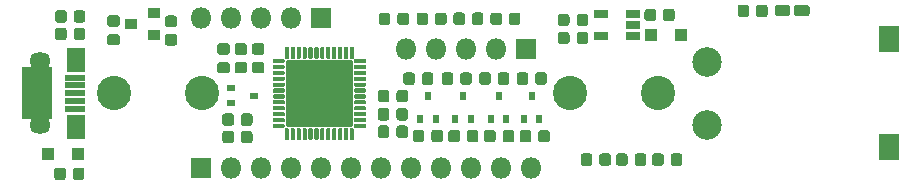
<source format=gts>
G04 #@! TF.GenerationSoftware,KiCad,Pcbnew,(5.1.5-0-10_14)*
G04 #@! TF.CreationDate,2020-02-03T23:18:02-08:00*
G04 #@! TF.ProjectId,10440,31303434-302e-46b6-9963-61645f706362,rev?*
G04 #@! TF.SameCoordinates,Original*
G04 #@! TF.FileFunction,Soldermask,Top*
G04 #@! TF.FilePolarity,Negative*
%FSLAX46Y46*%
G04 Gerber Fmt 4.6, Leading zero omitted, Abs format (unit mm)*
G04 Created by KiCad (PCBNEW (5.1.5-0-10_14)) date 2020-02-03 23:18:02*
%MOMM*%
%LPD*%
G04 APERTURE LIST*
%ADD10C,2.901600*%
%ADD11O,1.801600X1.801600*%
%ADD12R,1.801600X1.801600*%
%ADD13C,0.100000*%
%ADD14R,0.551600X0.801600*%
%ADD15R,0.801600X0.551600*%
%ADD16C,2.501600*%
%ADD17R,1.190000X0.740000*%
%ADD18R,1.001600X0.901600*%
%ADD19R,1.601600X2.101600*%
%ADD20R,1.751600X0.501600*%
%ADD21O,1.601600X1.201600*%
%ADD22O,1.801600X1.451600*%
%ADD23R,2.601600X4.501600*%
%ADD24R,1.701600X2.281600*%
%ADD25R,1.101600X1.101600*%
G04 APERTURE END LIST*
D10*
X104745000Y-99975000D03*
X112145000Y-99975000D03*
X66145000Y-99975000D03*
X73545000Y-99975000D03*
D11*
X90840000Y-96205000D03*
X93380000Y-96205000D03*
X95920000Y-96205000D03*
X98460000Y-96205000D03*
D12*
X101000000Y-96205000D03*
D13*
G36*
X97785581Y-98215376D02*
G01*
X97809281Y-98218891D01*
X97832523Y-98224713D01*
X97855082Y-98232785D01*
X97876742Y-98243029D01*
X97897292Y-98255347D01*
X97916537Y-98269619D01*
X97934290Y-98285710D01*
X97950381Y-98303463D01*
X97964653Y-98322708D01*
X97976971Y-98343258D01*
X97987215Y-98364918D01*
X97995287Y-98387477D01*
X98001109Y-98410719D01*
X98004624Y-98434419D01*
X98005800Y-98458350D01*
X98005800Y-99021650D01*
X98004624Y-99045581D01*
X98001109Y-99069281D01*
X97995287Y-99092523D01*
X97987215Y-99115082D01*
X97976971Y-99136742D01*
X97964653Y-99157292D01*
X97950381Y-99176537D01*
X97934290Y-99194290D01*
X97916537Y-99210381D01*
X97897292Y-99224653D01*
X97876742Y-99236971D01*
X97855082Y-99247215D01*
X97832523Y-99255287D01*
X97809281Y-99261109D01*
X97785581Y-99264624D01*
X97761650Y-99265800D01*
X97273350Y-99265800D01*
X97249419Y-99264624D01*
X97225719Y-99261109D01*
X97202477Y-99255287D01*
X97179918Y-99247215D01*
X97158258Y-99236971D01*
X97137708Y-99224653D01*
X97118463Y-99210381D01*
X97100710Y-99194290D01*
X97084619Y-99176537D01*
X97070347Y-99157292D01*
X97058029Y-99136742D01*
X97047785Y-99115082D01*
X97039713Y-99092523D01*
X97033891Y-99069281D01*
X97030376Y-99045581D01*
X97029200Y-99021650D01*
X97029200Y-98458350D01*
X97030376Y-98434419D01*
X97033891Y-98410719D01*
X97039713Y-98387477D01*
X97047785Y-98364918D01*
X97058029Y-98343258D01*
X97070347Y-98322708D01*
X97084619Y-98303463D01*
X97100710Y-98285710D01*
X97118463Y-98269619D01*
X97137708Y-98255347D01*
X97158258Y-98243029D01*
X97179918Y-98232785D01*
X97202477Y-98224713D01*
X97225719Y-98218891D01*
X97249419Y-98215376D01*
X97273350Y-98214200D01*
X97761650Y-98214200D01*
X97785581Y-98215376D01*
G37*
G36*
X99360581Y-98215376D02*
G01*
X99384281Y-98218891D01*
X99407523Y-98224713D01*
X99430082Y-98232785D01*
X99451742Y-98243029D01*
X99472292Y-98255347D01*
X99491537Y-98269619D01*
X99509290Y-98285710D01*
X99525381Y-98303463D01*
X99539653Y-98322708D01*
X99551971Y-98343258D01*
X99562215Y-98364918D01*
X99570287Y-98387477D01*
X99576109Y-98410719D01*
X99579624Y-98434419D01*
X99580800Y-98458350D01*
X99580800Y-99021650D01*
X99579624Y-99045581D01*
X99576109Y-99069281D01*
X99570287Y-99092523D01*
X99562215Y-99115082D01*
X99551971Y-99136742D01*
X99539653Y-99157292D01*
X99525381Y-99176537D01*
X99509290Y-99194290D01*
X99491537Y-99210381D01*
X99472292Y-99224653D01*
X99451742Y-99236971D01*
X99430082Y-99247215D01*
X99407523Y-99255287D01*
X99384281Y-99261109D01*
X99360581Y-99264624D01*
X99336650Y-99265800D01*
X98848350Y-99265800D01*
X98824419Y-99264624D01*
X98800719Y-99261109D01*
X98777477Y-99255287D01*
X98754918Y-99247215D01*
X98733258Y-99236971D01*
X98712708Y-99224653D01*
X98693463Y-99210381D01*
X98675710Y-99194290D01*
X98659619Y-99176537D01*
X98645347Y-99157292D01*
X98633029Y-99136742D01*
X98622785Y-99115082D01*
X98614713Y-99092523D01*
X98608891Y-99069281D01*
X98605376Y-99045581D01*
X98604200Y-99021650D01*
X98604200Y-98458350D01*
X98605376Y-98434419D01*
X98608891Y-98410719D01*
X98614713Y-98387477D01*
X98622785Y-98364918D01*
X98633029Y-98343258D01*
X98645347Y-98322708D01*
X98659619Y-98303463D01*
X98675710Y-98285710D01*
X98693463Y-98269619D01*
X98712708Y-98255347D01*
X98733258Y-98243029D01*
X98754918Y-98232785D01*
X98777477Y-98224713D01*
X98800719Y-98218891D01*
X98824419Y-98215376D01*
X98848350Y-98214200D01*
X99336650Y-98214200D01*
X99360581Y-98215376D01*
G37*
G36*
X102795581Y-103100376D02*
G01*
X102819281Y-103103891D01*
X102842523Y-103109713D01*
X102865082Y-103117785D01*
X102886742Y-103128029D01*
X102907292Y-103140347D01*
X102926537Y-103154619D01*
X102944290Y-103170710D01*
X102960381Y-103188463D01*
X102974653Y-103207708D01*
X102986971Y-103228258D01*
X102997215Y-103249918D01*
X103005287Y-103272477D01*
X103011109Y-103295719D01*
X103014624Y-103319419D01*
X103015800Y-103343350D01*
X103015800Y-103906650D01*
X103014624Y-103930581D01*
X103011109Y-103954281D01*
X103005287Y-103977523D01*
X102997215Y-104000082D01*
X102986971Y-104021742D01*
X102974653Y-104042292D01*
X102960381Y-104061537D01*
X102944290Y-104079290D01*
X102926537Y-104095381D01*
X102907292Y-104109653D01*
X102886742Y-104121971D01*
X102865082Y-104132215D01*
X102842523Y-104140287D01*
X102819281Y-104146109D01*
X102795581Y-104149624D01*
X102771650Y-104150800D01*
X102283350Y-104150800D01*
X102259419Y-104149624D01*
X102235719Y-104146109D01*
X102212477Y-104140287D01*
X102189918Y-104132215D01*
X102168258Y-104121971D01*
X102147708Y-104109653D01*
X102128463Y-104095381D01*
X102110710Y-104079290D01*
X102094619Y-104061537D01*
X102080347Y-104042292D01*
X102068029Y-104021742D01*
X102057785Y-104000082D01*
X102049713Y-103977523D01*
X102043891Y-103954281D01*
X102040376Y-103930581D01*
X102039200Y-103906650D01*
X102039200Y-103343350D01*
X102040376Y-103319419D01*
X102043891Y-103295719D01*
X102049713Y-103272477D01*
X102057785Y-103249918D01*
X102068029Y-103228258D01*
X102080347Y-103207708D01*
X102094619Y-103188463D01*
X102110710Y-103170710D01*
X102128463Y-103154619D01*
X102147708Y-103140347D01*
X102168258Y-103128029D01*
X102189918Y-103117785D01*
X102212477Y-103109713D01*
X102235719Y-103103891D01*
X102259419Y-103100376D01*
X102283350Y-103099200D01*
X102771650Y-103099200D01*
X102795581Y-103100376D01*
G37*
G36*
X101220581Y-103100376D02*
G01*
X101244281Y-103103891D01*
X101267523Y-103109713D01*
X101290082Y-103117785D01*
X101311742Y-103128029D01*
X101332292Y-103140347D01*
X101351537Y-103154619D01*
X101369290Y-103170710D01*
X101385381Y-103188463D01*
X101399653Y-103207708D01*
X101411971Y-103228258D01*
X101422215Y-103249918D01*
X101430287Y-103272477D01*
X101436109Y-103295719D01*
X101439624Y-103319419D01*
X101440800Y-103343350D01*
X101440800Y-103906650D01*
X101439624Y-103930581D01*
X101436109Y-103954281D01*
X101430287Y-103977523D01*
X101422215Y-104000082D01*
X101411971Y-104021742D01*
X101399653Y-104042292D01*
X101385381Y-104061537D01*
X101369290Y-104079290D01*
X101351537Y-104095381D01*
X101332292Y-104109653D01*
X101311742Y-104121971D01*
X101290082Y-104132215D01*
X101267523Y-104140287D01*
X101244281Y-104146109D01*
X101220581Y-104149624D01*
X101196650Y-104150800D01*
X100708350Y-104150800D01*
X100684419Y-104149624D01*
X100660719Y-104146109D01*
X100637477Y-104140287D01*
X100614918Y-104132215D01*
X100593258Y-104121971D01*
X100572708Y-104109653D01*
X100553463Y-104095381D01*
X100535710Y-104079290D01*
X100519619Y-104061537D01*
X100505347Y-104042292D01*
X100493029Y-104021742D01*
X100482785Y-104000082D01*
X100474713Y-103977523D01*
X100468891Y-103954281D01*
X100465376Y-103930581D01*
X100464200Y-103906650D01*
X100464200Y-103343350D01*
X100465376Y-103319419D01*
X100468891Y-103295719D01*
X100474713Y-103272477D01*
X100482785Y-103249918D01*
X100493029Y-103228258D01*
X100505347Y-103207708D01*
X100519619Y-103188463D01*
X100535710Y-103170710D01*
X100553463Y-103154619D01*
X100572708Y-103140347D01*
X100593258Y-103128029D01*
X100614918Y-103117785D01*
X100637477Y-103109713D01*
X100660719Y-103103891D01*
X100684419Y-103100376D01*
X100708350Y-103099200D01*
X101196650Y-103099200D01*
X101220581Y-103100376D01*
G37*
G36*
X99770581Y-103090376D02*
G01*
X99794281Y-103093891D01*
X99817523Y-103099713D01*
X99840082Y-103107785D01*
X99861742Y-103118029D01*
X99882292Y-103130347D01*
X99901537Y-103144619D01*
X99919290Y-103160710D01*
X99935381Y-103178463D01*
X99949653Y-103197708D01*
X99961971Y-103218258D01*
X99972215Y-103239918D01*
X99980287Y-103262477D01*
X99986109Y-103285719D01*
X99989624Y-103309419D01*
X99990800Y-103333350D01*
X99990800Y-103896650D01*
X99989624Y-103920581D01*
X99986109Y-103944281D01*
X99980287Y-103967523D01*
X99972215Y-103990082D01*
X99961971Y-104011742D01*
X99949653Y-104032292D01*
X99935381Y-104051537D01*
X99919290Y-104069290D01*
X99901537Y-104085381D01*
X99882292Y-104099653D01*
X99861742Y-104111971D01*
X99840082Y-104122215D01*
X99817523Y-104130287D01*
X99794281Y-104136109D01*
X99770581Y-104139624D01*
X99746650Y-104140800D01*
X99258350Y-104140800D01*
X99234419Y-104139624D01*
X99210719Y-104136109D01*
X99187477Y-104130287D01*
X99164918Y-104122215D01*
X99143258Y-104111971D01*
X99122708Y-104099653D01*
X99103463Y-104085381D01*
X99085710Y-104069290D01*
X99069619Y-104051537D01*
X99055347Y-104032292D01*
X99043029Y-104011742D01*
X99032785Y-103990082D01*
X99024713Y-103967523D01*
X99018891Y-103944281D01*
X99015376Y-103920581D01*
X99014200Y-103896650D01*
X99014200Y-103333350D01*
X99015376Y-103309419D01*
X99018891Y-103285719D01*
X99024713Y-103262477D01*
X99032785Y-103239918D01*
X99043029Y-103218258D01*
X99055347Y-103197708D01*
X99069619Y-103178463D01*
X99085710Y-103160710D01*
X99103463Y-103144619D01*
X99122708Y-103130347D01*
X99143258Y-103118029D01*
X99164918Y-103107785D01*
X99187477Y-103099713D01*
X99210719Y-103093891D01*
X99234419Y-103090376D01*
X99258350Y-103089200D01*
X99746650Y-103089200D01*
X99770581Y-103090376D01*
G37*
G36*
X98195581Y-103090376D02*
G01*
X98219281Y-103093891D01*
X98242523Y-103099713D01*
X98265082Y-103107785D01*
X98286742Y-103118029D01*
X98307292Y-103130347D01*
X98326537Y-103144619D01*
X98344290Y-103160710D01*
X98360381Y-103178463D01*
X98374653Y-103197708D01*
X98386971Y-103218258D01*
X98397215Y-103239918D01*
X98405287Y-103262477D01*
X98411109Y-103285719D01*
X98414624Y-103309419D01*
X98415800Y-103333350D01*
X98415800Y-103896650D01*
X98414624Y-103920581D01*
X98411109Y-103944281D01*
X98405287Y-103967523D01*
X98397215Y-103990082D01*
X98386971Y-104011742D01*
X98374653Y-104032292D01*
X98360381Y-104051537D01*
X98344290Y-104069290D01*
X98326537Y-104085381D01*
X98307292Y-104099653D01*
X98286742Y-104111971D01*
X98265082Y-104122215D01*
X98242523Y-104130287D01*
X98219281Y-104136109D01*
X98195581Y-104139624D01*
X98171650Y-104140800D01*
X97683350Y-104140800D01*
X97659419Y-104139624D01*
X97635719Y-104136109D01*
X97612477Y-104130287D01*
X97589918Y-104122215D01*
X97568258Y-104111971D01*
X97547708Y-104099653D01*
X97528463Y-104085381D01*
X97510710Y-104069290D01*
X97494619Y-104051537D01*
X97480347Y-104032292D01*
X97468029Y-104011742D01*
X97457785Y-103990082D01*
X97449713Y-103967523D01*
X97443891Y-103944281D01*
X97440376Y-103920581D01*
X97439200Y-103896650D01*
X97439200Y-103333350D01*
X97440376Y-103309419D01*
X97443891Y-103285719D01*
X97449713Y-103262477D01*
X97457785Y-103239918D01*
X97468029Y-103218258D01*
X97480347Y-103197708D01*
X97494619Y-103178463D01*
X97510710Y-103160710D01*
X97528463Y-103144619D01*
X97547708Y-103130347D01*
X97568258Y-103118029D01*
X97589918Y-103107785D01*
X97612477Y-103099713D01*
X97635719Y-103093891D01*
X97659419Y-103090376D01*
X97683350Y-103089200D01*
X98171650Y-103089200D01*
X98195581Y-103090376D01*
G37*
G36*
X100955581Y-98215376D02*
G01*
X100979281Y-98218891D01*
X101002523Y-98224713D01*
X101025082Y-98232785D01*
X101046742Y-98243029D01*
X101067292Y-98255347D01*
X101086537Y-98269619D01*
X101104290Y-98285710D01*
X101120381Y-98303463D01*
X101134653Y-98322708D01*
X101146971Y-98343258D01*
X101157215Y-98364918D01*
X101165287Y-98387477D01*
X101171109Y-98410719D01*
X101174624Y-98434419D01*
X101175800Y-98458350D01*
X101175800Y-99021650D01*
X101174624Y-99045581D01*
X101171109Y-99069281D01*
X101165287Y-99092523D01*
X101157215Y-99115082D01*
X101146971Y-99136742D01*
X101134653Y-99157292D01*
X101120381Y-99176537D01*
X101104290Y-99194290D01*
X101086537Y-99210381D01*
X101067292Y-99224653D01*
X101046742Y-99236971D01*
X101025082Y-99247215D01*
X101002523Y-99255287D01*
X100979281Y-99261109D01*
X100955581Y-99264624D01*
X100931650Y-99265800D01*
X100443350Y-99265800D01*
X100419419Y-99264624D01*
X100395719Y-99261109D01*
X100372477Y-99255287D01*
X100349918Y-99247215D01*
X100328258Y-99236971D01*
X100307708Y-99224653D01*
X100288463Y-99210381D01*
X100270710Y-99194290D01*
X100254619Y-99176537D01*
X100240347Y-99157292D01*
X100228029Y-99136742D01*
X100217785Y-99115082D01*
X100209713Y-99092523D01*
X100203891Y-99069281D01*
X100200376Y-99045581D01*
X100199200Y-99021650D01*
X100199200Y-98458350D01*
X100200376Y-98434419D01*
X100203891Y-98410719D01*
X100209713Y-98387477D01*
X100217785Y-98364918D01*
X100228029Y-98343258D01*
X100240347Y-98322708D01*
X100254619Y-98303463D01*
X100270710Y-98285710D01*
X100288463Y-98269619D01*
X100307708Y-98255347D01*
X100328258Y-98243029D01*
X100349918Y-98232785D01*
X100372477Y-98224713D01*
X100395719Y-98218891D01*
X100419419Y-98215376D01*
X100443350Y-98214200D01*
X100931650Y-98214200D01*
X100955581Y-98215376D01*
G37*
G36*
X102530581Y-98215376D02*
G01*
X102554281Y-98218891D01*
X102577523Y-98224713D01*
X102600082Y-98232785D01*
X102621742Y-98243029D01*
X102642292Y-98255347D01*
X102661537Y-98269619D01*
X102679290Y-98285710D01*
X102695381Y-98303463D01*
X102709653Y-98322708D01*
X102721971Y-98343258D01*
X102732215Y-98364918D01*
X102740287Y-98387477D01*
X102746109Y-98410719D01*
X102749624Y-98434419D01*
X102750800Y-98458350D01*
X102750800Y-99021650D01*
X102749624Y-99045581D01*
X102746109Y-99069281D01*
X102740287Y-99092523D01*
X102732215Y-99115082D01*
X102721971Y-99136742D01*
X102709653Y-99157292D01*
X102695381Y-99176537D01*
X102679290Y-99194290D01*
X102661537Y-99210381D01*
X102642292Y-99224653D01*
X102621742Y-99236971D01*
X102600082Y-99247215D01*
X102577523Y-99255287D01*
X102554281Y-99261109D01*
X102530581Y-99264624D01*
X102506650Y-99265800D01*
X102018350Y-99265800D01*
X101994419Y-99264624D01*
X101970719Y-99261109D01*
X101947477Y-99255287D01*
X101924918Y-99247215D01*
X101903258Y-99236971D01*
X101882708Y-99224653D01*
X101863463Y-99210381D01*
X101845710Y-99194290D01*
X101829619Y-99176537D01*
X101815347Y-99157292D01*
X101803029Y-99136742D01*
X101792785Y-99115082D01*
X101784713Y-99092523D01*
X101778891Y-99069281D01*
X101775376Y-99045581D01*
X101774200Y-99021650D01*
X101774200Y-98458350D01*
X101775376Y-98434419D01*
X101778891Y-98410719D01*
X101784713Y-98387477D01*
X101792785Y-98364918D01*
X101803029Y-98343258D01*
X101815347Y-98322708D01*
X101829619Y-98303463D01*
X101845710Y-98285710D01*
X101863463Y-98269619D01*
X101882708Y-98255347D01*
X101903258Y-98243029D01*
X101924918Y-98232785D01*
X101947477Y-98224713D01*
X101970719Y-98218891D01*
X101994419Y-98215376D01*
X102018350Y-98214200D01*
X102506650Y-98214200D01*
X102530581Y-98215376D01*
G37*
G36*
X96745581Y-103090376D02*
G01*
X96769281Y-103093891D01*
X96792523Y-103099713D01*
X96815082Y-103107785D01*
X96836742Y-103118029D01*
X96857292Y-103130347D01*
X96876537Y-103144619D01*
X96894290Y-103160710D01*
X96910381Y-103178463D01*
X96924653Y-103197708D01*
X96936971Y-103218258D01*
X96947215Y-103239918D01*
X96955287Y-103262477D01*
X96961109Y-103285719D01*
X96964624Y-103309419D01*
X96965800Y-103333350D01*
X96965800Y-103896650D01*
X96964624Y-103920581D01*
X96961109Y-103944281D01*
X96955287Y-103967523D01*
X96947215Y-103990082D01*
X96936971Y-104011742D01*
X96924653Y-104032292D01*
X96910381Y-104051537D01*
X96894290Y-104069290D01*
X96876537Y-104085381D01*
X96857292Y-104099653D01*
X96836742Y-104111971D01*
X96815082Y-104122215D01*
X96792523Y-104130287D01*
X96769281Y-104136109D01*
X96745581Y-104139624D01*
X96721650Y-104140800D01*
X96233350Y-104140800D01*
X96209419Y-104139624D01*
X96185719Y-104136109D01*
X96162477Y-104130287D01*
X96139918Y-104122215D01*
X96118258Y-104111971D01*
X96097708Y-104099653D01*
X96078463Y-104085381D01*
X96060710Y-104069290D01*
X96044619Y-104051537D01*
X96030347Y-104032292D01*
X96018029Y-104011742D01*
X96007785Y-103990082D01*
X95999713Y-103967523D01*
X95993891Y-103944281D01*
X95990376Y-103920581D01*
X95989200Y-103896650D01*
X95989200Y-103333350D01*
X95990376Y-103309419D01*
X95993891Y-103285719D01*
X95999713Y-103262477D01*
X96007785Y-103239918D01*
X96018029Y-103218258D01*
X96030347Y-103197708D01*
X96044619Y-103178463D01*
X96060710Y-103160710D01*
X96078463Y-103144619D01*
X96097708Y-103130347D01*
X96118258Y-103118029D01*
X96139918Y-103107785D01*
X96162477Y-103099713D01*
X96185719Y-103093891D01*
X96209419Y-103090376D01*
X96233350Y-103089200D01*
X96721650Y-103089200D01*
X96745581Y-103090376D01*
G37*
G36*
X95170581Y-103090376D02*
G01*
X95194281Y-103093891D01*
X95217523Y-103099713D01*
X95240082Y-103107785D01*
X95261742Y-103118029D01*
X95282292Y-103130347D01*
X95301537Y-103144619D01*
X95319290Y-103160710D01*
X95335381Y-103178463D01*
X95349653Y-103197708D01*
X95361971Y-103218258D01*
X95372215Y-103239918D01*
X95380287Y-103262477D01*
X95386109Y-103285719D01*
X95389624Y-103309419D01*
X95390800Y-103333350D01*
X95390800Y-103896650D01*
X95389624Y-103920581D01*
X95386109Y-103944281D01*
X95380287Y-103967523D01*
X95372215Y-103990082D01*
X95361971Y-104011742D01*
X95349653Y-104032292D01*
X95335381Y-104051537D01*
X95319290Y-104069290D01*
X95301537Y-104085381D01*
X95282292Y-104099653D01*
X95261742Y-104111971D01*
X95240082Y-104122215D01*
X95217523Y-104130287D01*
X95194281Y-104136109D01*
X95170581Y-104139624D01*
X95146650Y-104140800D01*
X94658350Y-104140800D01*
X94634419Y-104139624D01*
X94610719Y-104136109D01*
X94587477Y-104130287D01*
X94564918Y-104122215D01*
X94543258Y-104111971D01*
X94522708Y-104099653D01*
X94503463Y-104085381D01*
X94485710Y-104069290D01*
X94469619Y-104051537D01*
X94455347Y-104032292D01*
X94443029Y-104011742D01*
X94432785Y-103990082D01*
X94424713Y-103967523D01*
X94418891Y-103944281D01*
X94415376Y-103920581D01*
X94414200Y-103896650D01*
X94414200Y-103333350D01*
X94415376Y-103309419D01*
X94418891Y-103285719D01*
X94424713Y-103262477D01*
X94432785Y-103239918D01*
X94443029Y-103218258D01*
X94455347Y-103197708D01*
X94469619Y-103178463D01*
X94485710Y-103160710D01*
X94503463Y-103144619D01*
X94522708Y-103130347D01*
X94543258Y-103118029D01*
X94564918Y-103107785D01*
X94587477Y-103099713D01*
X94610719Y-103093891D01*
X94634419Y-103090376D01*
X94658350Y-103089200D01*
X95146650Y-103089200D01*
X95170581Y-103090376D01*
G37*
D14*
X95650000Y-100175000D03*
X96300000Y-102175000D03*
X95000000Y-102175000D03*
X98675000Y-100175000D03*
X99325000Y-102175000D03*
X98025000Y-102175000D03*
X101460000Y-100175000D03*
X102110000Y-102175000D03*
X100810000Y-102175000D03*
X92700000Y-100175000D03*
X93350000Y-102175000D03*
X92050000Y-102175000D03*
D13*
G36*
X96180581Y-98220376D02*
G01*
X96204281Y-98223891D01*
X96227523Y-98229713D01*
X96250082Y-98237785D01*
X96271742Y-98248029D01*
X96292292Y-98260347D01*
X96311537Y-98274619D01*
X96329290Y-98290710D01*
X96345381Y-98308463D01*
X96359653Y-98327708D01*
X96371971Y-98348258D01*
X96382215Y-98369918D01*
X96390287Y-98392477D01*
X96396109Y-98415719D01*
X96399624Y-98439419D01*
X96400800Y-98463350D01*
X96400800Y-99026650D01*
X96399624Y-99050581D01*
X96396109Y-99074281D01*
X96390287Y-99097523D01*
X96382215Y-99120082D01*
X96371971Y-99141742D01*
X96359653Y-99162292D01*
X96345381Y-99181537D01*
X96329290Y-99199290D01*
X96311537Y-99215381D01*
X96292292Y-99229653D01*
X96271742Y-99241971D01*
X96250082Y-99252215D01*
X96227523Y-99260287D01*
X96204281Y-99266109D01*
X96180581Y-99269624D01*
X96156650Y-99270800D01*
X95668350Y-99270800D01*
X95644419Y-99269624D01*
X95620719Y-99266109D01*
X95597477Y-99260287D01*
X95574918Y-99252215D01*
X95553258Y-99241971D01*
X95532708Y-99229653D01*
X95513463Y-99215381D01*
X95495710Y-99199290D01*
X95479619Y-99181537D01*
X95465347Y-99162292D01*
X95453029Y-99141742D01*
X95442785Y-99120082D01*
X95434713Y-99097523D01*
X95428891Y-99074281D01*
X95425376Y-99050581D01*
X95424200Y-99026650D01*
X95424200Y-98463350D01*
X95425376Y-98439419D01*
X95428891Y-98415719D01*
X95434713Y-98392477D01*
X95442785Y-98369918D01*
X95453029Y-98348258D01*
X95465347Y-98327708D01*
X95479619Y-98308463D01*
X95495710Y-98290710D01*
X95513463Y-98274619D01*
X95532708Y-98260347D01*
X95553258Y-98248029D01*
X95574918Y-98237785D01*
X95597477Y-98229713D01*
X95620719Y-98223891D01*
X95644419Y-98220376D01*
X95668350Y-98219200D01*
X96156650Y-98219200D01*
X96180581Y-98220376D01*
G37*
G36*
X94605581Y-98220376D02*
G01*
X94629281Y-98223891D01*
X94652523Y-98229713D01*
X94675082Y-98237785D01*
X94696742Y-98248029D01*
X94717292Y-98260347D01*
X94736537Y-98274619D01*
X94754290Y-98290710D01*
X94770381Y-98308463D01*
X94784653Y-98327708D01*
X94796971Y-98348258D01*
X94807215Y-98369918D01*
X94815287Y-98392477D01*
X94821109Y-98415719D01*
X94824624Y-98439419D01*
X94825800Y-98463350D01*
X94825800Y-99026650D01*
X94824624Y-99050581D01*
X94821109Y-99074281D01*
X94815287Y-99097523D01*
X94807215Y-99120082D01*
X94796971Y-99141742D01*
X94784653Y-99162292D01*
X94770381Y-99181537D01*
X94754290Y-99199290D01*
X94736537Y-99215381D01*
X94717292Y-99229653D01*
X94696742Y-99241971D01*
X94675082Y-99252215D01*
X94652523Y-99260287D01*
X94629281Y-99266109D01*
X94605581Y-99269624D01*
X94581650Y-99270800D01*
X94093350Y-99270800D01*
X94069419Y-99269624D01*
X94045719Y-99266109D01*
X94022477Y-99260287D01*
X93999918Y-99252215D01*
X93978258Y-99241971D01*
X93957708Y-99229653D01*
X93938463Y-99215381D01*
X93920710Y-99199290D01*
X93904619Y-99181537D01*
X93890347Y-99162292D01*
X93878029Y-99141742D01*
X93867785Y-99120082D01*
X93859713Y-99097523D01*
X93853891Y-99074281D01*
X93850376Y-99050581D01*
X93849200Y-99026650D01*
X93849200Y-98463350D01*
X93850376Y-98439419D01*
X93853891Y-98415719D01*
X93859713Y-98392477D01*
X93867785Y-98369918D01*
X93878029Y-98348258D01*
X93890347Y-98327708D01*
X93904619Y-98308463D01*
X93920710Y-98290710D01*
X93938463Y-98274619D01*
X93957708Y-98260347D01*
X93978258Y-98248029D01*
X93999918Y-98237785D01*
X94022477Y-98229713D01*
X94045719Y-98223891D01*
X94069419Y-98220376D01*
X94093350Y-98219200D01*
X94581650Y-98219200D01*
X94605581Y-98220376D01*
G37*
G36*
X92930581Y-98220376D02*
G01*
X92954281Y-98223891D01*
X92977523Y-98229713D01*
X93000082Y-98237785D01*
X93021742Y-98248029D01*
X93042292Y-98260347D01*
X93061537Y-98274619D01*
X93079290Y-98290710D01*
X93095381Y-98308463D01*
X93109653Y-98327708D01*
X93121971Y-98348258D01*
X93132215Y-98369918D01*
X93140287Y-98392477D01*
X93146109Y-98415719D01*
X93149624Y-98439419D01*
X93150800Y-98463350D01*
X93150800Y-99026650D01*
X93149624Y-99050581D01*
X93146109Y-99074281D01*
X93140287Y-99097523D01*
X93132215Y-99120082D01*
X93121971Y-99141742D01*
X93109653Y-99162292D01*
X93095381Y-99181537D01*
X93079290Y-99199290D01*
X93061537Y-99215381D01*
X93042292Y-99229653D01*
X93021742Y-99241971D01*
X93000082Y-99252215D01*
X92977523Y-99260287D01*
X92954281Y-99266109D01*
X92930581Y-99269624D01*
X92906650Y-99270800D01*
X92418350Y-99270800D01*
X92394419Y-99269624D01*
X92370719Y-99266109D01*
X92347477Y-99260287D01*
X92324918Y-99252215D01*
X92303258Y-99241971D01*
X92282708Y-99229653D01*
X92263463Y-99215381D01*
X92245710Y-99199290D01*
X92229619Y-99181537D01*
X92215347Y-99162292D01*
X92203029Y-99141742D01*
X92192785Y-99120082D01*
X92184713Y-99097523D01*
X92178891Y-99074281D01*
X92175376Y-99050581D01*
X92174200Y-99026650D01*
X92174200Y-98463350D01*
X92175376Y-98439419D01*
X92178891Y-98415719D01*
X92184713Y-98392477D01*
X92192785Y-98369918D01*
X92203029Y-98348258D01*
X92215347Y-98327708D01*
X92229619Y-98308463D01*
X92245710Y-98290710D01*
X92263463Y-98274619D01*
X92282708Y-98260347D01*
X92303258Y-98248029D01*
X92324918Y-98237785D01*
X92347477Y-98229713D01*
X92370719Y-98223891D01*
X92394419Y-98220376D01*
X92418350Y-98219200D01*
X92906650Y-98219200D01*
X92930581Y-98220376D01*
G37*
G36*
X91355581Y-98220376D02*
G01*
X91379281Y-98223891D01*
X91402523Y-98229713D01*
X91425082Y-98237785D01*
X91446742Y-98248029D01*
X91467292Y-98260347D01*
X91486537Y-98274619D01*
X91504290Y-98290710D01*
X91520381Y-98308463D01*
X91534653Y-98327708D01*
X91546971Y-98348258D01*
X91557215Y-98369918D01*
X91565287Y-98392477D01*
X91571109Y-98415719D01*
X91574624Y-98439419D01*
X91575800Y-98463350D01*
X91575800Y-99026650D01*
X91574624Y-99050581D01*
X91571109Y-99074281D01*
X91565287Y-99097523D01*
X91557215Y-99120082D01*
X91546971Y-99141742D01*
X91534653Y-99162292D01*
X91520381Y-99181537D01*
X91504290Y-99199290D01*
X91486537Y-99215381D01*
X91467292Y-99229653D01*
X91446742Y-99241971D01*
X91425082Y-99252215D01*
X91402523Y-99260287D01*
X91379281Y-99266109D01*
X91355581Y-99269624D01*
X91331650Y-99270800D01*
X90843350Y-99270800D01*
X90819419Y-99269624D01*
X90795719Y-99266109D01*
X90772477Y-99260287D01*
X90749918Y-99252215D01*
X90728258Y-99241971D01*
X90707708Y-99229653D01*
X90688463Y-99215381D01*
X90670710Y-99199290D01*
X90654619Y-99181537D01*
X90640347Y-99162292D01*
X90628029Y-99141742D01*
X90617785Y-99120082D01*
X90609713Y-99097523D01*
X90603891Y-99074281D01*
X90600376Y-99050581D01*
X90599200Y-99026650D01*
X90599200Y-98463350D01*
X90600376Y-98439419D01*
X90603891Y-98415719D01*
X90609713Y-98392477D01*
X90617785Y-98369918D01*
X90628029Y-98348258D01*
X90640347Y-98327708D01*
X90654619Y-98308463D01*
X90670710Y-98290710D01*
X90688463Y-98274619D01*
X90707708Y-98260347D01*
X90728258Y-98248029D01*
X90749918Y-98237785D01*
X90772477Y-98229713D01*
X90795719Y-98223891D01*
X90819419Y-98220376D01*
X90843350Y-98219200D01*
X91331650Y-98219200D01*
X91355581Y-98220376D01*
G37*
G36*
X93735581Y-103080376D02*
G01*
X93759281Y-103083891D01*
X93782523Y-103089713D01*
X93805082Y-103097785D01*
X93826742Y-103108029D01*
X93847292Y-103120347D01*
X93866537Y-103134619D01*
X93884290Y-103150710D01*
X93900381Y-103168463D01*
X93914653Y-103187708D01*
X93926971Y-103208258D01*
X93937215Y-103229918D01*
X93945287Y-103252477D01*
X93951109Y-103275719D01*
X93954624Y-103299419D01*
X93955800Y-103323350D01*
X93955800Y-103886650D01*
X93954624Y-103910581D01*
X93951109Y-103934281D01*
X93945287Y-103957523D01*
X93937215Y-103980082D01*
X93926971Y-104001742D01*
X93914653Y-104022292D01*
X93900381Y-104041537D01*
X93884290Y-104059290D01*
X93866537Y-104075381D01*
X93847292Y-104089653D01*
X93826742Y-104101971D01*
X93805082Y-104112215D01*
X93782523Y-104120287D01*
X93759281Y-104126109D01*
X93735581Y-104129624D01*
X93711650Y-104130800D01*
X93223350Y-104130800D01*
X93199419Y-104129624D01*
X93175719Y-104126109D01*
X93152477Y-104120287D01*
X93129918Y-104112215D01*
X93108258Y-104101971D01*
X93087708Y-104089653D01*
X93068463Y-104075381D01*
X93050710Y-104059290D01*
X93034619Y-104041537D01*
X93020347Y-104022292D01*
X93008029Y-104001742D01*
X92997785Y-103980082D01*
X92989713Y-103957523D01*
X92983891Y-103934281D01*
X92980376Y-103910581D01*
X92979200Y-103886650D01*
X92979200Y-103323350D01*
X92980376Y-103299419D01*
X92983891Y-103275719D01*
X92989713Y-103252477D01*
X92997785Y-103229918D01*
X93008029Y-103208258D01*
X93020347Y-103187708D01*
X93034619Y-103168463D01*
X93050710Y-103150710D01*
X93068463Y-103134619D01*
X93087708Y-103120347D01*
X93108258Y-103108029D01*
X93129918Y-103097785D01*
X93152477Y-103089713D01*
X93175719Y-103083891D01*
X93199419Y-103080376D01*
X93223350Y-103079200D01*
X93711650Y-103079200D01*
X93735581Y-103080376D01*
G37*
G36*
X92160581Y-103080376D02*
G01*
X92184281Y-103083891D01*
X92207523Y-103089713D01*
X92230082Y-103097785D01*
X92251742Y-103108029D01*
X92272292Y-103120347D01*
X92291537Y-103134619D01*
X92309290Y-103150710D01*
X92325381Y-103168463D01*
X92339653Y-103187708D01*
X92351971Y-103208258D01*
X92362215Y-103229918D01*
X92370287Y-103252477D01*
X92376109Y-103275719D01*
X92379624Y-103299419D01*
X92380800Y-103323350D01*
X92380800Y-103886650D01*
X92379624Y-103910581D01*
X92376109Y-103934281D01*
X92370287Y-103957523D01*
X92362215Y-103980082D01*
X92351971Y-104001742D01*
X92339653Y-104022292D01*
X92325381Y-104041537D01*
X92309290Y-104059290D01*
X92291537Y-104075381D01*
X92272292Y-104089653D01*
X92251742Y-104101971D01*
X92230082Y-104112215D01*
X92207523Y-104120287D01*
X92184281Y-104126109D01*
X92160581Y-104129624D01*
X92136650Y-104130800D01*
X91648350Y-104130800D01*
X91624419Y-104129624D01*
X91600719Y-104126109D01*
X91577477Y-104120287D01*
X91554918Y-104112215D01*
X91533258Y-104101971D01*
X91512708Y-104089653D01*
X91493463Y-104075381D01*
X91475710Y-104059290D01*
X91459619Y-104041537D01*
X91445347Y-104022292D01*
X91433029Y-104001742D01*
X91422785Y-103980082D01*
X91414713Y-103957523D01*
X91408891Y-103934281D01*
X91405376Y-103910581D01*
X91404200Y-103886650D01*
X91404200Y-103323350D01*
X91405376Y-103299419D01*
X91408891Y-103275719D01*
X91414713Y-103252477D01*
X91422785Y-103229918D01*
X91433029Y-103208258D01*
X91445347Y-103187708D01*
X91459619Y-103168463D01*
X91475710Y-103150710D01*
X91493463Y-103134619D01*
X91512708Y-103120347D01*
X91533258Y-103108029D01*
X91554918Y-103097785D01*
X91577477Y-103089713D01*
X91600719Y-103083891D01*
X91624419Y-103080376D01*
X91648350Y-103079200D01*
X92136650Y-103079200D01*
X92160581Y-103080376D01*
G37*
D11*
X73460000Y-93645000D03*
X76000000Y-93645000D03*
X78540000Y-93645000D03*
X81080000Y-93645000D03*
D12*
X83620000Y-93645000D03*
D11*
X101410000Y-106345000D03*
X98870000Y-106345000D03*
X96330000Y-106345000D03*
X93790000Y-106345000D03*
X91250000Y-106345000D03*
X88710000Y-106345000D03*
X86170000Y-106345000D03*
X83630000Y-106345000D03*
X81090000Y-106345000D03*
X78550000Y-106345000D03*
X76010000Y-106345000D03*
D12*
X73470000Y-106345000D03*
D15*
X77980000Y-100185000D03*
X75980000Y-100835000D03*
X75980000Y-99535000D03*
D13*
G36*
X86346516Y-102954623D02*
G01*
X86355048Y-102955889D01*
X86363416Y-102957985D01*
X86371538Y-102960891D01*
X86379336Y-102964579D01*
X86386735Y-102969014D01*
X86393663Y-102974152D01*
X86400055Y-102979945D01*
X86405848Y-102986337D01*
X86410986Y-102993265D01*
X86415421Y-103000664D01*
X86419109Y-103008462D01*
X86422015Y-103016584D01*
X86424111Y-103024952D01*
X86425377Y-103033484D01*
X86425800Y-103042100D01*
X86425800Y-103842900D01*
X86425377Y-103851516D01*
X86424111Y-103860048D01*
X86422015Y-103868416D01*
X86419109Y-103876538D01*
X86415421Y-103884336D01*
X86410986Y-103891735D01*
X86405848Y-103898663D01*
X86400055Y-103905055D01*
X86393663Y-103910848D01*
X86386735Y-103915986D01*
X86379336Y-103920421D01*
X86371538Y-103924109D01*
X86363416Y-103927015D01*
X86355048Y-103929111D01*
X86346516Y-103930377D01*
X86337900Y-103930800D01*
X86162100Y-103930800D01*
X86153484Y-103930377D01*
X86144952Y-103929111D01*
X86136584Y-103927015D01*
X86128462Y-103924109D01*
X86120664Y-103920421D01*
X86113265Y-103915986D01*
X86106337Y-103910848D01*
X86099945Y-103905055D01*
X86094152Y-103898663D01*
X86089014Y-103891735D01*
X86084579Y-103884336D01*
X86080891Y-103876538D01*
X86077985Y-103868416D01*
X86075889Y-103860048D01*
X86074623Y-103851516D01*
X86074200Y-103842900D01*
X86074200Y-103042100D01*
X86074623Y-103033484D01*
X86075889Y-103024952D01*
X86077985Y-103016584D01*
X86080891Y-103008462D01*
X86084579Y-103000664D01*
X86089014Y-102993265D01*
X86094152Y-102986337D01*
X86099945Y-102979945D01*
X86106337Y-102974152D01*
X86113265Y-102969014D01*
X86120664Y-102964579D01*
X86128462Y-102960891D01*
X86136584Y-102957985D01*
X86144952Y-102955889D01*
X86153484Y-102954623D01*
X86162100Y-102954200D01*
X86337900Y-102954200D01*
X86346516Y-102954623D01*
G37*
G36*
X85846516Y-102954623D02*
G01*
X85855048Y-102955889D01*
X85863416Y-102957985D01*
X85871538Y-102960891D01*
X85879336Y-102964579D01*
X85886735Y-102969014D01*
X85893663Y-102974152D01*
X85900055Y-102979945D01*
X85905848Y-102986337D01*
X85910986Y-102993265D01*
X85915421Y-103000664D01*
X85919109Y-103008462D01*
X85922015Y-103016584D01*
X85924111Y-103024952D01*
X85925377Y-103033484D01*
X85925800Y-103042100D01*
X85925800Y-103842900D01*
X85925377Y-103851516D01*
X85924111Y-103860048D01*
X85922015Y-103868416D01*
X85919109Y-103876538D01*
X85915421Y-103884336D01*
X85910986Y-103891735D01*
X85905848Y-103898663D01*
X85900055Y-103905055D01*
X85893663Y-103910848D01*
X85886735Y-103915986D01*
X85879336Y-103920421D01*
X85871538Y-103924109D01*
X85863416Y-103927015D01*
X85855048Y-103929111D01*
X85846516Y-103930377D01*
X85837900Y-103930800D01*
X85662100Y-103930800D01*
X85653484Y-103930377D01*
X85644952Y-103929111D01*
X85636584Y-103927015D01*
X85628462Y-103924109D01*
X85620664Y-103920421D01*
X85613265Y-103915986D01*
X85606337Y-103910848D01*
X85599945Y-103905055D01*
X85594152Y-103898663D01*
X85589014Y-103891735D01*
X85584579Y-103884336D01*
X85580891Y-103876538D01*
X85577985Y-103868416D01*
X85575889Y-103860048D01*
X85574623Y-103851516D01*
X85574200Y-103842900D01*
X85574200Y-103042100D01*
X85574623Y-103033484D01*
X85575889Y-103024952D01*
X85577985Y-103016584D01*
X85580891Y-103008462D01*
X85584579Y-103000664D01*
X85589014Y-102993265D01*
X85594152Y-102986337D01*
X85599945Y-102979945D01*
X85606337Y-102974152D01*
X85613265Y-102969014D01*
X85620664Y-102964579D01*
X85628462Y-102960891D01*
X85636584Y-102957985D01*
X85644952Y-102955889D01*
X85653484Y-102954623D01*
X85662100Y-102954200D01*
X85837900Y-102954200D01*
X85846516Y-102954623D01*
G37*
G36*
X85346516Y-102954623D02*
G01*
X85355048Y-102955889D01*
X85363416Y-102957985D01*
X85371538Y-102960891D01*
X85379336Y-102964579D01*
X85386735Y-102969014D01*
X85393663Y-102974152D01*
X85400055Y-102979945D01*
X85405848Y-102986337D01*
X85410986Y-102993265D01*
X85415421Y-103000664D01*
X85419109Y-103008462D01*
X85422015Y-103016584D01*
X85424111Y-103024952D01*
X85425377Y-103033484D01*
X85425800Y-103042100D01*
X85425800Y-103842900D01*
X85425377Y-103851516D01*
X85424111Y-103860048D01*
X85422015Y-103868416D01*
X85419109Y-103876538D01*
X85415421Y-103884336D01*
X85410986Y-103891735D01*
X85405848Y-103898663D01*
X85400055Y-103905055D01*
X85393663Y-103910848D01*
X85386735Y-103915986D01*
X85379336Y-103920421D01*
X85371538Y-103924109D01*
X85363416Y-103927015D01*
X85355048Y-103929111D01*
X85346516Y-103930377D01*
X85337900Y-103930800D01*
X85162100Y-103930800D01*
X85153484Y-103930377D01*
X85144952Y-103929111D01*
X85136584Y-103927015D01*
X85128462Y-103924109D01*
X85120664Y-103920421D01*
X85113265Y-103915986D01*
X85106337Y-103910848D01*
X85099945Y-103905055D01*
X85094152Y-103898663D01*
X85089014Y-103891735D01*
X85084579Y-103884336D01*
X85080891Y-103876538D01*
X85077985Y-103868416D01*
X85075889Y-103860048D01*
X85074623Y-103851516D01*
X85074200Y-103842900D01*
X85074200Y-103042100D01*
X85074623Y-103033484D01*
X85075889Y-103024952D01*
X85077985Y-103016584D01*
X85080891Y-103008462D01*
X85084579Y-103000664D01*
X85089014Y-102993265D01*
X85094152Y-102986337D01*
X85099945Y-102979945D01*
X85106337Y-102974152D01*
X85113265Y-102969014D01*
X85120664Y-102964579D01*
X85128462Y-102960891D01*
X85136584Y-102957985D01*
X85144952Y-102955889D01*
X85153484Y-102954623D01*
X85162100Y-102954200D01*
X85337900Y-102954200D01*
X85346516Y-102954623D01*
G37*
G36*
X84846516Y-102954623D02*
G01*
X84855048Y-102955889D01*
X84863416Y-102957985D01*
X84871538Y-102960891D01*
X84879336Y-102964579D01*
X84886735Y-102969014D01*
X84893663Y-102974152D01*
X84900055Y-102979945D01*
X84905848Y-102986337D01*
X84910986Y-102993265D01*
X84915421Y-103000664D01*
X84919109Y-103008462D01*
X84922015Y-103016584D01*
X84924111Y-103024952D01*
X84925377Y-103033484D01*
X84925800Y-103042100D01*
X84925800Y-103842900D01*
X84925377Y-103851516D01*
X84924111Y-103860048D01*
X84922015Y-103868416D01*
X84919109Y-103876538D01*
X84915421Y-103884336D01*
X84910986Y-103891735D01*
X84905848Y-103898663D01*
X84900055Y-103905055D01*
X84893663Y-103910848D01*
X84886735Y-103915986D01*
X84879336Y-103920421D01*
X84871538Y-103924109D01*
X84863416Y-103927015D01*
X84855048Y-103929111D01*
X84846516Y-103930377D01*
X84837900Y-103930800D01*
X84662100Y-103930800D01*
X84653484Y-103930377D01*
X84644952Y-103929111D01*
X84636584Y-103927015D01*
X84628462Y-103924109D01*
X84620664Y-103920421D01*
X84613265Y-103915986D01*
X84606337Y-103910848D01*
X84599945Y-103905055D01*
X84594152Y-103898663D01*
X84589014Y-103891735D01*
X84584579Y-103884336D01*
X84580891Y-103876538D01*
X84577985Y-103868416D01*
X84575889Y-103860048D01*
X84574623Y-103851516D01*
X84574200Y-103842900D01*
X84574200Y-103042100D01*
X84574623Y-103033484D01*
X84575889Y-103024952D01*
X84577985Y-103016584D01*
X84580891Y-103008462D01*
X84584579Y-103000664D01*
X84589014Y-102993265D01*
X84594152Y-102986337D01*
X84599945Y-102979945D01*
X84606337Y-102974152D01*
X84613265Y-102969014D01*
X84620664Y-102964579D01*
X84628462Y-102960891D01*
X84636584Y-102957985D01*
X84644952Y-102955889D01*
X84653484Y-102954623D01*
X84662100Y-102954200D01*
X84837900Y-102954200D01*
X84846516Y-102954623D01*
G37*
G36*
X84346516Y-102954623D02*
G01*
X84355048Y-102955889D01*
X84363416Y-102957985D01*
X84371538Y-102960891D01*
X84379336Y-102964579D01*
X84386735Y-102969014D01*
X84393663Y-102974152D01*
X84400055Y-102979945D01*
X84405848Y-102986337D01*
X84410986Y-102993265D01*
X84415421Y-103000664D01*
X84419109Y-103008462D01*
X84422015Y-103016584D01*
X84424111Y-103024952D01*
X84425377Y-103033484D01*
X84425800Y-103042100D01*
X84425800Y-103842900D01*
X84425377Y-103851516D01*
X84424111Y-103860048D01*
X84422015Y-103868416D01*
X84419109Y-103876538D01*
X84415421Y-103884336D01*
X84410986Y-103891735D01*
X84405848Y-103898663D01*
X84400055Y-103905055D01*
X84393663Y-103910848D01*
X84386735Y-103915986D01*
X84379336Y-103920421D01*
X84371538Y-103924109D01*
X84363416Y-103927015D01*
X84355048Y-103929111D01*
X84346516Y-103930377D01*
X84337900Y-103930800D01*
X84162100Y-103930800D01*
X84153484Y-103930377D01*
X84144952Y-103929111D01*
X84136584Y-103927015D01*
X84128462Y-103924109D01*
X84120664Y-103920421D01*
X84113265Y-103915986D01*
X84106337Y-103910848D01*
X84099945Y-103905055D01*
X84094152Y-103898663D01*
X84089014Y-103891735D01*
X84084579Y-103884336D01*
X84080891Y-103876538D01*
X84077985Y-103868416D01*
X84075889Y-103860048D01*
X84074623Y-103851516D01*
X84074200Y-103842900D01*
X84074200Y-103042100D01*
X84074623Y-103033484D01*
X84075889Y-103024952D01*
X84077985Y-103016584D01*
X84080891Y-103008462D01*
X84084579Y-103000664D01*
X84089014Y-102993265D01*
X84094152Y-102986337D01*
X84099945Y-102979945D01*
X84106337Y-102974152D01*
X84113265Y-102969014D01*
X84120664Y-102964579D01*
X84128462Y-102960891D01*
X84136584Y-102957985D01*
X84144952Y-102955889D01*
X84153484Y-102954623D01*
X84162100Y-102954200D01*
X84337900Y-102954200D01*
X84346516Y-102954623D01*
G37*
G36*
X83846516Y-102954623D02*
G01*
X83855048Y-102955889D01*
X83863416Y-102957985D01*
X83871538Y-102960891D01*
X83879336Y-102964579D01*
X83886735Y-102969014D01*
X83893663Y-102974152D01*
X83900055Y-102979945D01*
X83905848Y-102986337D01*
X83910986Y-102993265D01*
X83915421Y-103000664D01*
X83919109Y-103008462D01*
X83922015Y-103016584D01*
X83924111Y-103024952D01*
X83925377Y-103033484D01*
X83925800Y-103042100D01*
X83925800Y-103842900D01*
X83925377Y-103851516D01*
X83924111Y-103860048D01*
X83922015Y-103868416D01*
X83919109Y-103876538D01*
X83915421Y-103884336D01*
X83910986Y-103891735D01*
X83905848Y-103898663D01*
X83900055Y-103905055D01*
X83893663Y-103910848D01*
X83886735Y-103915986D01*
X83879336Y-103920421D01*
X83871538Y-103924109D01*
X83863416Y-103927015D01*
X83855048Y-103929111D01*
X83846516Y-103930377D01*
X83837900Y-103930800D01*
X83662100Y-103930800D01*
X83653484Y-103930377D01*
X83644952Y-103929111D01*
X83636584Y-103927015D01*
X83628462Y-103924109D01*
X83620664Y-103920421D01*
X83613265Y-103915986D01*
X83606337Y-103910848D01*
X83599945Y-103905055D01*
X83594152Y-103898663D01*
X83589014Y-103891735D01*
X83584579Y-103884336D01*
X83580891Y-103876538D01*
X83577985Y-103868416D01*
X83575889Y-103860048D01*
X83574623Y-103851516D01*
X83574200Y-103842900D01*
X83574200Y-103042100D01*
X83574623Y-103033484D01*
X83575889Y-103024952D01*
X83577985Y-103016584D01*
X83580891Y-103008462D01*
X83584579Y-103000664D01*
X83589014Y-102993265D01*
X83594152Y-102986337D01*
X83599945Y-102979945D01*
X83606337Y-102974152D01*
X83613265Y-102969014D01*
X83620664Y-102964579D01*
X83628462Y-102960891D01*
X83636584Y-102957985D01*
X83644952Y-102955889D01*
X83653484Y-102954623D01*
X83662100Y-102954200D01*
X83837900Y-102954200D01*
X83846516Y-102954623D01*
G37*
G36*
X83346516Y-102954623D02*
G01*
X83355048Y-102955889D01*
X83363416Y-102957985D01*
X83371538Y-102960891D01*
X83379336Y-102964579D01*
X83386735Y-102969014D01*
X83393663Y-102974152D01*
X83400055Y-102979945D01*
X83405848Y-102986337D01*
X83410986Y-102993265D01*
X83415421Y-103000664D01*
X83419109Y-103008462D01*
X83422015Y-103016584D01*
X83424111Y-103024952D01*
X83425377Y-103033484D01*
X83425800Y-103042100D01*
X83425800Y-103842900D01*
X83425377Y-103851516D01*
X83424111Y-103860048D01*
X83422015Y-103868416D01*
X83419109Y-103876538D01*
X83415421Y-103884336D01*
X83410986Y-103891735D01*
X83405848Y-103898663D01*
X83400055Y-103905055D01*
X83393663Y-103910848D01*
X83386735Y-103915986D01*
X83379336Y-103920421D01*
X83371538Y-103924109D01*
X83363416Y-103927015D01*
X83355048Y-103929111D01*
X83346516Y-103930377D01*
X83337900Y-103930800D01*
X83162100Y-103930800D01*
X83153484Y-103930377D01*
X83144952Y-103929111D01*
X83136584Y-103927015D01*
X83128462Y-103924109D01*
X83120664Y-103920421D01*
X83113265Y-103915986D01*
X83106337Y-103910848D01*
X83099945Y-103905055D01*
X83094152Y-103898663D01*
X83089014Y-103891735D01*
X83084579Y-103884336D01*
X83080891Y-103876538D01*
X83077985Y-103868416D01*
X83075889Y-103860048D01*
X83074623Y-103851516D01*
X83074200Y-103842900D01*
X83074200Y-103042100D01*
X83074623Y-103033484D01*
X83075889Y-103024952D01*
X83077985Y-103016584D01*
X83080891Y-103008462D01*
X83084579Y-103000664D01*
X83089014Y-102993265D01*
X83094152Y-102986337D01*
X83099945Y-102979945D01*
X83106337Y-102974152D01*
X83113265Y-102969014D01*
X83120664Y-102964579D01*
X83128462Y-102960891D01*
X83136584Y-102957985D01*
X83144952Y-102955889D01*
X83153484Y-102954623D01*
X83162100Y-102954200D01*
X83337900Y-102954200D01*
X83346516Y-102954623D01*
G37*
G36*
X82846516Y-102954623D02*
G01*
X82855048Y-102955889D01*
X82863416Y-102957985D01*
X82871538Y-102960891D01*
X82879336Y-102964579D01*
X82886735Y-102969014D01*
X82893663Y-102974152D01*
X82900055Y-102979945D01*
X82905848Y-102986337D01*
X82910986Y-102993265D01*
X82915421Y-103000664D01*
X82919109Y-103008462D01*
X82922015Y-103016584D01*
X82924111Y-103024952D01*
X82925377Y-103033484D01*
X82925800Y-103042100D01*
X82925800Y-103842900D01*
X82925377Y-103851516D01*
X82924111Y-103860048D01*
X82922015Y-103868416D01*
X82919109Y-103876538D01*
X82915421Y-103884336D01*
X82910986Y-103891735D01*
X82905848Y-103898663D01*
X82900055Y-103905055D01*
X82893663Y-103910848D01*
X82886735Y-103915986D01*
X82879336Y-103920421D01*
X82871538Y-103924109D01*
X82863416Y-103927015D01*
X82855048Y-103929111D01*
X82846516Y-103930377D01*
X82837900Y-103930800D01*
X82662100Y-103930800D01*
X82653484Y-103930377D01*
X82644952Y-103929111D01*
X82636584Y-103927015D01*
X82628462Y-103924109D01*
X82620664Y-103920421D01*
X82613265Y-103915986D01*
X82606337Y-103910848D01*
X82599945Y-103905055D01*
X82594152Y-103898663D01*
X82589014Y-103891735D01*
X82584579Y-103884336D01*
X82580891Y-103876538D01*
X82577985Y-103868416D01*
X82575889Y-103860048D01*
X82574623Y-103851516D01*
X82574200Y-103842900D01*
X82574200Y-103042100D01*
X82574623Y-103033484D01*
X82575889Y-103024952D01*
X82577985Y-103016584D01*
X82580891Y-103008462D01*
X82584579Y-103000664D01*
X82589014Y-102993265D01*
X82594152Y-102986337D01*
X82599945Y-102979945D01*
X82606337Y-102974152D01*
X82613265Y-102969014D01*
X82620664Y-102964579D01*
X82628462Y-102960891D01*
X82636584Y-102957985D01*
X82644952Y-102955889D01*
X82653484Y-102954623D01*
X82662100Y-102954200D01*
X82837900Y-102954200D01*
X82846516Y-102954623D01*
G37*
G36*
X82346516Y-102954623D02*
G01*
X82355048Y-102955889D01*
X82363416Y-102957985D01*
X82371538Y-102960891D01*
X82379336Y-102964579D01*
X82386735Y-102969014D01*
X82393663Y-102974152D01*
X82400055Y-102979945D01*
X82405848Y-102986337D01*
X82410986Y-102993265D01*
X82415421Y-103000664D01*
X82419109Y-103008462D01*
X82422015Y-103016584D01*
X82424111Y-103024952D01*
X82425377Y-103033484D01*
X82425800Y-103042100D01*
X82425800Y-103842900D01*
X82425377Y-103851516D01*
X82424111Y-103860048D01*
X82422015Y-103868416D01*
X82419109Y-103876538D01*
X82415421Y-103884336D01*
X82410986Y-103891735D01*
X82405848Y-103898663D01*
X82400055Y-103905055D01*
X82393663Y-103910848D01*
X82386735Y-103915986D01*
X82379336Y-103920421D01*
X82371538Y-103924109D01*
X82363416Y-103927015D01*
X82355048Y-103929111D01*
X82346516Y-103930377D01*
X82337900Y-103930800D01*
X82162100Y-103930800D01*
X82153484Y-103930377D01*
X82144952Y-103929111D01*
X82136584Y-103927015D01*
X82128462Y-103924109D01*
X82120664Y-103920421D01*
X82113265Y-103915986D01*
X82106337Y-103910848D01*
X82099945Y-103905055D01*
X82094152Y-103898663D01*
X82089014Y-103891735D01*
X82084579Y-103884336D01*
X82080891Y-103876538D01*
X82077985Y-103868416D01*
X82075889Y-103860048D01*
X82074623Y-103851516D01*
X82074200Y-103842900D01*
X82074200Y-103042100D01*
X82074623Y-103033484D01*
X82075889Y-103024952D01*
X82077985Y-103016584D01*
X82080891Y-103008462D01*
X82084579Y-103000664D01*
X82089014Y-102993265D01*
X82094152Y-102986337D01*
X82099945Y-102979945D01*
X82106337Y-102974152D01*
X82113265Y-102969014D01*
X82120664Y-102964579D01*
X82128462Y-102960891D01*
X82136584Y-102957985D01*
X82144952Y-102955889D01*
X82153484Y-102954623D01*
X82162100Y-102954200D01*
X82337900Y-102954200D01*
X82346516Y-102954623D01*
G37*
G36*
X81846516Y-102954623D02*
G01*
X81855048Y-102955889D01*
X81863416Y-102957985D01*
X81871538Y-102960891D01*
X81879336Y-102964579D01*
X81886735Y-102969014D01*
X81893663Y-102974152D01*
X81900055Y-102979945D01*
X81905848Y-102986337D01*
X81910986Y-102993265D01*
X81915421Y-103000664D01*
X81919109Y-103008462D01*
X81922015Y-103016584D01*
X81924111Y-103024952D01*
X81925377Y-103033484D01*
X81925800Y-103042100D01*
X81925800Y-103842900D01*
X81925377Y-103851516D01*
X81924111Y-103860048D01*
X81922015Y-103868416D01*
X81919109Y-103876538D01*
X81915421Y-103884336D01*
X81910986Y-103891735D01*
X81905848Y-103898663D01*
X81900055Y-103905055D01*
X81893663Y-103910848D01*
X81886735Y-103915986D01*
X81879336Y-103920421D01*
X81871538Y-103924109D01*
X81863416Y-103927015D01*
X81855048Y-103929111D01*
X81846516Y-103930377D01*
X81837900Y-103930800D01*
X81662100Y-103930800D01*
X81653484Y-103930377D01*
X81644952Y-103929111D01*
X81636584Y-103927015D01*
X81628462Y-103924109D01*
X81620664Y-103920421D01*
X81613265Y-103915986D01*
X81606337Y-103910848D01*
X81599945Y-103905055D01*
X81594152Y-103898663D01*
X81589014Y-103891735D01*
X81584579Y-103884336D01*
X81580891Y-103876538D01*
X81577985Y-103868416D01*
X81575889Y-103860048D01*
X81574623Y-103851516D01*
X81574200Y-103842900D01*
X81574200Y-103042100D01*
X81574623Y-103033484D01*
X81575889Y-103024952D01*
X81577985Y-103016584D01*
X81580891Y-103008462D01*
X81584579Y-103000664D01*
X81589014Y-102993265D01*
X81594152Y-102986337D01*
X81599945Y-102979945D01*
X81606337Y-102974152D01*
X81613265Y-102969014D01*
X81620664Y-102964579D01*
X81628462Y-102960891D01*
X81636584Y-102957985D01*
X81644952Y-102955889D01*
X81653484Y-102954623D01*
X81662100Y-102954200D01*
X81837900Y-102954200D01*
X81846516Y-102954623D01*
G37*
G36*
X81346516Y-102954623D02*
G01*
X81355048Y-102955889D01*
X81363416Y-102957985D01*
X81371538Y-102960891D01*
X81379336Y-102964579D01*
X81386735Y-102969014D01*
X81393663Y-102974152D01*
X81400055Y-102979945D01*
X81405848Y-102986337D01*
X81410986Y-102993265D01*
X81415421Y-103000664D01*
X81419109Y-103008462D01*
X81422015Y-103016584D01*
X81424111Y-103024952D01*
X81425377Y-103033484D01*
X81425800Y-103042100D01*
X81425800Y-103842900D01*
X81425377Y-103851516D01*
X81424111Y-103860048D01*
X81422015Y-103868416D01*
X81419109Y-103876538D01*
X81415421Y-103884336D01*
X81410986Y-103891735D01*
X81405848Y-103898663D01*
X81400055Y-103905055D01*
X81393663Y-103910848D01*
X81386735Y-103915986D01*
X81379336Y-103920421D01*
X81371538Y-103924109D01*
X81363416Y-103927015D01*
X81355048Y-103929111D01*
X81346516Y-103930377D01*
X81337900Y-103930800D01*
X81162100Y-103930800D01*
X81153484Y-103930377D01*
X81144952Y-103929111D01*
X81136584Y-103927015D01*
X81128462Y-103924109D01*
X81120664Y-103920421D01*
X81113265Y-103915986D01*
X81106337Y-103910848D01*
X81099945Y-103905055D01*
X81094152Y-103898663D01*
X81089014Y-103891735D01*
X81084579Y-103884336D01*
X81080891Y-103876538D01*
X81077985Y-103868416D01*
X81075889Y-103860048D01*
X81074623Y-103851516D01*
X81074200Y-103842900D01*
X81074200Y-103042100D01*
X81074623Y-103033484D01*
X81075889Y-103024952D01*
X81077985Y-103016584D01*
X81080891Y-103008462D01*
X81084579Y-103000664D01*
X81089014Y-102993265D01*
X81094152Y-102986337D01*
X81099945Y-102979945D01*
X81106337Y-102974152D01*
X81113265Y-102969014D01*
X81120664Y-102964579D01*
X81128462Y-102960891D01*
X81136584Y-102957985D01*
X81144952Y-102955889D01*
X81153484Y-102954623D01*
X81162100Y-102954200D01*
X81337900Y-102954200D01*
X81346516Y-102954623D01*
G37*
G36*
X80846516Y-102954623D02*
G01*
X80855048Y-102955889D01*
X80863416Y-102957985D01*
X80871538Y-102960891D01*
X80879336Y-102964579D01*
X80886735Y-102969014D01*
X80893663Y-102974152D01*
X80900055Y-102979945D01*
X80905848Y-102986337D01*
X80910986Y-102993265D01*
X80915421Y-103000664D01*
X80919109Y-103008462D01*
X80922015Y-103016584D01*
X80924111Y-103024952D01*
X80925377Y-103033484D01*
X80925800Y-103042100D01*
X80925800Y-103842900D01*
X80925377Y-103851516D01*
X80924111Y-103860048D01*
X80922015Y-103868416D01*
X80919109Y-103876538D01*
X80915421Y-103884336D01*
X80910986Y-103891735D01*
X80905848Y-103898663D01*
X80900055Y-103905055D01*
X80893663Y-103910848D01*
X80886735Y-103915986D01*
X80879336Y-103920421D01*
X80871538Y-103924109D01*
X80863416Y-103927015D01*
X80855048Y-103929111D01*
X80846516Y-103930377D01*
X80837900Y-103930800D01*
X80662100Y-103930800D01*
X80653484Y-103930377D01*
X80644952Y-103929111D01*
X80636584Y-103927015D01*
X80628462Y-103924109D01*
X80620664Y-103920421D01*
X80613265Y-103915986D01*
X80606337Y-103910848D01*
X80599945Y-103905055D01*
X80594152Y-103898663D01*
X80589014Y-103891735D01*
X80584579Y-103884336D01*
X80580891Y-103876538D01*
X80577985Y-103868416D01*
X80575889Y-103860048D01*
X80574623Y-103851516D01*
X80574200Y-103842900D01*
X80574200Y-103042100D01*
X80574623Y-103033484D01*
X80575889Y-103024952D01*
X80577985Y-103016584D01*
X80580891Y-103008462D01*
X80584579Y-103000664D01*
X80589014Y-102993265D01*
X80594152Y-102986337D01*
X80599945Y-102979945D01*
X80606337Y-102974152D01*
X80613265Y-102969014D01*
X80620664Y-102964579D01*
X80628462Y-102960891D01*
X80636584Y-102957985D01*
X80644952Y-102955889D01*
X80653484Y-102954623D01*
X80662100Y-102954200D01*
X80837900Y-102954200D01*
X80846516Y-102954623D01*
G37*
G36*
X80471516Y-102579623D02*
G01*
X80480048Y-102580889D01*
X80488416Y-102582985D01*
X80496538Y-102585891D01*
X80504336Y-102589579D01*
X80511735Y-102594014D01*
X80518663Y-102599152D01*
X80525055Y-102604945D01*
X80530848Y-102611337D01*
X80535986Y-102618265D01*
X80540421Y-102625664D01*
X80544109Y-102633462D01*
X80547015Y-102641584D01*
X80549111Y-102649952D01*
X80550377Y-102658484D01*
X80550800Y-102667100D01*
X80550800Y-102842900D01*
X80550377Y-102851516D01*
X80549111Y-102860048D01*
X80547015Y-102868416D01*
X80544109Y-102876538D01*
X80540421Y-102884336D01*
X80535986Y-102891735D01*
X80530848Y-102898663D01*
X80525055Y-102905055D01*
X80518663Y-102910848D01*
X80511735Y-102915986D01*
X80504336Y-102920421D01*
X80496538Y-102924109D01*
X80488416Y-102927015D01*
X80480048Y-102929111D01*
X80471516Y-102930377D01*
X80462900Y-102930800D01*
X79662100Y-102930800D01*
X79653484Y-102930377D01*
X79644952Y-102929111D01*
X79636584Y-102927015D01*
X79628462Y-102924109D01*
X79620664Y-102920421D01*
X79613265Y-102915986D01*
X79606337Y-102910848D01*
X79599945Y-102905055D01*
X79594152Y-102898663D01*
X79589014Y-102891735D01*
X79584579Y-102884336D01*
X79580891Y-102876538D01*
X79577985Y-102868416D01*
X79575889Y-102860048D01*
X79574623Y-102851516D01*
X79574200Y-102842900D01*
X79574200Y-102667100D01*
X79574623Y-102658484D01*
X79575889Y-102649952D01*
X79577985Y-102641584D01*
X79580891Y-102633462D01*
X79584579Y-102625664D01*
X79589014Y-102618265D01*
X79594152Y-102611337D01*
X79599945Y-102604945D01*
X79606337Y-102599152D01*
X79613265Y-102594014D01*
X79620664Y-102589579D01*
X79628462Y-102585891D01*
X79636584Y-102582985D01*
X79644952Y-102580889D01*
X79653484Y-102579623D01*
X79662100Y-102579200D01*
X80462900Y-102579200D01*
X80471516Y-102579623D01*
G37*
G36*
X80471516Y-102079623D02*
G01*
X80480048Y-102080889D01*
X80488416Y-102082985D01*
X80496538Y-102085891D01*
X80504336Y-102089579D01*
X80511735Y-102094014D01*
X80518663Y-102099152D01*
X80525055Y-102104945D01*
X80530848Y-102111337D01*
X80535986Y-102118265D01*
X80540421Y-102125664D01*
X80544109Y-102133462D01*
X80547015Y-102141584D01*
X80549111Y-102149952D01*
X80550377Y-102158484D01*
X80550800Y-102167100D01*
X80550800Y-102342900D01*
X80550377Y-102351516D01*
X80549111Y-102360048D01*
X80547015Y-102368416D01*
X80544109Y-102376538D01*
X80540421Y-102384336D01*
X80535986Y-102391735D01*
X80530848Y-102398663D01*
X80525055Y-102405055D01*
X80518663Y-102410848D01*
X80511735Y-102415986D01*
X80504336Y-102420421D01*
X80496538Y-102424109D01*
X80488416Y-102427015D01*
X80480048Y-102429111D01*
X80471516Y-102430377D01*
X80462900Y-102430800D01*
X79662100Y-102430800D01*
X79653484Y-102430377D01*
X79644952Y-102429111D01*
X79636584Y-102427015D01*
X79628462Y-102424109D01*
X79620664Y-102420421D01*
X79613265Y-102415986D01*
X79606337Y-102410848D01*
X79599945Y-102405055D01*
X79594152Y-102398663D01*
X79589014Y-102391735D01*
X79584579Y-102384336D01*
X79580891Y-102376538D01*
X79577985Y-102368416D01*
X79575889Y-102360048D01*
X79574623Y-102351516D01*
X79574200Y-102342900D01*
X79574200Y-102167100D01*
X79574623Y-102158484D01*
X79575889Y-102149952D01*
X79577985Y-102141584D01*
X79580891Y-102133462D01*
X79584579Y-102125664D01*
X79589014Y-102118265D01*
X79594152Y-102111337D01*
X79599945Y-102104945D01*
X79606337Y-102099152D01*
X79613265Y-102094014D01*
X79620664Y-102089579D01*
X79628462Y-102085891D01*
X79636584Y-102082985D01*
X79644952Y-102080889D01*
X79653484Y-102079623D01*
X79662100Y-102079200D01*
X80462900Y-102079200D01*
X80471516Y-102079623D01*
G37*
G36*
X80471516Y-101579623D02*
G01*
X80480048Y-101580889D01*
X80488416Y-101582985D01*
X80496538Y-101585891D01*
X80504336Y-101589579D01*
X80511735Y-101594014D01*
X80518663Y-101599152D01*
X80525055Y-101604945D01*
X80530848Y-101611337D01*
X80535986Y-101618265D01*
X80540421Y-101625664D01*
X80544109Y-101633462D01*
X80547015Y-101641584D01*
X80549111Y-101649952D01*
X80550377Y-101658484D01*
X80550800Y-101667100D01*
X80550800Y-101842900D01*
X80550377Y-101851516D01*
X80549111Y-101860048D01*
X80547015Y-101868416D01*
X80544109Y-101876538D01*
X80540421Y-101884336D01*
X80535986Y-101891735D01*
X80530848Y-101898663D01*
X80525055Y-101905055D01*
X80518663Y-101910848D01*
X80511735Y-101915986D01*
X80504336Y-101920421D01*
X80496538Y-101924109D01*
X80488416Y-101927015D01*
X80480048Y-101929111D01*
X80471516Y-101930377D01*
X80462900Y-101930800D01*
X79662100Y-101930800D01*
X79653484Y-101930377D01*
X79644952Y-101929111D01*
X79636584Y-101927015D01*
X79628462Y-101924109D01*
X79620664Y-101920421D01*
X79613265Y-101915986D01*
X79606337Y-101910848D01*
X79599945Y-101905055D01*
X79594152Y-101898663D01*
X79589014Y-101891735D01*
X79584579Y-101884336D01*
X79580891Y-101876538D01*
X79577985Y-101868416D01*
X79575889Y-101860048D01*
X79574623Y-101851516D01*
X79574200Y-101842900D01*
X79574200Y-101667100D01*
X79574623Y-101658484D01*
X79575889Y-101649952D01*
X79577985Y-101641584D01*
X79580891Y-101633462D01*
X79584579Y-101625664D01*
X79589014Y-101618265D01*
X79594152Y-101611337D01*
X79599945Y-101604945D01*
X79606337Y-101599152D01*
X79613265Y-101594014D01*
X79620664Y-101589579D01*
X79628462Y-101585891D01*
X79636584Y-101582985D01*
X79644952Y-101580889D01*
X79653484Y-101579623D01*
X79662100Y-101579200D01*
X80462900Y-101579200D01*
X80471516Y-101579623D01*
G37*
G36*
X80471516Y-101079623D02*
G01*
X80480048Y-101080889D01*
X80488416Y-101082985D01*
X80496538Y-101085891D01*
X80504336Y-101089579D01*
X80511735Y-101094014D01*
X80518663Y-101099152D01*
X80525055Y-101104945D01*
X80530848Y-101111337D01*
X80535986Y-101118265D01*
X80540421Y-101125664D01*
X80544109Y-101133462D01*
X80547015Y-101141584D01*
X80549111Y-101149952D01*
X80550377Y-101158484D01*
X80550800Y-101167100D01*
X80550800Y-101342900D01*
X80550377Y-101351516D01*
X80549111Y-101360048D01*
X80547015Y-101368416D01*
X80544109Y-101376538D01*
X80540421Y-101384336D01*
X80535986Y-101391735D01*
X80530848Y-101398663D01*
X80525055Y-101405055D01*
X80518663Y-101410848D01*
X80511735Y-101415986D01*
X80504336Y-101420421D01*
X80496538Y-101424109D01*
X80488416Y-101427015D01*
X80480048Y-101429111D01*
X80471516Y-101430377D01*
X80462900Y-101430800D01*
X79662100Y-101430800D01*
X79653484Y-101430377D01*
X79644952Y-101429111D01*
X79636584Y-101427015D01*
X79628462Y-101424109D01*
X79620664Y-101420421D01*
X79613265Y-101415986D01*
X79606337Y-101410848D01*
X79599945Y-101405055D01*
X79594152Y-101398663D01*
X79589014Y-101391735D01*
X79584579Y-101384336D01*
X79580891Y-101376538D01*
X79577985Y-101368416D01*
X79575889Y-101360048D01*
X79574623Y-101351516D01*
X79574200Y-101342900D01*
X79574200Y-101167100D01*
X79574623Y-101158484D01*
X79575889Y-101149952D01*
X79577985Y-101141584D01*
X79580891Y-101133462D01*
X79584579Y-101125664D01*
X79589014Y-101118265D01*
X79594152Y-101111337D01*
X79599945Y-101104945D01*
X79606337Y-101099152D01*
X79613265Y-101094014D01*
X79620664Y-101089579D01*
X79628462Y-101085891D01*
X79636584Y-101082985D01*
X79644952Y-101080889D01*
X79653484Y-101079623D01*
X79662100Y-101079200D01*
X80462900Y-101079200D01*
X80471516Y-101079623D01*
G37*
G36*
X80471516Y-100579623D02*
G01*
X80480048Y-100580889D01*
X80488416Y-100582985D01*
X80496538Y-100585891D01*
X80504336Y-100589579D01*
X80511735Y-100594014D01*
X80518663Y-100599152D01*
X80525055Y-100604945D01*
X80530848Y-100611337D01*
X80535986Y-100618265D01*
X80540421Y-100625664D01*
X80544109Y-100633462D01*
X80547015Y-100641584D01*
X80549111Y-100649952D01*
X80550377Y-100658484D01*
X80550800Y-100667100D01*
X80550800Y-100842900D01*
X80550377Y-100851516D01*
X80549111Y-100860048D01*
X80547015Y-100868416D01*
X80544109Y-100876538D01*
X80540421Y-100884336D01*
X80535986Y-100891735D01*
X80530848Y-100898663D01*
X80525055Y-100905055D01*
X80518663Y-100910848D01*
X80511735Y-100915986D01*
X80504336Y-100920421D01*
X80496538Y-100924109D01*
X80488416Y-100927015D01*
X80480048Y-100929111D01*
X80471516Y-100930377D01*
X80462900Y-100930800D01*
X79662100Y-100930800D01*
X79653484Y-100930377D01*
X79644952Y-100929111D01*
X79636584Y-100927015D01*
X79628462Y-100924109D01*
X79620664Y-100920421D01*
X79613265Y-100915986D01*
X79606337Y-100910848D01*
X79599945Y-100905055D01*
X79594152Y-100898663D01*
X79589014Y-100891735D01*
X79584579Y-100884336D01*
X79580891Y-100876538D01*
X79577985Y-100868416D01*
X79575889Y-100860048D01*
X79574623Y-100851516D01*
X79574200Y-100842900D01*
X79574200Y-100667100D01*
X79574623Y-100658484D01*
X79575889Y-100649952D01*
X79577985Y-100641584D01*
X79580891Y-100633462D01*
X79584579Y-100625664D01*
X79589014Y-100618265D01*
X79594152Y-100611337D01*
X79599945Y-100604945D01*
X79606337Y-100599152D01*
X79613265Y-100594014D01*
X79620664Y-100589579D01*
X79628462Y-100585891D01*
X79636584Y-100582985D01*
X79644952Y-100580889D01*
X79653484Y-100579623D01*
X79662100Y-100579200D01*
X80462900Y-100579200D01*
X80471516Y-100579623D01*
G37*
G36*
X80471516Y-100079623D02*
G01*
X80480048Y-100080889D01*
X80488416Y-100082985D01*
X80496538Y-100085891D01*
X80504336Y-100089579D01*
X80511735Y-100094014D01*
X80518663Y-100099152D01*
X80525055Y-100104945D01*
X80530848Y-100111337D01*
X80535986Y-100118265D01*
X80540421Y-100125664D01*
X80544109Y-100133462D01*
X80547015Y-100141584D01*
X80549111Y-100149952D01*
X80550377Y-100158484D01*
X80550800Y-100167100D01*
X80550800Y-100342900D01*
X80550377Y-100351516D01*
X80549111Y-100360048D01*
X80547015Y-100368416D01*
X80544109Y-100376538D01*
X80540421Y-100384336D01*
X80535986Y-100391735D01*
X80530848Y-100398663D01*
X80525055Y-100405055D01*
X80518663Y-100410848D01*
X80511735Y-100415986D01*
X80504336Y-100420421D01*
X80496538Y-100424109D01*
X80488416Y-100427015D01*
X80480048Y-100429111D01*
X80471516Y-100430377D01*
X80462900Y-100430800D01*
X79662100Y-100430800D01*
X79653484Y-100430377D01*
X79644952Y-100429111D01*
X79636584Y-100427015D01*
X79628462Y-100424109D01*
X79620664Y-100420421D01*
X79613265Y-100415986D01*
X79606337Y-100410848D01*
X79599945Y-100405055D01*
X79594152Y-100398663D01*
X79589014Y-100391735D01*
X79584579Y-100384336D01*
X79580891Y-100376538D01*
X79577985Y-100368416D01*
X79575889Y-100360048D01*
X79574623Y-100351516D01*
X79574200Y-100342900D01*
X79574200Y-100167100D01*
X79574623Y-100158484D01*
X79575889Y-100149952D01*
X79577985Y-100141584D01*
X79580891Y-100133462D01*
X79584579Y-100125664D01*
X79589014Y-100118265D01*
X79594152Y-100111337D01*
X79599945Y-100104945D01*
X79606337Y-100099152D01*
X79613265Y-100094014D01*
X79620664Y-100089579D01*
X79628462Y-100085891D01*
X79636584Y-100082985D01*
X79644952Y-100080889D01*
X79653484Y-100079623D01*
X79662100Y-100079200D01*
X80462900Y-100079200D01*
X80471516Y-100079623D01*
G37*
G36*
X80471516Y-99579623D02*
G01*
X80480048Y-99580889D01*
X80488416Y-99582985D01*
X80496538Y-99585891D01*
X80504336Y-99589579D01*
X80511735Y-99594014D01*
X80518663Y-99599152D01*
X80525055Y-99604945D01*
X80530848Y-99611337D01*
X80535986Y-99618265D01*
X80540421Y-99625664D01*
X80544109Y-99633462D01*
X80547015Y-99641584D01*
X80549111Y-99649952D01*
X80550377Y-99658484D01*
X80550800Y-99667100D01*
X80550800Y-99842900D01*
X80550377Y-99851516D01*
X80549111Y-99860048D01*
X80547015Y-99868416D01*
X80544109Y-99876538D01*
X80540421Y-99884336D01*
X80535986Y-99891735D01*
X80530848Y-99898663D01*
X80525055Y-99905055D01*
X80518663Y-99910848D01*
X80511735Y-99915986D01*
X80504336Y-99920421D01*
X80496538Y-99924109D01*
X80488416Y-99927015D01*
X80480048Y-99929111D01*
X80471516Y-99930377D01*
X80462900Y-99930800D01*
X79662100Y-99930800D01*
X79653484Y-99930377D01*
X79644952Y-99929111D01*
X79636584Y-99927015D01*
X79628462Y-99924109D01*
X79620664Y-99920421D01*
X79613265Y-99915986D01*
X79606337Y-99910848D01*
X79599945Y-99905055D01*
X79594152Y-99898663D01*
X79589014Y-99891735D01*
X79584579Y-99884336D01*
X79580891Y-99876538D01*
X79577985Y-99868416D01*
X79575889Y-99860048D01*
X79574623Y-99851516D01*
X79574200Y-99842900D01*
X79574200Y-99667100D01*
X79574623Y-99658484D01*
X79575889Y-99649952D01*
X79577985Y-99641584D01*
X79580891Y-99633462D01*
X79584579Y-99625664D01*
X79589014Y-99618265D01*
X79594152Y-99611337D01*
X79599945Y-99604945D01*
X79606337Y-99599152D01*
X79613265Y-99594014D01*
X79620664Y-99589579D01*
X79628462Y-99585891D01*
X79636584Y-99582985D01*
X79644952Y-99580889D01*
X79653484Y-99579623D01*
X79662100Y-99579200D01*
X80462900Y-99579200D01*
X80471516Y-99579623D01*
G37*
G36*
X80471516Y-99079623D02*
G01*
X80480048Y-99080889D01*
X80488416Y-99082985D01*
X80496538Y-99085891D01*
X80504336Y-99089579D01*
X80511735Y-99094014D01*
X80518663Y-99099152D01*
X80525055Y-99104945D01*
X80530848Y-99111337D01*
X80535986Y-99118265D01*
X80540421Y-99125664D01*
X80544109Y-99133462D01*
X80547015Y-99141584D01*
X80549111Y-99149952D01*
X80550377Y-99158484D01*
X80550800Y-99167100D01*
X80550800Y-99342900D01*
X80550377Y-99351516D01*
X80549111Y-99360048D01*
X80547015Y-99368416D01*
X80544109Y-99376538D01*
X80540421Y-99384336D01*
X80535986Y-99391735D01*
X80530848Y-99398663D01*
X80525055Y-99405055D01*
X80518663Y-99410848D01*
X80511735Y-99415986D01*
X80504336Y-99420421D01*
X80496538Y-99424109D01*
X80488416Y-99427015D01*
X80480048Y-99429111D01*
X80471516Y-99430377D01*
X80462900Y-99430800D01*
X79662100Y-99430800D01*
X79653484Y-99430377D01*
X79644952Y-99429111D01*
X79636584Y-99427015D01*
X79628462Y-99424109D01*
X79620664Y-99420421D01*
X79613265Y-99415986D01*
X79606337Y-99410848D01*
X79599945Y-99405055D01*
X79594152Y-99398663D01*
X79589014Y-99391735D01*
X79584579Y-99384336D01*
X79580891Y-99376538D01*
X79577985Y-99368416D01*
X79575889Y-99360048D01*
X79574623Y-99351516D01*
X79574200Y-99342900D01*
X79574200Y-99167100D01*
X79574623Y-99158484D01*
X79575889Y-99149952D01*
X79577985Y-99141584D01*
X79580891Y-99133462D01*
X79584579Y-99125664D01*
X79589014Y-99118265D01*
X79594152Y-99111337D01*
X79599945Y-99104945D01*
X79606337Y-99099152D01*
X79613265Y-99094014D01*
X79620664Y-99089579D01*
X79628462Y-99085891D01*
X79636584Y-99082985D01*
X79644952Y-99080889D01*
X79653484Y-99079623D01*
X79662100Y-99079200D01*
X80462900Y-99079200D01*
X80471516Y-99079623D01*
G37*
G36*
X80471516Y-98579623D02*
G01*
X80480048Y-98580889D01*
X80488416Y-98582985D01*
X80496538Y-98585891D01*
X80504336Y-98589579D01*
X80511735Y-98594014D01*
X80518663Y-98599152D01*
X80525055Y-98604945D01*
X80530848Y-98611337D01*
X80535986Y-98618265D01*
X80540421Y-98625664D01*
X80544109Y-98633462D01*
X80547015Y-98641584D01*
X80549111Y-98649952D01*
X80550377Y-98658484D01*
X80550800Y-98667100D01*
X80550800Y-98842900D01*
X80550377Y-98851516D01*
X80549111Y-98860048D01*
X80547015Y-98868416D01*
X80544109Y-98876538D01*
X80540421Y-98884336D01*
X80535986Y-98891735D01*
X80530848Y-98898663D01*
X80525055Y-98905055D01*
X80518663Y-98910848D01*
X80511735Y-98915986D01*
X80504336Y-98920421D01*
X80496538Y-98924109D01*
X80488416Y-98927015D01*
X80480048Y-98929111D01*
X80471516Y-98930377D01*
X80462900Y-98930800D01*
X79662100Y-98930800D01*
X79653484Y-98930377D01*
X79644952Y-98929111D01*
X79636584Y-98927015D01*
X79628462Y-98924109D01*
X79620664Y-98920421D01*
X79613265Y-98915986D01*
X79606337Y-98910848D01*
X79599945Y-98905055D01*
X79594152Y-98898663D01*
X79589014Y-98891735D01*
X79584579Y-98884336D01*
X79580891Y-98876538D01*
X79577985Y-98868416D01*
X79575889Y-98860048D01*
X79574623Y-98851516D01*
X79574200Y-98842900D01*
X79574200Y-98667100D01*
X79574623Y-98658484D01*
X79575889Y-98649952D01*
X79577985Y-98641584D01*
X79580891Y-98633462D01*
X79584579Y-98625664D01*
X79589014Y-98618265D01*
X79594152Y-98611337D01*
X79599945Y-98604945D01*
X79606337Y-98599152D01*
X79613265Y-98594014D01*
X79620664Y-98589579D01*
X79628462Y-98585891D01*
X79636584Y-98582985D01*
X79644952Y-98580889D01*
X79653484Y-98579623D01*
X79662100Y-98579200D01*
X80462900Y-98579200D01*
X80471516Y-98579623D01*
G37*
G36*
X80471516Y-98079623D02*
G01*
X80480048Y-98080889D01*
X80488416Y-98082985D01*
X80496538Y-98085891D01*
X80504336Y-98089579D01*
X80511735Y-98094014D01*
X80518663Y-98099152D01*
X80525055Y-98104945D01*
X80530848Y-98111337D01*
X80535986Y-98118265D01*
X80540421Y-98125664D01*
X80544109Y-98133462D01*
X80547015Y-98141584D01*
X80549111Y-98149952D01*
X80550377Y-98158484D01*
X80550800Y-98167100D01*
X80550800Y-98342900D01*
X80550377Y-98351516D01*
X80549111Y-98360048D01*
X80547015Y-98368416D01*
X80544109Y-98376538D01*
X80540421Y-98384336D01*
X80535986Y-98391735D01*
X80530848Y-98398663D01*
X80525055Y-98405055D01*
X80518663Y-98410848D01*
X80511735Y-98415986D01*
X80504336Y-98420421D01*
X80496538Y-98424109D01*
X80488416Y-98427015D01*
X80480048Y-98429111D01*
X80471516Y-98430377D01*
X80462900Y-98430800D01*
X79662100Y-98430800D01*
X79653484Y-98430377D01*
X79644952Y-98429111D01*
X79636584Y-98427015D01*
X79628462Y-98424109D01*
X79620664Y-98420421D01*
X79613265Y-98415986D01*
X79606337Y-98410848D01*
X79599945Y-98405055D01*
X79594152Y-98398663D01*
X79589014Y-98391735D01*
X79584579Y-98384336D01*
X79580891Y-98376538D01*
X79577985Y-98368416D01*
X79575889Y-98360048D01*
X79574623Y-98351516D01*
X79574200Y-98342900D01*
X79574200Y-98167100D01*
X79574623Y-98158484D01*
X79575889Y-98149952D01*
X79577985Y-98141584D01*
X79580891Y-98133462D01*
X79584579Y-98125664D01*
X79589014Y-98118265D01*
X79594152Y-98111337D01*
X79599945Y-98104945D01*
X79606337Y-98099152D01*
X79613265Y-98094014D01*
X79620664Y-98089579D01*
X79628462Y-98085891D01*
X79636584Y-98082985D01*
X79644952Y-98080889D01*
X79653484Y-98079623D01*
X79662100Y-98079200D01*
X80462900Y-98079200D01*
X80471516Y-98079623D01*
G37*
G36*
X80471516Y-97579623D02*
G01*
X80480048Y-97580889D01*
X80488416Y-97582985D01*
X80496538Y-97585891D01*
X80504336Y-97589579D01*
X80511735Y-97594014D01*
X80518663Y-97599152D01*
X80525055Y-97604945D01*
X80530848Y-97611337D01*
X80535986Y-97618265D01*
X80540421Y-97625664D01*
X80544109Y-97633462D01*
X80547015Y-97641584D01*
X80549111Y-97649952D01*
X80550377Y-97658484D01*
X80550800Y-97667100D01*
X80550800Y-97842900D01*
X80550377Y-97851516D01*
X80549111Y-97860048D01*
X80547015Y-97868416D01*
X80544109Y-97876538D01*
X80540421Y-97884336D01*
X80535986Y-97891735D01*
X80530848Y-97898663D01*
X80525055Y-97905055D01*
X80518663Y-97910848D01*
X80511735Y-97915986D01*
X80504336Y-97920421D01*
X80496538Y-97924109D01*
X80488416Y-97927015D01*
X80480048Y-97929111D01*
X80471516Y-97930377D01*
X80462900Y-97930800D01*
X79662100Y-97930800D01*
X79653484Y-97930377D01*
X79644952Y-97929111D01*
X79636584Y-97927015D01*
X79628462Y-97924109D01*
X79620664Y-97920421D01*
X79613265Y-97915986D01*
X79606337Y-97910848D01*
X79599945Y-97905055D01*
X79594152Y-97898663D01*
X79589014Y-97891735D01*
X79584579Y-97884336D01*
X79580891Y-97876538D01*
X79577985Y-97868416D01*
X79575889Y-97860048D01*
X79574623Y-97851516D01*
X79574200Y-97842900D01*
X79574200Y-97667100D01*
X79574623Y-97658484D01*
X79575889Y-97649952D01*
X79577985Y-97641584D01*
X79580891Y-97633462D01*
X79584579Y-97625664D01*
X79589014Y-97618265D01*
X79594152Y-97611337D01*
X79599945Y-97604945D01*
X79606337Y-97599152D01*
X79613265Y-97594014D01*
X79620664Y-97589579D01*
X79628462Y-97585891D01*
X79636584Y-97582985D01*
X79644952Y-97580889D01*
X79653484Y-97579623D01*
X79662100Y-97579200D01*
X80462900Y-97579200D01*
X80471516Y-97579623D01*
G37*
G36*
X80471516Y-97079623D02*
G01*
X80480048Y-97080889D01*
X80488416Y-97082985D01*
X80496538Y-97085891D01*
X80504336Y-97089579D01*
X80511735Y-97094014D01*
X80518663Y-97099152D01*
X80525055Y-97104945D01*
X80530848Y-97111337D01*
X80535986Y-97118265D01*
X80540421Y-97125664D01*
X80544109Y-97133462D01*
X80547015Y-97141584D01*
X80549111Y-97149952D01*
X80550377Y-97158484D01*
X80550800Y-97167100D01*
X80550800Y-97342900D01*
X80550377Y-97351516D01*
X80549111Y-97360048D01*
X80547015Y-97368416D01*
X80544109Y-97376538D01*
X80540421Y-97384336D01*
X80535986Y-97391735D01*
X80530848Y-97398663D01*
X80525055Y-97405055D01*
X80518663Y-97410848D01*
X80511735Y-97415986D01*
X80504336Y-97420421D01*
X80496538Y-97424109D01*
X80488416Y-97427015D01*
X80480048Y-97429111D01*
X80471516Y-97430377D01*
X80462900Y-97430800D01*
X79662100Y-97430800D01*
X79653484Y-97430377D01*
X79644952Y-97429111D01*
X79636584Y-97427015D01*
X79628462Y-97424109D01*
X79620664Y-97420421D01*
X79613265Y-97415986D01*
X79606337Y-97410848D01*
X79599945Y-97405055D01*
X79594152Y-97398663D01*
X79589014Y-97391735D01*
X79584579Y-97384336D01*
X79580891Y-97376538D01*
X79577985Y-97368416D01*
X79575889Y-97360048D01*
X79574623Y-97351516D01*
X79574200Y-97342900D01*
X79574200Y-97167100D01*
X79574623Y-97158484D01*
X79575889Y-97149952D01*
X79577985Y-97141584D01*
X79580891Y-97133462D01*
X79584579Y-97125664D01*
X79589014Y-97118265D01*
X79594152Y-97111337D01*
X79599945Y-97104945D01*
X79606337Y-97099152D01*
X79613265Y-97094014D01*
X79620664Y-97089579D01*
X79628462Y-97085891D01*
X79636584Y-97082985D01*
X79644952Y-97080889D01*
X79653484Y-97079623D01*
X79662100Y-97079200D01*
X80462900Y-97079200D01*
X80471516Y-97079623D01*
G37*
G36*
X80846516Y-96079623D02*
G01*
X80855048Y-96080889D01*
X80863416Y-96082985D01*
X80871538Y-96085891D01*
X80879336Y-96089579D01*
X80886735Y-96094014D01*
X80893663Y-96099152D01*
X80900055Y-96104945D01*
X80905848Y-96111337D01*
X80910986Y-96118265D01*
X80915421Y-96125664D01*
X80919109Y-96133462D01*
X80922015Y-96141584D01*
X80924111Y-96149952D01*
X80925377Y-96158484D01*
X80925800Y-96167100D01*
X80925800Y-96967900D01*
X80925377Y-96976516D01*
X80924111Y-96985048D01*
X80922015Y-96993416D01*
X80919109Y-97001538D01*
X80915421Y-97009336D01*
X80910986Y-97016735D01*
X80905848Y-97023663D01*
X80900055Y-97030055D01*
X80893663Y-97035848D01*
X80886735Y-97040986D01*
X80879336Y-97045421D01*
X80871538Y-97049109D01*
X80863416Y-97052015D01*
X80855048Y-97054111D01*
X80846516Y-97055377D01*
X80837900Y-97055800D01*
X80662100Y-97055800D01*
X80653484Y-97055377D01*
X80644952Y-97054111D01*
X80636584Y-97052015D01*
X80628462Y-97049109D01*
X80620664Y-97045421D01*
X80613265Y-97040986D01*
X80606337Y-97035848D01*
X80599945Y-97030055D01*
X80594152Y-97023663D01*
X80589014Y-97016735D01*
X80584579Y-97009336D01*
X80580891Y-97001538D01*
X80577985Y-96993416D01*
X80575889Y-96985048D01*
X80574623Y-96976516D01*
X80574200Y-96967900D01*
X80574200Y-96167100D01*
X80574623Y-96158484D01*
X80575889Y-96149952D01*
X80577985Y-96141584D01*
X80580891Y-96133462D01*
X80584579Y-96125664D01*
X80589014Y-96118265D01*
X80594152Y-96111337D01*
X80599945Y-96104945D01*
X80606337Y-96099152D01*
X80613265Y-96094014D01*
X80620664Y-96089579D01*
X80628462Y-96085891D01*
X80636584Y-96082985D01*
X80644952Y-96080889D01*
X80653484Y-96079623D01*
X80662100Y-96079200D01*
X80837900Y-96079200D01*
X80846516Y-96079623D01*
G37*
G36*
X81346516Y-96079623D02*
G01*
X81355048Y-96080889D01*
X81363416Y-96082985D01*
X81371538Y-96085891D01*
X81379336Y-96089579D01*
X81386735Y-96094014D01*
X81393663Y-96099152D01*
X81400055Y-96104945D01*
X81405848Y-96111337D01*
X81410986Y-96118265D01*
X81415421Y-96125664D01*
X81419109Y-96133462D01*
X81422015Y-96141584D01*
X81424111Y-96149952D01*
X81425377Y-96158484D01*
X81425800Y-96167100D01*
X81425800Y-96967900D01*
X81425377Y-96976516D01*
X81424111Y-96985048D01*
X81422015Y-96993416D01*
X81419109Y-97001538D01*
X81415421Y-97009336D01*
X81410986Y-97016735D01*
X81405848Y-97023663D01*
X81400055Y-97030055D01*
X81393663Y-97035848D01*
X81386735Y-97040986D01*
X81379336Y-97045421D01*
X81371538Y-97049109D01*
X81363416Y-97052015D01*
X81355048Y-97054111D01*
X81346516Y-97055377D01*
X81337900Y-97055800D01*
X81162100Y-97055800D01*
X81153484Y-97055377D01*
X81144952Y-97054111D01*
X81136584Y-97052015D01*
X81128462Y-97049109D01*
X81120664Y-97045421D01*
X81113265Y-97040986D01*
X81106337Y-97035848D01*
X81099945Y-97030055D01*
X81094152Y-97023663D01*
X81089014Y-97016735D01*
X81084579Y-97009336D01*
X81080891Y-97001538D01*
X81077985Y-96993416D01*
X81075889Y-96985048D01*
X81074623Y-96976516D01*
X81074200Y-96967900D01*
X81074200Y-96167100D01*
X81074623Y-96158484D01*
X81075889Y-96149952D01*
X81077985Y-96141584D01*
X81080891Y-96133462D01*
X81084579Y-96125664D01*
X81089014Y-96118265D01*
X81094152Y-96111337D01*
X81099945Y-96104945D01*
X81106337Y-96099152D01*
X81113265Y-96094014D01*
X81120664Y-96089579D01*
X81128462Y-96085891D01*
X81136584Y-96082985D01*
X81144952Y-96080889D01*
X81153484Y-96079623D01*
X81162100Y-96079200D01*
X81337900Y-96079200D01*
X81346516Y-96079623D01*
G37*
G36*
X81846516Y-96079623D02*
G01*
X81855048Y-96080889D01*
X81863416Y-96082985D01*
X81871538Y-96085891D01*
X81879336Y-96089579D01*
X81886735Y-96094014D01*
X81893663Y-96099152D01*
X81900055Y-96104945D01*
X81905848Y-96111337D01*
X81910986Y-96118265D01*
X81915421Y-96125664D01*
X81919109Y-96133462D01*
X81922015Y-96141584D01*
X81924111Y-96149952D01*
X81925377Y-96158484D01*
X81925800Y-96167100D01*
X81925800Y-96967900D01*
X81925377Y-96976516D01*
X81924111Y-96985048D01*
X81922015Y-96993416D01*
X81919109Y-97001538D01*
X81915421Y-97009336D01*
X81910986Y-97016735D01*
X81905848Y-97023663D01*
X81900055Y-97030055D01*
X81893663Y-97035848D01*
X81886735Y-97040986D01*
X81879336Y-97045421D01*
X81871538Y-97049109D01*
X81863416Y-97052015D01*
X81855048Y-97054111D01*
X81846516Y-97055377D01*
X81837900Y-97055800D01*
X81662100Y-97055800D01*
X81653484Y-97055377D01*
X81644952Y-97054111D01*
X81636584Y-97052015D01*
X81628462Y-97049109D01*
X81620664Y-97045421D01*
X81613265Y-97040986D01*
X81606337Y-97035848D01*
X81599945Y-97030055D01*
X81594152Y-97023663D01*
X81589014Y-97016735D01*
X81584579Y-97009336D01*
X81580891Y-97001538D01*
X81577985Y-96993416D01*
X81575889Y-96985048D01*
X81574623Y-96976516D01*
X81574200Y-96967900D01*
X81574200Y-96167100D01*
X81574623Y-96158484D01*
X81575889Y-96149952D01*
X81577985Y-96141584D01*
X81580891Y-96133462D01*
X81584579Y-96125664D01*
X81589014Y-96118265D01*
X81594152Y-96111337D01*
X81599945Y-96104945D01*
X81606337Y-96099152D01*
X81613265Y-96094014D01*
X81620664Y-96089579D01*
X81628462Y-96085891D01*
X81636584Y-96082985D01*
X81644952Y-96080889D01*
X81653484Y-96079623D01*
X81662100Y-96079200D01*
X81837900Y-96079200D01*
X81846516Y-96079623D01*
G37*
G36*
X82346516Y-96079623D02*
G01*
X82355048Y-96080889D01*
X82363416Y-96082985D01*
X82371538Y-96085891D01*
X82379336Y-96089579D01*
X82386735Y-96094014D01*
X82393663Y-96099152D01*
X82400055Y-96104945D01*
X82405848Y-96111337D01*
X82410986Y-96118265D01*
X82415421Y-96125664D01*
X82419109Y-96133462D01*
X82422015Y-96141584D01*
X82424111Y-96149952D01*
X82425377Y-96158484D01*
X82425800Y-96167100D01*
X82425800Y-96967900D01*
X82425377Y-96976516D01*
X82424111Y-96985048D01*
X82422015Y-96993416D01*
X82419109Y-97001538D01*
X82415421Y-97009336D01*
X82410986Y-97016735D01*
X82405848Y-97023663D01*
X82400055Y-97030055D01*
X82393663Y-97035848D01*
X82386735Y-97040986D01*
X82379336Y-97045421D01*
X82371538Y-97049109D01*
X82363416Y-97052015D01*
X82355048Y-97054111D01*
X82346516Y-97055377D01*
X82337900Y-97055800D01*
X82162100Y-97055800D01*
X82153484Y-97055377D01*
X82144952Y-97054111D01*
X82136584Y-97052015D01*
X82128462Y-97049109D01*
X82120664Y-97045421D01*
X82113265Y-97040986D01*
X82106337Y-97035848D01*
X82099945Y-97030055D01*
X82094152Y-97023663D01*
X82089014Y-97016735D01*
X82084579Y-97009336D01*
X82080891Y-97001538D01*
X82077985Y-96993416D01*
X82075889Y-96985048D01*
X82074623Y-96976516D01*
X82074200Y-96967900D01*
X82074200Y-96167100D01*
X82074623Y-96158484D01*
X82075889Y-96149952D01*
X82077985Y-96141584D01*
X82080891Y-96133462D01*
X82084579Y-96125664D01*
X82089014Y-96118265D01*
X82094152Y-96111337D01*
X82099945Y-96104945D01*
X82106337Y-96099152D01*
X82113265Y-96094014D01*
X82120664Y-96089579D01*
X82128462Y-96085891D01*
X82136584Y-96082985D01*
X82144952Y-96080889D01*
X82153484Y-96079623D01*
X82162100Y-96079200D01*
X82337900Y-96079200D01*
X82346516Y-96079623D01*
G37*
G36*
X82846516Y-96079623D02*
G01*
X82855048Y-96080889D01*
X82863416Y-96082985D01*
X82871538Y-96085891D01*
X82879336Y-96089579D01*
X82886735Y-96094014D01*
X82893663Y-96099152D01*
X82900055Y-96104945D01*
X82905848Y-96111337D01*
X82910986Y-96118265D01*
X82915421Y-96125664D01*
X82919109Y-96133462D01*
X82922015Y-96141584D01*
X82924111Y-96149952D01*
X82925377Y-96158484D01*
X82925800Y-96167100D01*
X82925800Y-96967900D01*
X82925377Y-96976516D01*
X82924111Y-96985048D01*
X82922015Y-96993416D01*
X82919109Y-97001538D01*
X82915421Y-97009336D01*
X82910986Y-97016735D01*
X82905848Y-97023663D01*
X82900055Y-97030055D01*
X82893663Y-97035848D01*
X82886735Y-97040986D01*
X82879336Y-97045421D01*
X82871538Y-97049109D01*
X82863416Y-97052015D01*
X82855048Y-97054111D01*
X82846516Y-97055377D01*
X82837900Y-97055800D01*
X82662100Y-97055800D01*
X82653484Y-97055377D01*
X82644952Y-97054111D01*
X82636584Y-97052015D01*
X82628462Y-97049109D01*
X82620664Y-97045421D01*
X82613265Y-97040986D01*
X82606337Y-97035848D01*
X82599945Y-97030055D01*
X82594152Y-97023663D01*
X82589014Y-97016735D01*
X82584579Y-97009336D01*
X82580891Y-97001538D01*
X82577985Y-96993416D01*
X82575889Y-96985048D01*
X82574623Y-96976516D01*
X82574200Y-96967900D01*
X82574200Y-96167100D01*
X82574623Y-96158484D01*
X82575889Y-96149952D01*
X82577985Y-96141584D01*
X82580891Y-96133462D01*
X82584579Y-96125664D01*
X82589014Y-96118265D01*
X82594152Y-96111337D01*
X82599945Y-96104945D01*
X82606337Y-96099152D01*
X82613265Y-96094014D01*
X82620664Y-96089579D01*
X82628462Y-96085891D01*
X82636584Y-96082985D01*
X82644952Y-96080889D01*
X82653484Y-96079623D01*
X82662100Y-96079200D01*
X82837900Y-96079200D01*
X82846516Y-96079623D01*
G37*
G36*
X83346516Y-96079623D02*
G01*
X83355048Y-96080889D01*
X83363416Y-96082985D01*
X83371538Y-96085891D01*
X83379336Y-96089579D01*
X83386735Y-96094014D01*
X83393663Y-96099152D01*
X83400055Y-96104945D01*
X83405848Y-96111337D01*
X83410986Y-96118265D01*
X83415421Y-96125664D01*
X83419109Y-96133462D01*
X83422015Y-96141584D01*
X83424111Y-96149952D01*
X83425377Y-96158484D01*
X83425800Y-96167100D01*
X83425800Y-96967900D01*
X83425377Y-96976516D01*
X83424111Y-96985048D01*
X83422015Y-96993416D01*
X83419109Y-97001538D01*
X83415421Y-97009336D01*
X83410986Y-97016735D01*
X83405848Y-97023663D01*
X83400055Y-97030055D01*
X83393663Y-97035848D01*
X83386735Y-97040986D01*
X83379336Y-97045421D01*
X83371538Y-97049109D01*
X83363416Y-97052015D01*
X83355048Y-97054111D01*
X83346516Y-97055377D01*
X83337900Y-97055800D01*
X83162100Y-97055800D01*
X83153484Y-97055377D01*
X83144952Y-97054111D01*
X83136584Y-97052015D01*
X83128462Y-97049109D01*
X83120664Y-97045421D01*
X83113265Y-97040986D01*
X83106337Y-97035848D01*
X83099945Y-97030055D01*
X83094152Y-97023663D01*
X83089014Y-97016735D01*
X83084579Y-97009336D01*
X83080891Y-97001538D01*
X83077985Y-96993416D01*
X83075889Y-96985048D01*
X83074623Y-96976516D01*
X83074200Y-96967900D01*
X83074200Y-96167100D01*
X83074623Y-96158484D01*
X83075889Y-96149952D01*
X83077985Y-96141584D01*
X83080891Y-96133462D01*
X83084579Y-96125664D01*
X83089014Y-96118265D01*
X83094152Y-96111337D01*
X83099945Y-96104945D01*
X83106337Y-96099152D01*
X83113265Y-96094014D01*
X83120664Y-96089579D01*
X83128462Y-96085891D01*
X83136584Y-96082985D01*
X83144952Y-96080889D01*
X83153484Y-96079623D01*
X83162100Y-96079200D01*
X83337900Y-96079200D01*
X83346516Y-96079623D01*
G37*
G36*
X83846516Y-96079623D02*
G01*
X83855048Y-96080889D01*
X83863416Y-96082985D01*
X83871538Y-96085891D01*
X83879336Y-96089579D01*
X83886735Y-96094014D01*
X83893663Y-96099152D01*
X83900055Y-96104945D01*
X83905848Y-96111337D01*
X83910986Y-96118265D01*
X83915421Y-96125664D01*
X83919109Y-96133462D01*
X83922015Y-96141584D01*
X83924111Y-96149952D01*
X83925377Y-96158484D01*
X83925800Y-96167100D01*
X83925800Y-96967900D01*
X83925377Y-96976516D01*
X83924111Y-96985048D01*
X83922015Y-96993416D01*
X83919109Y-97001538D01*
X83915421Y-97009336D01*
X83910986Y-97016735D01*
X83905848Y-97023663D01*
X83900055Y-97030055D01*
X83893663Y-97035848D01*
X83886735Y-97040986D01*
X83879336Y-97045421D01*
X83871538Y-97049109D01*
X83863416Y-97052015D01*
X83855048Y-97054111D01*
X83846516Y-97055377D01*
X83837900Y-97055800D01*
X83662100Y-97055800D01*
X83653484Y-97055377D01*
X83644952Y-97054111D01*
X83636584Y-97052015D01*
X83628462Y-97049109D01*
X83620664Y-97045421D01*
X83613265Y-97040986D01*
X83606337Y-97035848D01*
X83599945Y-97030055D01*
X83594152Y-97023663D01*
X83589014Y-97016735D01*
X83584579Y-97009336D01*
X83580891Y-97001538D01*
X83577985Y-96993416D01*
X83575889Y-96985048D01*
X83574623Y-96976516D01*
X83574200Y-96967900D01*
X83574200Y-96167100D01*
X83574623Y-96158484D01*
X83575889Y-96149952D01*
X83577985Y-96141584D01*
X83580891Y-96133462D01*
X83584579Y-96125664D01*
X83589014Y-96118265D01*
X83594152Y-96111337D01*
X83599945Y-96104945D01*
X83606337Y-96099152D01*
X83613265Y-96094014D01*
X83620664Y-96089579D01*
X83628462Y-96085891D01*
X83636584Y-96082985D01*
X83644952Y-96080889D01*
X83653484Y-96079623D01*
X83662100Y-96079200D01*
X83837900Y-96079200D01*
X83846516Y-96079623D01*
G37*
G36*
X84346516Y-96079623D02*
G01*
X84355048Y-96080889D01*
X84363416Y-96082985D01*
X84371538Y-96085891D01*
X84379336Y-96089579D01*
X84386735Y-96094014D01*
X84393663Y-96099152D01*
X84400055Y-96104945D01*
X84405848Y-96111337D01*
X84410986Y-96118265D01*
X84415421Y-96125664D01*
X84419109Y-96133462D01*
X84422015Y-96141584D01*
X84424111Y-96149952D01*
X84425377Y-96158484D01*
X84425800Y-96167100D01*
X84425800Y-96967900D01*
X84425377Y-96976516D01*
X84424111Y-96985048D01*
X84422015Y-96993416D01*
X84419109Y-97001538D01*
X84415421Y-97009336D01*
X84410986Y-97016735D01*
X84405848Y-97023663D01*
X84400055Y-97030055D01*
X84393663Y-97035848D01*
X84386735Y-97040986D01*
X84379336Y-97045421D01*
X84371538Y-97049109D01*
X84363416Y-97052015D01*
X84355048Y-97054111D01*
X84346516Y-97055377D01*
X84337900Y-97055800D01*
X84162100Y-97055800D01*
X84153484Y-97055377D01*
X84144952Y-97054111D01*
X84136584Y-97052015D01*
X84128462Y-97049109D01*
X84120664Y-97045421D01*
X84113265Y-97040986D01*
X84106337Y-97035848D01*
X84099945Y-97030055D01*
X84094152Y-97023663D01*
X84089014Y-97016735D01*
X84084579Y-97009336D01*
X84080891Y-97001538D01*
X84077985Y-96993416D01*
X84075889Y-96985048D01*
X84074623Y-96976516D01*
X84074200Y-96967900D01*
X84074200Y-96167100D01*
X84074623Y-96158484D01*
X84075889Y-96149952D01*
X84077985Y-96141584D01*
X84080891Y-96133462D01*
X84084579Y-96125664D01*
X84089014Y-96118265D01*
X84094152Y-96111337D01*
X84099945Y-96104945D01*
X84106337Y-96099152D01*
X84113265Y-96094014D01*
X84120664Y-96089579D01*
X84128462Y-96085891D01*
X84136584Y-96082985D01*
X84144952Y-96080889D01*
X84153484Y-96079623D01*
X84162100Y-96079200D01*
X84337900Y-96079200D01*
X84346516Y-96079623D01*
G37*
G36*
X84846516Y-96079623D02*
G01*
X84855048Y-96080889D01*
X84863416Y-96082985D01*
X84871538Y-96085891D01*
X84879336Y-96089579D01*
X84886735Y-96094014D01*
X84893663Y-96099152D01*
X84900055Y-96104945D01*
X84905848Y-96111337D01*
X84910986Y-96118265D01*
X84915421Y-96125664D01*
X84919109Y-96133462D01*
X84922015Y-96141584D01*
X84924111Y-96149952D01*
X84925377Y-96158484D01*
X84925800Y-96167100D01*
X84925800Y-96967900D01*
X84925377Y-96976516D01*
X84924111Y-96985048D01*
X84922015Y-96993416D01*
X84919109Y-97001538D01*
X84915421Y-97009336D01*
X84910986Y-97016735D01*
X84905848Y-97023663D01*
X84900055Y-97030055D01*
X84893663Y-97035848D01*
X84886735Y-97040986D01*
X84879336Y-97045421D01*
X84871538Y-97049109D01*
X84863416Y-97052015D01*
X84855048Y-97054111D01*
X84846516Y-97055377D01*
X84837900Y-97055800D01*
X84662100Y-97055800D01*
X84653484Y-97055377D01*
X84644952Y-97054111D01*
X84636584Y-97052015D01*
X84628462Y-97049109D01*
X84620664Y-97045421D01*
X84613265Y-97040986D01*
X84606337Y-97035848D01*
X84599945Y-97030055D01*
X84594152Y-97023663D01*
X84589014Y-97016735D01*
X84584579Y-97009336D01*
X84580891Y-97001538D01*
X84577985Y-96993416D01*
X84575889Y-96985048D01*
X84574623Y-96976516D01*
X84574200Y-96967900D01*
X84574200Y-96167100D01*
X84574623Y-96158484D01*
X84575889Y-96149952D01*
X84577985Y-96141584D01*
X84580891Y-96133462D01*
X84584579Y-96125664D01*
X84589014Y-96118265D01*
X84594152Y-96111337D01*
X84599945Y-96104945D01*
X84606337Y-96099152D01*
X84613265Y-96094014D01*
X84620664Y-96089579D01*
X84628462Y-96085891D01*
X84636584Y-96082985D01*
X84644952Y-96080889D01*
X84653484Y-96079623D01*
X84662100Y-96079200D01*
X84837900Y-96079200D01*
X84846516Y-96079623D01*
G37*
G36*
X85346516Y-96079623D02*
G01*
X85355048Y-96080889D01*
X85363416Y-96082985D01*
X85371538Y-96085891D01*
X85379336Y-96089579D01*
X85386735Y-96094014D01*
X85393663Y-96099152D01*
X85400055Y-96104945D01*
X85405848Y-96111337D01*
X85410986Y-96118265D01*
X85415421Y-96125664D01*
X85419109Y-96133462D01*
X85422015Y-96141584D01*
X85424111Y-96149952D01*
X85425377Y-96158484D01*
X85425800Y-96167100D01*
X85425800Y-96967900D01*
X85425377Y-96976516D01*
X85424111Y-96985048D01*
X85422015Y-96993416D01*
X85419109Y-97001538D01*
X85415421Y-97009336D01*
X85410986Y-97016735D01*
X85405848Y-97023663D01*
X85400055Y-97030055D01*
X85393663Y-97035848D01*
X85386735Y-97040986D01*
X85379336Y-97045421D01*
X85371538Y-97049109D01*
X85363416Y-97052015D01*
X85355048Y-97054111D01*
X85346516Y-97055377D01*
X85337900Y-97055800D01*
X85162100Y-97055800D01*
X85153484Y-97055377D01*
X85144952Y-97054111D01*
X85136584Y-97052015D01*
X85128462Y-97049109D01*
X85120664Y-97045421D01*
X85113265Y-97040986D01*
X85106337Y-97035848D01*
X85099945Y-97030055D01*
X85094152Y-97023663D01*
X85089014Y-97016735D01*
X85084579Y-97009336D01*
X85080891Y-97001538D01*
X85077985Y-96993416D01*
X85075889Y-96985048D01*
X85074623Y-96976516D01*
X85074200Y-96967900D01*
X85074200Y-96167100D01*
X85074623Y-96158484D01*
X85075889Y-96149952D01*
X85077985Y-96141584D01*
X85080891Y-96133462D01*
X85084579Y-96125664D01*
X85089014Y-96118265D01*
X85094152Y-96111337D01*
X85099945Y-96104945D01*
X85106337Y-96099152D01*
X85113265Y-96094014D01*
X85120664Y-96089579D01*
X85128462Y-96085891D01*
X85136584Y-96082985D01*
X85144952Y-96080889D01*
X85153484Y-96079623D01*
X85162100Y-96079200D01*
X85337900Y-96079200D01*
X85346516Y-96079623D01*
G37*
G36*
X85846516Y-96079623D02*
G01*
X85855048Y-96080889D01*
X85863416Y-96082985D01*
X85871538Y-96085891D01*
X85879336Y-96089579D01*
X85886735Y-96094014D01*
X85893663Y-96099152D01*
X85900055Y-96104945D01*
X85905848Y-96111337D01*
X85910986Y-96118265D01*
X85915421Y-96125664D01*
X85919109Y-96133462D01*
X85922015Y-96141584D01*
X85924111Y-96149952D01*
X85925377Y-96158484D01*
X85925800Y-96167100D01*
X85925800Y-96967900D01*
X85925377Y-96976516D01*
X85924111Y-96985048D01*
X85922015Y-96993416D01*
X85919109Y-97001538D01*
X85915421Y-97009336D01*
X85910986Y-97016735D01*
X85905848Y-97023663D01*
X85900055Y-97030055D01*
X85893663Y-97035848D01*
X85886735Y-97040986D01*
X85879336Y-97045421D01*
X85871538Y-97049109D01*
X85863416Y-97052015D01*
X85855048Y-97054111D01*
X85846516Y-97055377D01*
X85837900Y-97055800D01*
X85662100Y-97055800D01*
X85653484Y-97055377D01*
X85644952Y-97054111D01*
X85636584Y-97052015D01*
X85628462Y-97049109D01*
X85620664Y-97045421D01*
X85613265Y-97040986D01*
X85606337Y-97035848D01*
X85599945Y-97030055D01*
X85594152Y-97023663D01*
X85589014Y-97016735D01*
X85584579Y-97009336D01*
X85580891Y-97001538D01*
X85577985Y-96993416D01*
X85575889Y-96985048D01*
X85574623Y-96976516D01*
X85574200Y-96967900D01*
X85574200Y-96167100D01*
X85574623Y-96158484D01*
X85575889Y-96149952D01*
X85577985Y-96141584D01*
X85580891Y-96133462D01*
X85584579Y-96125664D01*
X85589014Y-96118265D01*
X85594152Y-96111337D01*
X85599945Y-96104945D01*
X85606337Y-96099152D01*
X85613265Y-96094014D01*
X85620664Y-96089579D01*
X85628462Y-96085891D01*
X85636584Y-96082985D01*
X85644952Y-96080889D01*
X85653484Y-96079623D01*
X85662100Y-96079200D01*
X85837900Y-96079200D01*
X85846516Y-96079623D01*
G37*
G36*
X86346516Y-96079623D02*
G01*
X86355048Y-96080889D01*
X86363416Y-96082985D01*
X86371538Y-96085891D01*
X86379336Y-96089579D01*
X86386735Y-96094014D01*
X86393663Y-96099152D01*
X86400055Y-96104945D01*
X86405848Y-96111337D01*
X86410986Y-96118265D01*
X86415421Y-96125664D01*
X86419109Y-96133462D01*
X86422015Y-96141584D01*
X86424111Y-96149952D01*
X86425377Y-96158484D01*
X86425800Y-96167100D01*
X86425800Y-96967900D01*
X86425377Y-96976516D01*
X86424111Y-96985048D01*
X86422015Y-96993416D01*
X86419109Y-97001538D01*
X86415421Y-97009336D01*
X86410986Y-97016735D01*
X86405848Y-97023663D01*
X86400055Y-97030055D01*
X86393663Y-97035848D01*
X86386735Y-97040986D01*
X86379336Y-97045421D01*
X86371538Y-97049109D01*
X86363416Y-97052015D01*
X86355048Y-97054111D01*
X86346516Y-97055377D01*
X86337900Y-97055800D01*
X86162100Y-97055800D01*
X86153484Y-97055377D01*
X86144952Y-97054111D01*
X86136584Y-97052015D01*
X86128462Y-97049109D01*
X86120664Y-97045421D01*
X86113265Y-97040986D01*
X86106337Y-97035848D01*
X86099945Y-97030055D01*
X86094152Y-97023663D01*
X86089014Y-97016735D01*
X86084579Y-97009336D01*
X86080891Y-97001538D01*
X86077985Y-96993416D01*
X86075889Y-96985048D01*
X86074623Y-96976516D01*
X86074200Y-96967900D01*
X86074200Y-96167100D01*
X86074623Y-96158484D01*
X86075889Y-96149952D01*
X86077985Y-96141584D01*
X86080891Y-96133462D01*
X86084579Y-96125664D01*
X86089014Y-96118265D01*
X86094152Y-96111337D01*
X86099945Y-96104945D01*
X86106337Y-96099152D01*
X86113265Y-96094014D01*
X86120664Y-96089579D01*
X86128462Y-96085891D01*
X86136584Y-96082985D01*
X86144952Y-96080889D01*
X86153484Y-96079623D01*
X86162100Y-96079200D01*
X86337900Y-96079200D01*
X86346516Y-96079623D01*
G37*
G36*
X87346516Y-97079623D02*
G01*
X87355048Y-97080889D01*
X87363416Y-97082985D01*
X87371538Y-97085891D01*
X87379336Y-97089579D01*
X87386735Y-97094014D01*
X87393663Y-97099152D01*
X87400055Y-97104945D01*
X87405848Y-97111337D01*
X87410986Y-97118265D01*
X87415421Y-97125664D01*
X87419109Y-97133462D01*
X87422015Y-97141584D01*
X87424111Y-97149952D01*
X87425377Y-97158484D01*
X87425800Y-97167100D01*
X87425800Y-97342900D01*
X87425377Y-97351516D01*
X87424111Y-97360048D01*
X87422015Y-97368416D01*
X87419109Y-97376538D01*
X87415421Y-97384336D01*
X87410986Y-97391735D01*
X87405848Y-97398663D01*
X87400055Y-97405055D01*
X87393663Y-97410848D01*
X87386735Y-97415986D01*
X87379336Y-97420421D01*
X87371538Y-97424109D01*
X87363416Y-97427015D01*
X87355048Y-97429111D01*
X87346516Y-97430377D01*
X87337900Y-97430800D01*
X86537100Y-97430800D01*
X86528484Y-97430377D01*
X86519952Y-97429111D01*
X86511584Y-97427015D01*
X86503462Y-97424109D01*
X86495664Y-97420421D01*
X86488265Y-97415986D01*
X86481337Y-97410848D01*
X86474945Y-97405055D01*
X86469152Y-97398663D01*
X86464014Y-97391735D01*
X86459579Y-97384336D01*
X86455891Y-97376538D01*
X86452985Y-97368416D01*
X86450889Y-97360048D01*
X86449623Y-97351516D01*
X86449200Y-97342900D01*
X86449200Y-97167100D01*
X86449623Y-97158484D01*
X86450889Y-97149952D01*
X86452985Y-97141584D01*
X86455891Y-97133462D01*
X86459579Y-97125664D01*
X86464014Y-97118265D01*
X86469152Y-97111337D01*
X86474945Y-97104945D01*
X86481337Y-97099152D01*
X86488265Y-97094014D01*
X86495664Y-97089579D01*
X86503462Y-97085891D01*
X86511584Y-97082985D01*
X86519952Y-97080889D01*
X86528484Y-97079623D01*
X86537100Y-97079200D01*
X87337900Y-97079200D01*
X87346516Y-97079623D01*
G37*
G36*
X87346516Y-97579623D02*
G01*
X87355048Y-97580889D01*
X87363416Y-97582985D01*
X87371538Y-97585891D01*
X87379336Y-97589579D01*
X87386735Y-97594014D01*
X87393663Y-97599152D01*
X87400055Y-97604945D01*
X87405848Y-97611337D01*
X87410986Y-97618265D01*
X87415421Y-97625664D01*
X87419109Y-97633462D01*
X87422015Y-97641584D01*
X87424111Y-97649952D01*
X87425377Y-97658484D01*
X87425800Y-97667100D01*
X87425800Y-97842900D01*
X87425377Y-97851516D01*
X87424111Y-97860048D01*
X87422015Y-97868416D01*
X87419109Y-97876538D01*
X87415421Y-97884336D01*
X87410986Y-97891735D01*
X87405848Y-97898663D01*
X87400055Y-97905055D01*
X87393663Y-97910848D01*
X87386735Y-97915986D01*
X87379336Y-97920421D01*
X87371538Y-97924109D01*
X87363416Y-97927015D01*
X87355048Y-97929111D01*
X87346516Y-97930377D01*
X87337900Y-97930800D01*
X86537100Y-97930800D01*
X86528484Y-97930377D01*
X86519952Y-97929111D01*
X86511584Y-97927015D01*
X86503462Y-97924109D01*
X86495664Y-97920421D01*
X86488265Y-97915986D01*
X86481337Y-97910848D01*
X86474945Y-97905055D01*
X86469152Y-97898663D01*
X86464014Y-97891735D01*
X86459579Y-97884336D01*
X86455891Y-97876538D01*
X86452985Y-97868416D01*
X86450889Y-97860048D01*
X86449623Y-97851516D01*
X86449200Y-97842900D01*
X86449200Y-97667100D01*
X86449623Y-97658484D01*
X86450889Y-97649952D01*
X86452985Y-97641584D01*
X86455891Y-97633462D01*
X86459579Y-97625664D01*
X86464014Y-97618265D01*
X86469152Y-97611337D01*
X86474945Y-97604945D01*
X86481337Y-97599152D01*
X86488265Y-97594014D01*
X86495664Y-97589579D01*
X86503462Y-97585891D01*
X86511584Y-97582985D01*
X86519952Y-97580889D01*
X86528484Y-97579623D01*
X86537100Y-97579200D01*
X87337900Y-97579200D01*
X87346516Y-97579623D01*
G37*
G36*
X87346516Y-98079623D02*
G01*
X87355048Y-98080889D01*
X87363416Y-98082985D01*
X87371538Y-98085891D01*
X87379336Y-98089579D01*
X87386735Y-98094014D01*
X87393663Y-98099152D01*
X87400055Y-98104945D01*
X87405848Y-98111337D01*
X87410986Y-98118265D01*
X87415421Y-98125664D01*
X87419109Y-98133462D01*
X87422015Y-98141584D01*
X87424111Y-98149952D01*
X87425377Y-98158484D01*
X87425800Y-98167100D01*
X87425800Y-98342900D01*
X87425377Y-98351516D01*
X87424111Y-98360048D01*
X87422015Y-98368416D01*
X87419109Y-98376538D01*
X87415421Y-98384336D01*
X87410986Y-98391735D01*
X87405848Y-98398663D01*
X87400055Y-98405055D01*
X87393663Y-98410848D01*
X87386735Y-98415986D01*
X87379336Y-98420421D01*
X87371538Y-98424109D01*
X87363416Y-98427015D01*
X87355048Y-98429111D01*
X87346516Y-98430377D01*
X87337900Y-98430800D01*
X86537100Y-98430800D01*
X86528484Y-98430377D01*
X86519952Y-98429111D01*
X86511584Y-98427015D01*
X86503462Y-98424109D01*
X86495664Y-98420421D01*
X86488265Y-98415986D01*
X86481337Y-98410848D01*
X86474945Y-98405055D01*
X86469152Y-98398663D01*
X86464014Y-98391735D01*
X86459579Y-98384336D01*
X86455891Y-98376538D01*
X86452985Y-98368416D01*
X86450889Y-98360048D01*
X86449623Y-98351516D01*
X86449200Y-98342900D01*
X86449200Y-98167100D01*
X86449623Y-98158484D01*
X86450889Y-98149952D01*
X86452985Y-98141584D01*
X86455891Y-98133462D01*
X86459579Y-98125664D01*
X86464014Y-98118265D01*
X86469152Y-98111337D01*
X86474945Y-98104945D01*
X86481337Y-98099152D01*
X86488265Y-98094014D01*
X86495664Y-98089579D01*
X86503462Y-98085891D01*
X86511584Y-98082985D01*
X86519952Y-98080889D01*
X86528484Y-98079623D01*
X86537100Y-98079200D01*
X87337900Y-98079200D01*
X87346516Y-98079623D01*
G37*
G36*
X87346516Y-98579623D02*
G01*
X87355048Y-98580889D01*
X87363416Y-98582985D01*
X87371538Y-98585891D01*
X87379336Y-98589579D01*
X87386735Y-98594014D01*
X87393663Y-98599152D01*
X87400055Y-98604945D01*
X87405848Y-98611337D01*
X87410986Y-98618265D01*
X87415421Y-98625664D01*
X87419109Y-98633462D01*
X87422015Y-98641584D01*
X87424111Y-98649952D01*
X87425377Y-98658484D01*
X87425800Y-98667100D01*
X87425800Y-98842900D01*
X87425377Y-98851516D01*
X87424111Y-98860048D01*
X87422015Y-98868416D01*
X87419109Y-98876538D01*
X87415421Y-98884336D01*
X87410986Y-98891735D01*
X87405848Y-98898663D01*
X87400055Y-98905055D01*
X87393663Y-98910848D01*
X87386735Y-98915986D01*
X87379336Y-98920421D01*
X87371538Y-98924109D01*
X87363416Y-98927015D01*
X87355048Y-98929111D01*
X87346516Y-98930377D01*
X87337900Y-98930800D01*
X86537100Y-98930800D01*
X86528484Y-98930377D01*
X86519952Y-98929111D01*
X86511584Y-98927015D01*
X86503462Y-98924109D01*
X86495664Y-98920421D01*
X86488265Y-98915986D01*
X86481337Y-98910848D01*
X86474945Y-98905055D01*
X86469152Y-98898663D01*
X86464014Y-98891735D01*
X86459579Y-98884336D01*
X86455891Y-98876538D01*
X86452985Y-98868416D01*
X86450889Y-98860048D01*
X86449623Y-98851516D01*
X86449200Y-98842900D01*
X86449200Y-98667100D01*
X86449623Y-98658484D01*
X86450889Y-98649952D01*
X86452985Y-98641584D01*
X86455891Y-98633462D01*
X86459579Y-98625664D01*
X86464014Y-98618265D01*
X86469152Y-98611337D01*
X86474945Y-98604945D01*
X86481337Y-98599152D01*
X86488265Y-98594014D01*
X86495664Y-98589579D01*
X86503462Y-98585891D01*
X86511584Y-98582985D01*
X86519952Y-98580889D01*
X86528484Y-98579623D01*
X86537100Y-98579200D01*
X87337900Y-98579200D01*
X87346516Y-98579623D01*
G37*
G36*
X87346516Y-99079623D02*
G01*
X87355048Y-99080889D01*
X87363416Y-99082985D01*
X87371538Y-99085891D01*
X87379336Y-99089579D01*
X87386735Y-99094014D01*
X87393663Y-99099152D01*
X87400055Y-99104945D01*
X87405848Y-99111337D01*
X87410986Y-99118265D01*
X87415421Y-99125664D01*
X87419109Y-99133462D01*
X87422015Y-99141584D01*
X87424111Y-99149952D01*
X87425377Y-99158484D01*
X87425800Y-99167100D01*
X87425800Y-99342900D01*
X87425377Y-99351516D01*
X87424111Y-99360048D01*
X87422015Y-99368416D01*
X87419109Y-99376538D01*
X87415421Y-99384336D01*
X87410986Y-99391735D01*
X87405848Y-99398663D01*
X87400055Y-99405055D01*
X87393663Y-99410848D01*
X87386735Y-99415986D01*
X87379336Y-99420421D01*
X87371538Y-99424109D01*
X87363416Y-99427015D01*
X87355048Y-99429111D01*
X87346516Y-99430377D01*
X87337900Y-99430800D01*
X86537100Y-99430800D01*
X86528484Y-99430377D01*
X86519952Y-99429111D01*
X86511584Y-99427015D01*
X86503462Y-99424109D01*
X86495664Y-99420421D01*
X86488265Y-99415986D01*
X86481337Y-99410848D01*
X86474945Y-99405055D01*
X86469152Y-99398663D01*
X86464014Y-99391735D01*
X86459579Y-99384336D01*
X86455891Y-99376538D01*
X86452985Y-99368416D01*
X86450889Y-99360048D01*
X86449623Y-99351516D01*
X86449200Y-99342900D01*
X86449200Y-99167100D01*
X86449623Y-99158484D01*
X86450889Y-99149952D01*
X86452985Y-99141584D01*
X86455891Y-99133462D01*
X86459579Y-99125664D01*
X86464014Y-99118265D01*
X86469152Y-99111337D01*
X86474945Y-99104945D01*
X86481337Y-99099152D01*
X86488265Y-99094014D01*
X86495664Y-99089579D01*
X86503462Y-99085891D01*
X86511584Y-99082985D01*
X86519952Y-99080889D01*
X86528484Y-99079623D01*
X86537100Y-99079200D01*
X87337900Y-99079200D01*
X87346516Y-99079623D01*
G37*
G36*
X87346516Y-99579623D02*
G01*
X87355048Y-99580889D01*
X87363416Y-99582985D01*
X87371538Y-99585891D01*
X87379336Y-99589579D01*
X87386735Y-99594014D01*
X87393663Y-99599152D01*
X87400055Y-99604945D01*
X87405848Y-99611337D01*
X87410986Y-99618265D01*
X87415421Y-99625664D01*
X87419109Y-99633462D01*
X87422015Y-99641584D01*
X87424111Y-99649952D01*
X87425377Y-99658484D01*
X87425800Y-99667100D01*
X87425800Y-99842900D01*
X87425377Y-99851516D01*
X87424111Y-99860048D01*
X87422015Y-99868416D01*
X87419109Y-99876538D01*
X87415421Y-99884336D01*
X87410986Y-99891735D01*
X87405848Y-99898663D01*
X87400055Y-99905055D01*
X87393663Y-99910848D01*
X87386735Y-99915986D01*
X87379336Y-99920421D01*
X87371538Y-99924109D01*
X87363416Y-99927015D01*
X87355048Y-99929111D01*
X87346516Y-99930377D01*
X87337900Y-99930800D01*
X86537100Y-99930800D01*
X86528484Y-99930377D01*
X86519952Y-99929111D01*
X86511584Y-99927015D01*
X86503462Y-99924109D01*
X86495664Y-99920421D01*
X86488265Y-99915986D01*
X86481337Y-99910848D01*
X86474945Y-99905055D01*
X86469152Y-99898663D01*
X86464014Y-99891735D01*
X86459579Y-99884336D01*
X86455891Y-99876538D01*
X86452985Y-99868416D01*
X86450889Y-99860048D01*
X86449623Y-99851516D01*
X86449200Y-99842900D01*
X86449200Y-99667100D01*
X86449623Y-99658484D01*
X86450889Y-99649952D01*
X86452985Y-99641584D01*
X86455891Y-99633462D01*
X86459579Y-99625664D01*
X86464014Y-99618265D01*
X86469152Y-99611337D01*
X86474945Y-99604945D01*
X86481337Y-99599152D01*
X86488265Y-99594014D01*
X86495664Y-99589579D01*
X86503462Y-99585891D01*
X86511584Y-99582985D01*
X86519952Y-99580889D01*
X86528484Y-99579623D01*
X86537100Y-99579200D01*
X87337900Y-99579200D01*
X87346516Y-99579623D01*
G37*
G36*
X87346516Y-100079623D02*
G01*
X87355048Y-100080889D01*
X87363416Y-100082985D01*
X87371538Y-100085891D01*
X87379336Y-100089579D01*
X87386735Y-100094014D01*
X87393663Y-100099152D01*
X87400055Y-100104945D01*
X87405848Y-100111337D01*
X87410986Y-100118265D01*
X87415421Y-100125664D01*
X87419109Y-100133462D01*
X87422015Y-100141584D01*
X87424111Y-100149952D01*
X87425377Y-100158484D01*
X87425800Y-100167100D01*
X87425800Y-100342900D01*
X87425377Y-100351516D01*
X87424111Y-100360048D01*
X87422015Y-100368416D01*
X87419109Y-100376538D01*
X87415421Y-100384336D01*
X87410986Y-100391735D01*
X87405848Y-100398663D01*
X87400055Y-100405055D01*
X87393663Y-100410848D01*
X87386735Y-100415986D01*
X87379336Y-100420421D01*
X87371538Y-100424109D01*
X87363416Y-100427015D01*
X87355048Y-100429111D01*
X87346516Y-100430377D01*
X87337900Y-100430800D01*
X86537100Y-100430800D01*
X86528484Y-100430377D01*
X86519952Y-100429111D01*
X86511584Y-100427015D01*
X86503462Y-100424109D01*
X86495664Y-100420421D01*
X86488265Y-100415986D01*
X86481337Y-100410848D01*
X86474945Y-100405055D01*
X86469152Y-100398663D01*
X86464014Y-100391735D01*
X86459579Y-100384336D01*
X86455891Y-100376538D01*
X86452985Y-100368416D01*
X86450889Y-100360048D01*
X86449623Y-100351516D01*
X86449200Y-100342900D01*
X86449200Y-100167100D01*
X86449623Y-100158484D01*
X86450889Y-100149952D01*
X86452985Y-100141584D01*
X86455891Y-100133462D01*
X86459579Y-100125664D01*
X86464014Y-100118265D01*
X86469152Y-100111337D01*
X86474945Y-100104945D01*
X86481337Y-100099152D01*
X86488265Y-100094014D01*
X86495664Y-100089579D01*
X86503462Y-100085891D01*
X86511584Y-100082985D01*
X86519952Y-100080889D01*
X86528484Y-100079623D01*
X86537100Y-100079200D01*
X87337900Y-100079200D01*
X87346516Y-100079623D01*
G37*
G36*
X87346516Y-100579623D02*
G01*
X87355048Y-100580889D01*
X87363416Y-100582985D01*
X87371538Y-100585891D01*
X87379336Y-100589579D01*
X87386735Y-100594014D01*
X87393663Y-100599152D01*
X87400055Y-100604945D01*
X87405848Y-100611337D01*
X87410986Y-100618265D01*
X87415421Y-100625664D01*
X87419109Y-100633462D01*
X87422015Y-100641584D01*
X87424111Y-100649952D01*
X87425377Y-100658484D01*
X87425800Y-100667100D01*
X87425800Y-100842900D01*
X87425377Y-100851516D01*
X87424111Y-100860048D01*
X87422015Y-100868416D01*
X87419109Y-100876538D01*
X87415421Y-100884336D01*
X87410986Y-100891735D01*
X87405848Y-100898663D01*
X87400055Y-100905055D01*
X87393663Y-100910848D01*
X87386735Y-100915986D01*
X87379336Y-100920421D01*
X87371538Y-100924109D01*
X87363416Y-100927015D01*
X87355048Y-100929111D01*
X87346516Y-100930377D01*
X87337900Y-100930800D01*
X86537100Y-100930800D01*
X86528484Y-100930377D01*
X86519952Y-100929111D01*
X86511584Y-100927015D01*
X86503462Y-100924109D01*
X86495664Y-100920421D01*
X86488265Y-100915986D01*
X86481337Y-100910848D01*
X86474945Y-100905055D01*
X86469152Y-100898663D01*
X86464014Y-100891735D01*
X86459579Y-100884336D01*
X86455891Y-100876538D01*
X86452985Y-100868416D01*
X86450889Y-100860048D01*
X86449623Y-100851516D01*
X86449200Y-100842900D01*
X86449200Y-100667100D01*
X86449623Y-100658484D01*
X86450889Y-100649952D01*
X86452985Y-100641584D01*
X86455891Y-100633462D01*
X86459579Y-100625664D01*
X86464014Y-100618265D01*
X86469152Y-100611337D01*
X86474945Y-100604945D01*
X86481337Y-100599152D01*
X86488265Y-100594014D01*
X86495664Y-100589579D01*
X86503462Y-100585891D01*
X86511584Y-100582985D01*
X86519952Y-100580889D01*
X86528484Y-100579623D01*
X86537100Y-100579200D01*
X87337900Y-100579200D01*
X87346516Y-100579623D01*
G37*
G36*
X87346516Y-101079623D02*
G01*
X87355048Y-101080889D01*
X87363416Y-101082985D01*
X87371538Y-101085891D01*
X87379336Y-101089579D01*
X87386735Y-101094014D01*
X87393663Y-101099152D01*
X87400055Y-101104945D01*
X87405848Y-101111337D01*
X87410986Y-101118265D01*
X87415421Y-101125664D01*
X87419109Y-101133462D01*
X87422015Y-101141584D01*
X87424111Y-101149952D01*
X87425377Y-101158484D01*
X87425800Y-101167100D01*
X87425800Y-101342900D01*
X87425377Y-101351516D01*
X87424111Y-101360048D01*
X87422015Y-101368416D01*
X87419109Y-101376538D01*
X87415421Y-101384336D01*
X87410986Y-101391735D01*
X87405848Y-101398663D01*
X87400055Y-101405055D01*
X87393663Y-101410848D01*
X87386735Y-101415986D01*
X87379336Y-101420421D01*
X87371538Y-101424109D01*
X87363416Y-101427015D01*
X87355048Y-101429111D01*
X87346516Y-101430377D01*
X87337900Y-101430800D01*
X86537100Y-101430800D01*
X86528484Y-101430377D01*
X86519952Y-101429111D01*
X86511584Y-101427015D01*
X86503462Y-101424109D01*
X86495664Y-101420421D01*
X86488265Y-101415986D01*
X86481337Y-101410848D01*
X86474945Y-101405055D01*
X86469152Y-101398663D01*
X86464014Y-101391735D01*
X86459579Y-101384336D01*
X86455891Y-101376538D01*
X86452985Y-101368416D01*
X86450889Y-101360048D01*
X86449623Y-101351516D01*
X86449200Y-101342900D01*
X86449200Y-101167100D01*
X86449623Y-101158484D01*
X86450889Y-101149952D01*
X86452985Y-101141584D01*
X86455891Y-101133462D01*
X86459579Y-101125664D01*
X86464014Y-101118265D01*
X86469152Y-101111337D01*
X86474945Y-101104945D01*
X86481337Y-101099152D01*
X86488265Y-101094014D01*
X86495664Y-101089579D01*
X86503462Y-101085891D01*
X86511584Y-101082985D01*
X86519952Y-101080889D01*
X86528484Y-101079623D01*
X86537100Y-101079200D01*
X87337900Y-101079200D01*
X87346516Y-101079623D01*
G37*
G36*
X87346516Y-101579623D02*
G01*
X87355048Y-101580889D01*
X87363416Y-101582985D01*
X87371538Y-101585891D01*
X87379336Y-101589579D01*
X87386735Y-101594014D01*
X87393663Y-101599152D01*
X87400055Y-101604945D01*
X87405848Y-101611337D01*
X87410986Y-101618265D01*
X87415421Y-101625664D01*
X87419109Y-101633462D01*
X87422015Y-101641584D01*
X87424111Y-101649952D01*
X87425377Y-101658484D01*
X87425800Y-101667100D01*
X87425800Y-101842900D01*
X87425377Y-101851516D01*
X87424111Y-101860048D01*
X87422015Y-101868416D01*
X87419109Y-101876538D01*
X87415421Y-101884336D01*
X87410986Y-101891735D01*
X87405848Y-101898663D01*
X87400055Y-101905055D01*
X87393663Y-101910848D01*
X87386735Y-101915986D01*
X87379336Y-101920421D01*
X87371538Y-101924109D01*
X87363416Y-101927015D01*
X87355048Y-101929111D01*
X87346516Y-101930377D01*
X87337900Y-101930800D01*
X86537100Y-101930800D01*
X86528484Y-101930377D01*
X86519952Y-101929111D01*
X86511584Y-101927015D01*
X86503462Y-101924109D01*
X86495664Y-101920421D01*
X86488265Y-101915986D01*
X86481337Y-101910848D01*
X86474945Y-101905055D01*
X86469152Y-101898663D01*
X86464014Y-101891735D01*
X86459579Y-101884336D01*
X86455891Y-101876538D01*
X86452985Y-101868416D01*
X86450889Y-101860048D01*
X86449623Y-101851516D01*
X86449200Y-101842900D01*
X86449200Y-101667100D01*
X86449623Y-101658484D01*
X86450889Y-101649952D01*
X86452985Y-101641584D01*
X86455891Y-101633462D01*
X86459579Y-101625664D01*
X86464014Y-101618265D01*
X86469152Y-101611337D01*
X86474945Y-101604945D01*
X86481337Y-101599152D01*
X86488265Y-101594014D01*
X86495664Y-101589579D01*
X86503462Y-101585891D01*
X86511584Y-101582985D01*
X86519952Y-101580889D01*
X86528484Y-101579623D01*
X86537100Y-101579200D01*
X87337900Y-101579200D01*
X87346516Y-101579623D01*
G37*
G36*
X87346516Y-102079623D02*
G01*
X87355048Y-102080889D01*
X87363416Y-102082985D01*
X87371538Y-102085891D01*
X87379336Y-102089579D01*
X87386735Y-102094014D01*
X87393663Y-102099152D01*
X87400055Y-102104945D01*
X87405848Y-102111337D01*
X87410986Y-102118265D01*
X87415421Y-102125664D01*
X87419109Y-102133462D01*
X87422015Y-102141584D01*
X87424111Y-102149952D01*
X87425377Y-102158484D01*
X87425800Y-102167100D01*
X87425800Y-102342900D01*
X87425377Y-102351516D01*
X87424111Y-102360048D01*
X87422015Y-102368416D01*
X87419109Y-102376538D01*
X87415421Y-102384336D01*
X87410986Y-102391735D01*
X87405848Y-102398663D01*
X87400055Y-102405055D01*
X87393663Y-102410848D01*
X87386735Y-102415986D01*
X87379336Y-102420421D01*
X87371538Y-102424109D01*
X87363416Y-102427015D01*
X87355048Y-102429111D01*
X87346516Y-102430377D01*
X87337900Y-102430800D01*
X86537100Y-102430800D01*
X86528484Y-102430377D01*
X86519952Y-102429111D01*
X86511584Y-102427015D01*
X86503462Y-102424109D01*
X86495664Y-102420421D01*
X86488265Y-102415986D01*
X86481337Y-102410848D01*
X86474945Y-102405055D01*
X86469152Y-102398663D01*
X86464014Y-102391735D01*
X86459579Y-102384336D01*
X86455891Y-102376538D01*
X86452985Y-102368416D01*
X86450889Y-102360048D01*
X86449623Y-102351516D01*
X86449200Y-102342900D01*
X86449200Y-102167100D01*
X86449623Y-102158484D01*
X86450889Y-102149952D01*
X86452985Y-102141584D01*
X86455891Y-102133462D01*
X86459579Y-102125664D01*
X86464014Y-102118265D01*
X86469152Y-102111337D01*
X86474945Y-102104945D01*
X86481337Y-102099152D01*
X86488265Y-102094014D01*
X86495664Y-102089579D01*
X86503462Y-102085891D01*
X86511584Y-102082985D01*
X86519952Y-102080889D01*
X86528484Y-102079623D01*
X86537100Y-102079200D01*
X87337900Y-102079200D01*
X87346516Y-102079623D01*
G37*
G36*
X87346516Y-102579623D02*
G01*
X87355048Y-102580889D01*
X87363416Y-102582985D01*
X87371538Y-102585891D01*
X87379336Y-102589579D01*
X87386735Y-102594014D01*
X87393663Y-102599152D01*
X87400055Y-102604945D01*
X87405848Y-102611337D01*
X87410986Y-102618265D01*
X87415421Y-102625664D01*
X87419109Y-102633462D01*
X87422015Y-102641584D01*
X87424111Y-102649952D01*
X87425377Y-102658484D01*
X87425800Y-102667100D01*
X87425800Y-102842900D01*
X87425377Y-102851516D01*
X87424111Y-102860048D01*
X87422015Y-102868416D01*
X87419109Y-102876538D01*
X87415421Y-102884336D01*
X87410986Y-102891735D01*
X87405848Y-102898663D01*
X87400055Y-102905055D01*
X87393663Y-102910848D01*
X87386735Y-102915986D01*
X87379336Y-102920421D01*
X87371538Y-102924109D01*
X87363416Y-102927015D01*
X87355048Y-102929111D01*
X87346516Y-102930377D01*
X87337900Y-102930800D01*
X86537100Y-102930800D01*
X86528484Y-102930377D01*
X86519952Y-102929111D01*
X86511584Y-102927015D01*
X86503462Y-102924109D01*
X86495664Y-102920421D01*
X86488265Y-102915986D01*
X86481337Y-102910848D01*
X86474945Y-102905055D01*
X86469152Y-102898663D01*
X86464014Y-102891735D01*
X86459579Y-102884336D01*
X86455891Y-102876538D01*
X86452985Y-102868416D01*
X86450889Y-102860048D01*
X86449623Y-102851516D01*
X86449200Y-102842900D01*
X86449200Y-102667100D01*
X86449623Y-102658484D01*
X86450889Y-102649952D01*
X86452985Y-102641584D01*
X86455891Y-102633462D01*
X86459579Y-102625664D01*
X86464014Y-102618265D01*
X86469152Y-102611337D01*
X86474945Y-102604945D01*
X86481337Y-102599152D01*
X86488265Y-102594014D01*
X86495664Y-102589579D01*
X86503462Y-102585891D01*
X86511584Y-102582985D01*
X86519952Y-102580889D01*
X86528484Y-102579623D01*
X86537100Y-102579200D01*
X87337900Y-102579200D01*
X87346516Y-102579623D01*
G37*
G36*
X86121213Y-97155426D02*
G01*
X86145922Y-97159091D01*
X86170152Y-97165160D01*
X86193671Y-97173575D01*
X86216251Y-97184255D01*
X86237677Y-97197097D01*
X86257740Y-97211977D01*
X86276248Y-97228752D01*
X86293023Y-97247260D01*
X86307903Y-97267323D01*
X86320745Y-97288749D01*
X86331425Y-97311329D01*
X86339840Y-97334848D01*
X86345909Y-97359078D01*
X86349574Y-97383787D01*
X86350800Y-97408736D01*
X86350800Y-102601264D01*
X86349574Y-102626213D01*
X86345909Y-102650922D01*
X86339840Y-102675152D01*
X86331425Y-102698671D01*
X86320745Y-102721251D01*
X86307903Y-102742677D01*
X86293023Y-102762740D01*
X86276248Y-102781248D01*
X86257740Y-102798023D01*
X86237677Y-102812903D01*
X86216251Y-102825745D01*
X86193671Y-102836425D01*
X86170152Y-102844840D01*
X86145922Y-102850909D01*
X86121213Y-102854574D01*
X86096264Y-102855800D01*
X80903736Y-102855800D01*
X80878787Y-102854574D01*
X80854078Y-102850909D01*
X80829848Y-102844840D01*
X80806329Y-102836425D01*
X80783749Y-102825745D01*
X80762323Y-102812903D01*
X80742260Y-102798023D01*
X80723752Y-102781248D01*
X80706977Y-102762740D01*
X80692097Y-102742677D01*
X80679255Y-102721251D01*
X80668575Y-102698671D01*
X80660160Y-102675152D01*
X80654091Y-102650922D01*
X80650426Y-102626213D01*
X80649200Y-102601264D01*
X80649200Y-97408736D01*
X80650426Y-97383787D01*
X80654091Y-97359078D01*
X80660160Y-97334848D01*
X80668575Y-97311329D01*
X80679255Y-97288749D01*
X80692097Y-97267323D01*
X80706977Y-97247260D01*
X80723752Y-97228752D01*
X80742260Y-97211977D01*
X80762323Y-97197097D01*
X80783749Y-97184255D01*
X80806329Y-97173575D01*
X80829848Y-97165160D01*
X80854078Y-97159091D01*
X80878787Y-97155426D01*
X80903736Y-97154200D01*
X86096264Y-97154200D01*
X86121213Y-97155426D01*
G37*
G36*
X76040581Y-101690376D02*
G01*
X76064281Y-101693891D01*
X76087523Y-101699713D01*
X76110082Y-101707785D01*
X76131742Y-101718029D01*
X76152292Y-101730347D01*
X76171537Y-101744619D01*
X76189290Y-101760710D01*
X76205381Y-101778463D01*
X76219653Y-101797708D01*
X76231971Y-101818258D01*
X76242215Y-101839918D01*
X76250287Y-101862477D01*
X76256109Y-101885719D01*
X76259624Y-101909419D01*
X76260800Y-101933350D01*
X76260800Y-102496650D01*
X76259624Y-102520581D01*
X76256109Y-102544281D01*
X76250287Y-102567523D01*
X76242215Y-102590082D01*
X76231971Y-102611742D01*
X76219653Y-102632292D01*
X76205381Y-102651537D01*
X76189290Y-102669290D01*
X76171537Y-102685381D01*
X76152292Y-102699653D01*
X76131742Y-102711971D01*
X76110082Y-102722215D01*
X76087523Y-102730287D01*
X76064281Y-102736109D01*
X76040581Y-102739624D01*
X76016650Y-102740800D01*
X75528350Y-102740800D01*
X75504419Y-102739624D01*
X75480719Y-102736109D01*
X75457477Y-102730287D01*
X75434918Y-102722215D01*
X75413258Y-102711971D01*
X75392708Y-102699653D01*
X75373463Y-102685381D01*
X75355710Y-102669290D01*
X75339619Y-102651537D01*
X75325347Y-102632292D01*
X75313029Y-102611742D01*
X75302785Y-102590082D01*
X75294713Y-102567523D01*
X75288891Y-102544281D01*
X75285376Y-102520581D01*
X75284200Y-102496650D01*
X75284200Y-101933350D01*
X75285376Y-101909419D01*
X75288891Y-101885719D01*
X75294713Y-101862477D01*
X75302785Y-101839918D01*
X75313029Y-101818258D01*
X75325347Y-101797708D01*
X75339619Y-101778463D01*
X75355710Y-101760710D01*
X75373463Y-101744619D01*
X75392708Y-101730347D01*
X75413258Y-101718029D01*
X75434918Y-101707785D01*
X75457477Y-101699713D01*
X75480719Y-101693891D01*
X75504419Y-101690376D01*
X75528350Y-101689200D01*
X76016650Y-101689200D01*
X76040581Y-101690376D01*
G37*
G36*
X77615581Y-101690376D02*
G01*
X77639281Y-101693891D01*
X77662523Y-101699713D01*
X77685082Y-101707785D01*
X77706742Y-101718029D01*
X77727292Y-101730347D01*
X77746537Y-101744619D01*
X77764290Y-101760710D01*
X77780381Y-101778463D01*
X77794653Y-101797708D01*
X77806971Y-101818258D01*
X77817215Y-101839918D01*
X77825287Y-101862477D01*
X77831109Y-101885719D01*
X77834624Y-101909419D01*
X77835800Y-101933350D01*
X77835800Y-102496650D01*
X77834624Y-102520581D01*
X77831109Y-102544281D01*
X77825287Y-102567523D01*
X77817215Y-102590082D01*
X77806971Y-102611742D01*
X77794653Y-102632292D01*
X77780381Y-102651537D01*
X77764290Y-102669290D01*
X77746537Y-102685381D01*
X77727292Y-102699653D01*
X77706742Y-102711971D01*
X77685082Y-102722215D01*
X77662523Y-102730287D01*
X77639281Y-102736109D01*
X77615581Y-102739624D01*
X77591650Y-102740800D01*
X77103350Y-102740800D01*
X77079419Y-102739624D01*
X77055719Y-102736109D01*
X77032477Y-102730287D01*
X77009918Y-102722215D01*
X76988258Y-102711971D01*
X76967708Y-102699653D01*
X76948463Y-102685381D01*
X76930710Y-102669290D01*
X76914619Y-102651537D01*
X76900347Y-102632292D01*
X76888029Y-102611742D01*
X76877785Y-102590082D01*
X76869713Y-102567523D01*
X76863891Y-102544281D01*
X76860376Y-102520581D01*
X76859200Y-102496650D01*
X76859200Y-101933350D01*
X76860376Y-101909419D01*
X76863891Y-101885719D01*
X76869713Y-101862477D01*
X76877785Y-101839918D01*
X76888029Y-101818258D01*
X76900347Y-101797708D01*
X76914619Y-101778463D01*
X76930710Y-101760710D01*
X76948463Y-101744619D01*
X76967708Y-101730347D01*
X76988258Y-101718029D01*
X77009918Y-101707785D01*
X77032477Y-101699713D01*
X77055719Y-101693891D01*
X77079419Y-101690376D01*
X77103350Y-101689200D01*
X77591650Y-101689200D01*
X77615581Y-101690376D01*
G37*
G36*
X78625581Y-95740376D02*
G01*
X78649281Y-95743891D01*
X78672523Y-95749713D01*
X78695082Y-95757785D01*
X78716742Y-95768029D01*
X78737292Y-95780347D01*
X78756537Y-95794619D01*
X78774290Y-95810710D01*
X78790381Y-95828463D01*
X78804653Y-95847708D01*
X78816971Y-95868258D01*
X78827215Y-95889918D01*
X78835287Y-95912477D01*
X78841109Y-95935719D01*
X78844624Y-95959419D01*
X78845800Y-95983350D01*
X78845800Y-96471650D01*
X78844624Y-96495581D01*
X78841109Y-96519281D01*
X78835287Y-96542523D01*
X78827215Y-96565082D01*
X78816971Y-96586742D01*
X78804653Y-96607292D01*
X78790381Y-96626537D01*
X78774290Y-96644290D01*
X78756537Y-96660381D01*
X78737292Y-96674653D01*
X78716742Y-96686971D01*
X78695082Y-96697215D01*
X78672523Y-96705287D01*
X78649281Y-96711109D01*
X78625581Y-96714624D01*
X78601650Y-96715800D01*
X78038350Y-96715800D01*
X78014419Y-96714624D01*
X77990719Y-96711109D01*
X77967477Y-96705287D01*
X77944918Y-96697215D01*
X77923258Y-96686971D01*
X77902708Y-96674653D01*
X77883463Y-96660381D01*
X77865710Y-96644290D01*
X77849619Y-96626537D01*
X77835347Y-96607292D01*
X77823029Y-96586742D01*
X77812785Y-96565082D01*
X77804713Y-96542523D01*
X77798891Y-96519281D01*
X77795376Y-96495581D01*
X77794200Y-96471650D01*
X77794200Y-95983350D01*
X77795376Y-95959419D01*
X77798891Y-95935719D01*
X77804713Y-95912477D01*
X77812785Y-95889918D01*
X77823029Y-95868258D01*
X77835347Y-95847708D01*
X77849619Y-95828463D01*
X77865710Y-95810710D01*
X77883463Y-95794619D01*
X77902708Y-95780347D01*
X77923258Y-95768029D01*
X77944918Y-95757785D01*
X77967477Y-95749713D01*
X77990719Y-95743891D01*
X78014419Y-95740376D01*
X78038350Y-95739200D01*
X78601650Y-95739200D01*
X78625581Y-95740376D01*
G37*
G36*
X78625581Y-97315376D02*
G01*
X78649281Y-97318891D01*
X78672523Y-97324713D01*
X78695082Y-97332785D01*
X78716742Y-97343029D01*
X78737292Y-97355347D01*
X78756537Y-97369619D01*
X78774290Y-97385710D01*
X78790381Y-97403463D01*
X78804653Y-97422708D01*
X78816971Y-97443258D01*
X78827215Y-97464918D01*
X78835287Y-97487477D01*
X78841109Y-97510719D01*
X78844624Y-97534419D01*
X78845800Y-97558350D01*
X78845800Y-98046650D01*
X78844624Y-98070581D01*
X78841109Y-98094281D01*
X78835287Y-98117523D01*
X78827215Y-98140082D01*
X78816971Y-98161742D01*
X78804653Y-98182292D01*
X78790381Y-98201537D01*
X78774290Y-98219290D01*
X78756537Y-98235381D01*
X78737292Y-98249653D01*
X78716742Y-98261971D01*
X78695082Y-98272215D01*
X78672523Y-98280287D01*
X78649281Y-98286109D01*
X78625581Y-98289624D01*
X78601650Y-98290800D01*
X78038350Y-98290800D01*
X78014419Y-98289624D01*
X77990719Y-98286109D01*
X77967477Y-98280287D01*
X77944918Y-98272215D01*
X77923258Y-98261971D01*
X77902708Y-98249653D01*
X77883463Y-98235381D01*
X77865710Y-98219290D01*
X77849619Y-98201537D01*
X77835347Y-98182292D01*
X77823029Y-98161742D01*
X77812785Y-98140082D01*
X77804713Y-98117523D01*
X77798891Y-98094281D01*
X77795376Y-98070581D01*
X77794200Y-98046650D01*
X77794200Y-97558350D01*
X77795376Y-97534419D01*
X77798891Y-97510719D01*
X77804713Y-97487477D01*
X77812785Y-97464918D01*
X77823029Y-97443258D01*
X77835347Y-97422708D01*
X77849619Y-97403463D01*
X77865710Y-97385710D01*
X77883463Y-97369619D01*
X77902708Y-97355347D01*
X77923258Y-97343029D01*
X77944918Y-97332785D01*
X77967477Y-97324713D01*
X77990719Y-97318891D01*
X78014419Y-97315376D01*
X78038350Y-97314200D01*
X78601650Y-97314200D01*
X78625581Y-97315376D01*
G37*
G36*
X77155581Y-97325376D02*
G01*
X77179281Y-97328891D01*
X77202523Y-97334713D01*
X77225082Y-97342785D01*
X77246742Y-97353029D01*
X77267292Y-97365347D01*
X77286537Y-97379619D01*
X77304290Y-97395710D01*
X77320381Y-97413463D01*
X77334653Y-97432708D01*
X77346971Y-97453258D01*
X77357215Y-97474918D01*
X77365287Y-97497477D01*
X77371109Y-97520719D01*
X77374624Y-97544419D01*
X77375800Y-97568350D01*
X77375800Y-98056650D01*
X77374624Y-98080581D01*
X77371109Y-98104281D01*
X77365287Y-98127523D01*
X77357215Y-98150082D01*
X77346971Y-98171742D01*
X77334653Y-98192292D01*
X77320381Y-98211537D01*
X77304290Y-98229290D01*
X77286537Y-98245381D01*
X77267292Y-98259653D01*
X77246742Y-98271971D01*
X77225082Y-98282215D01*
X77202523Y-98290287D01*
X77179281Y-98296109D01*
X77155581Y-98299624D01*
X77131650Y-98300800D01*
X76568350Y-98300800D01*
X76544419Y-98299624D01*
X76520719Y-98296109D01*
X76497477Y-98290287D01*
X76474918Y-98282215D01*
X76453258Y-98271971D01*
X76432708Y-98259653D01*
X76413463Y-98245381D01*
X76395710Y-98229290D01*
X76379619Y-98211537D01*
X76365347Y-98192292D01*
X76353029Y-98171742D01*
X76342785Y-98150082D01*
X76334713Y-98127523D01*
X76328891Y-98104281D01*
X76325376Y-98080581D01*
X76324200Y-98056650D01*
X76324200Y-97568350D01*
X76325376Y-97544419D01*
X76328891Y-97520719D01*
X76334713Y-97497477D01*
X76342785Y-97474918D01*
X76353029Y-97453258D01*
X76365347Y-97432708D01*
X76379619Y-97413463D01*
X76395710Y-97395710D01*
X76413463Y-97379619D01*
X76432708Y-97365347D01*
X76453258Y-97353029D01*
X76474918Y-97342785D01*
X76497477Y-97334713D01*
X76520719Y-97328891D01*
X76544419Y-97325376D01*
X76568350Y-97324200D01*
X77131650Y-97324200D01*
X77155581Y-97325376D01*
G37*
G36*
X77155581Y-95750376D02*
G01*
X77179281Y-95753891D01*
X77202523Y-95759713D01*
X77225082Y-95767785D01*
X77246742Y-95778029D01*
X77267292Y-95790347D01*
X77286537Y-95804619D01*
X77304290Y-95820710D01*
X77320381Y-95838463D01*
X77334653Y-95857708D01*
X77346971Y-95878258D01*
X77357215Y-95899918D01*
X77365287Y-95922477D01*
X77371109Y-95945719D01*
X77374624Y-95969419D01*
X77375800Y-95993350D01*
X77375800Y-96481650D01*
X77374624Y-96505581D01*
X77371109Y-96529281D01*
X77365287Y-96552523D01*
X77357215Y-96575082D01*
X77346971Y-96596742D01*
X77334653Y-96617292D01*
X77320381Y-96636537D01*
X77304290Y-96654290D01*
X77286537Y-96670381D01*
X77267292Y-96684653D01*
X77246742Y-96696971D01*
X77225082Y-96707215D01*
X77202523Y-96715287D01*
X77179281Y-96721109D01*
X77155581Y-96724624D01*
X77131650Y-96725800D01*
X76568350Y-96725800D01*
X76544419Y-96724624D01*
X76520719Y-96721109D01*
X76497477Y-96715287D01*
X76474918Y-96707215D01*
X76453258Y-96696971D01*
X76432708Y-96684653D01*
X76413463Y-96670381D01*
X76395710Y-96654290D01*
X76379619Y-96636537D01*
X76365347Y-96617292D01*
X76353029Y-96596742D01*
X76342785Y-96575082D01*
X76334713Y-96552523D01*
X76328891Y-96529281D01*
X76325376Y-96505581D01*
X76324200Y-96481650D01*
X76324200Y-95993350D01*
X76325376Y-95969419D01*
X76328891Y-95945719D01*
X76334713Y-95922477D01*
X76342785Y-95899918D01*
X76353029Y-95878258D01*
X76365347Y-95857708D01*
X76379619Y-95838463D01*
X76395710Y-95820710D01*
X76413463Y-95804619D01*
X76432708Y-95790347D01*
X76453258Y-95778029D01*
X76474918Y-95767785D01*
X76497477Y-95759713D01*
X76520719Y-95753891D01*
X76544419Y-95750376D01*
X76568350Y-95749200D01*
X77131650Y-95749200D01*
X77155581Y-95750376D01*
G37*
D16*
X116275000Y-102650000D03*
X116275000Y-97350000D03*
D17*
X107345000Y-95175000D03*
X107345000Y-93275000D03*
X110045000Y-93275000D03*
X110045000Y-94225000D03*
X110045000Y-95175000D03*
D13*
G36*
X104455581Y-94770376D02*
G01*
X104479281Y-94773891D01*
X104502523Y-94779713D01*
X104525082Y-94787785D01*
X104546742Y-94798029D01*
X104567292Y-94810347D01*
X104586537Y-94824619D01*
X104604290Y-94840710D01*
X104620381Y-94858463D01*
X104634653Y-94877708D01*
X104646971Y-94898258D01*
X104657215Y-94919918D01*
X104665287Y-94942477D01*
X104671109Y-94965719D01*
X104674624Y-94989419D01*
X104675800Y-95013350D01*
X104675800Y-95576650D01*
X104674624Y-95600581D01*
X104671109Y-95624281D01*
X104665287Y-95647523D01*
X104657215Y-95670082D01*
X104646971Y-95691742D01*
X104634653Y-95712292D01*
X104620381Y-95731537D01*
X104604290Y-95749290D01*
X104586537Y-95765381D01*
X104567292Y-95779653D01*
X104546742Y-95791971D01*
X104525082Y-95802215D01*
X104502523Y-95810287D01*
X104479281Y-95816109D01*
X104455581Y-95819624D01*
X104431650Y-95820800D01*
X103943350Y-95820800D01*
X103919419Y-95819624D01*
X103895719Y-95816109D01*
X103872477Y-95810287D01*
X103849918Y-95802215D01*
X103828258Y-95791971D01*
X103807708Y-95779653D01*
X103788463Y-95765381D01*
X103770710Y-95749290D01*
X103754619Y-95731537D01*
X103740347Y-95712292D01*
X103728029Y-95691742D01*
X103717785Y-95670082D01*
X103709713Y-95647523D01*
X103703891Y-95624281D01*
X103700376Y-95600581D01*
X103699200Y-95576650D01*
X103699200Y-95013350D01*
X103700376Y-94989419D01*
X103703891Y-94965719D01*
X103709713Y-94942477D01*
X103717785Y-94919918D01*
X103728029Y-94898258D01*
X103740347Y-94877708D01*
X103754619Y-94858463D01*
X103770710Y-94840710D01*
X103788463Y-94824619D01*
X103807708Y-94810347D01*
X103828258Y-94798029D01*
X103849918Y-94787785D01*
X103872477Y-94779713D01*
X103895719Y-94773891D01*
X103919419Y-94770376D01*
X103943350Y-94769200D01*
X104431650Y-94769200D01*
X104455581Y-94770376D01*
G37*
G36*
X106030581Y-94770376D02*
G01*
X106054281Y-94773891D01*
X106077523Y-94779713D01*
X106100082Y-94787785D01*
X106121742Y-94798029D01*
X106142292Y-94810347D01*
X106161537Y-94824619D01*
X106179290Y-94840710D01*
X106195381Y-94858463D01*
X106209653Y-94877708D01*
X106221971Y-94898258D01*
X106232215Y-94919918D01*
X106240287Y-94942477D01*
X106246109Y-94965719D01*
X106249624Y-94989419D01*
X106250800Y-95013350D01*
X106250800Y-95576650D01*
X106249624Y-95600581D01*
X106246109Y-95624281D01*
X106240287Y-95647523D01*
X106232215Y-95670082D01*
X106221971Y-95691742D01*
X106209653Y-95712292D01*
X106195381Y-95731537D01*
X106179290Y-95749290D01*
X106161537Y-95765381D01*
X106142292Y-95779653D01*
X106121742Y-95791971D01*
X106100082Y-95802215D01*
X106077523Y-95810287D01*
X106054281Y-95816109D01*
X106030581Y-95819624D01*
X106006650Y-95820800D01*
X105518350Y-95820800D01*
X105494419Y-95819624D01*
X105470719Y-95816109D01*
X105447477Y-95810287D01*
X105424918Y-95802215D01*
X105403258Y-95791971D01*
X105382708Y-95779653D01*
X105363463Y-95765381D01*
X105345710Y-95749290D01*
X105329619Y-95731537D01*
X105315347Y-95712292D01*
X105303029Y-95691742D01*
X105292785Y-95670082D01*
X105284713Y-95647523D01*
X105278891Y-95624281D01*
X105275376Y-95600581D01*
X105274200Y-95576650D01*
X105274200Y-95013350D01*
X105275376Y-94989419D01*
X105278891Y-94965719D01*
X105284713Y-94942477D01*
X105292785Y-94919918D01*
X105303029Y-94898258D01*
X105315347Y-94877708D01*
X105329619Y-94858463D01*
X105345710Y-94840710D01*
X105363463Y-94824619D01*
X105382708Y-94810347D01*
X105403258Y-94798029D01*
X105424918Y-94787785D01*
X105447477Y-94779713D01*
X105470719Y-94773891D01*
X105494419Y-94770376D01*
X105518350Y-94769200D01*
X106006650Y-94769200D01*
X106030581Y-94770376D01*
G37*
G36*
X63455581Y-94425376D02*
G01*
X63479281Y-94428891D01*
X63502523Y-94434713D01*
X63525082Y-94442785D01*
X63546742Y-94453029D01*
X63567292Y-94465347D01*
X63586537Y-94479619D01*
X63604290Y-94495710D01*
X63620381Y-94513463D01*
X63634653Y-94532708D01*
X63646971Y-94553258D01*
X63657215Y-94574918D01*
X63665287Y-94597477D01*
X63671109Y-94620719D01*
X63674624Y-94644419D01*
X63675800Y-94668350D01*
X63675800Y-95231650D01*
X63674624Y-95255581D01*
X63671109Y-95279281D01*
X63665287Y-95302523D01*
X63657215Y-95325082D01*
X63646971Y-95346742D01*
X63634653Y-95367292D01*
X63620381Y-95386537D01*
X63604290Y-95404290D01*
X63586537Y-95420381D01*
X63567292Y-95434653D01*
X63546742Y-95446971D01*
X63525082Y-95457215D01*
X63502523Y-95465287D01*
X63479281Y-95471109D01*
X63455581Y-95474624D01*
X63431650Y-95475800D01*
X62943350Y-95475800D01*
X62919419Y-95474624D01*
X62895719Y-95471109D01*
X62872477Y-95465287D01*
X62849918Y-95457215D01*
X62828258Y-95446971D01*
X62807708Y-95434653D01*
X62788463Y-95420381D01*
X62770710Y-95404290D01*
X62754619Y-95386537D01*
X62740347Y-95367292D01*
X62728029Y-95346742D01*
X62717785Y-95325082D01*
X62709713Y-95302523D01*
X62703891Y-95279281D01*
X62700376Y-95255581D01*
X62699200Y-95231650D01*
X62699200Y-94668350D01*
X62700376Y-94644419D01*
X62703891Y-94620719D01*
X62709713Y-94597477D01*
X62717785Y-94574918D01*
X62728029Y-94553258D01*
X62740347Y-94532708D01*
X62754619Y-94513463D01*
X62770710Y-94495710D01*
X62788463Y-94479619D01*
X62807708Y-94465347D01*
X62828258Y-94453029D01*
X62849918Y-94442785D01*
X62872477Y-94434713D01*
X62895719Y-94428891D01*
X62919419Y-94425376D01*
X62943350Y-94424200D01*
X63431650Y-94424200D01*
X63455581Y-94425376D01*
G37*
G36*
X61880581Y-94425376D02*
G01*
X61904281Y-94428891D01*
X61927523Y-94434713D01*
X61950082Y-94442785D01*
X61971742Y-94453029D01*
X61992292Y-94465347D01*
X62011537Y-94479619D01*
X62029290Y-94495710D01*
X62045381Y-94513463D01*
X62059653Y-94532708D01*
X62071971Y-94553258D01*
X62082215Y-94574918D01*
X62090287Y-94597477D01*
X62096109Y-94620719D01*
X62099624Y-94644419D01*
X62100800Y-94668350D01*
X62100800Y-95231650D01*
X62099624Y-95255581D01*
X62096109Y-95279281D01*
X62090287Y-95302523D01*
X62082215Y-95325082D01*
X62071971Y-95346742D01*
X62059653Y-95367292D01*
X62045381Y-95386537D01*
X62029290Y-95404290D01*
X62011537Y-95420381D01*
X61992292Y-95434653D01*
X61971742Y-95446971D01*
X61950082Y-95457215D01*
X61927523Y-95465287D01*
X61904281Y-95471109D01*
X61880581Y-95474624D01*
X61856650Y-95475800D01*
X61368350Y-95475800D01*
X61344419Y-95474624D01*
X61320719Y-95471109D01*
X61297477Y-95465287D01*
X61274918Y-95457215D01*
X61253258Y-95446971D01*
X61232708Y-95434653D01*
X61213463Y-95420381D01*
X61195710Y-95404290D01*
X61179619Y-95386537D01*
X61165347Y-95367292D01*
X61153029Y-95346742D01*
X61142785Y-95325082D01*
X61134713Y-95302523D01*
X61128891Y-95279281D01*
X61125376Y-95255581D01*
X61124200Y-95231650D01*
X61124200Y-94668350D01*
X61125376Y-94644419D01*
X61128891Y-94620719D01*
X61134713Y-94597477D01*
X61142785Y-94574918D01*
X61153029Y-94553258D01*
X61165347Y-94532708D01*
X61179619Y-94513463D01*
X61195710Y-94495710D01*
X61213463Y-94479619D01*
X61232708Y-94465347D01*
X61253258Y-94453029D01*
X61274918Y-94442785D01*
X61297477Y-94434713D01*
X61320719Y-94428891D01*
X61344419Y-94425376D01*
X61368350Y-94424200D01*
X61856650Y-94424200D01*
X61880581Y-94425376D01*
G37*
G36*
X63455581Y-92950376D02*
G01*
X63479281Y-92953891D01*
X63502523Y-92959713D01*
X63525082Y-92967785D01*
X63546742Y-92978029D01*
X63567292Y-92990347D01*
X63586537Y-93004619D01*
X63604290Y-93020710D01*
X63620381Y-93038463D01*
X63634653Y-93057708D01*
X63646971Y-93078258D01*
X63657215Y-93099918D01*
X63665287Y-93122477D01*
X63671109Y-93145719D01*
X63674624Y-93169419D01*
X63675800Y-93193350D01*
X63675800Y-93756650D01*
X63674624Y-93780581D01*
X63671109Y-93804281D01*
X63665287Y-93827523D01*
X63657215Y-93850082D01*
X63646971Y-93871742D01*
X63634653Y-93892292D01*
X63620381Y-93911537D01*
X63604290Y-93929290D01*
X63586537Y-93945381D01*
X63567292Y-93959653D01*
X63546742Y-93971971D01*
X63525082Y-93982215D01*
X63502523Y-93990287D01*
X63479281Y-93996109D01*
X63455581Y-93999624D01*
X63431650Y-94000800D01*
X62943350Y-94000800D01*
X62919419Y-93999624D01*
X62895719Y-93996109D01*
X62872477Y-93990287D01*
X62849918Y-93982215D01*
X62828258Y-93971971D01*
X62807708Y-93959653D01*
X62788463Y-93945381D01*
X62770710Y-93929290D01*
X62754619Y-93911537D01*
X62740347Y-93892292D01*
X62728029Y-93871742D01*
X62717785Y-93850082D01*
X62709713Y-93827523D01*
X62703891Y-93804281D01*
X62700376Y-93780581D01*
X62699200Y-93756650D01*
X62699200Y-93193350D01*
X62700376Y-93169419D01*
X62703891Y-93145719D01*
X62709713Y-93122477D01*
X62717785Y-93099918D01*
X62728029Y-93078258D01*
X62740347Y-93057708D01*
X62754619Y-93038463D01*
X62770710Y-93020710D01*
X62788463Y-93004619D01*
X62807708Y-92990347D01*
X62828258Y-92978029D01*
X62849918Y-92967785D01*
X62872477Y-92959713D01*
X62895719Y-92953891D01*
X62919419Y-92950376D01*
X62943350Y-92949200D01*
X63431650Y-92949200D01*
X63455581Y-92950376D01*
G37*
G36*
X61880581Y-92950376D02*
G01*
X61904281Y-92953891D01*
X61927523Y-92959713D01*
X61950082Y-92967785D01*
X61971742Y-92978029D01*
X61992292Y-92990347D01*
X62011537Y-93004619D01*
X62029290Y-93020710D01*
X62045381Y-93038463D01*
X62059653Y-93057708D01*
X62071971Y-93078258D01*
X62082215Y-93099918D01*
X62090287Y-93122477D01*
X62096109Y-93145719D01*
X62099624Y-93169419D01*
X62100800Y-93193350D01*
X62100800Y-93756650D01*
X62099624Y-93780581D01*
X62096109Y-93804281D01*
X62090287Y-93827523D01*
X62082215Y-93850082D01*
X62071971Y-93871742D01*
X62059653Y-93892292D01*
X62045381Y-93911537D01*
X62029290Y-93929290D01*
X62011537Y-93945381D01*
X61992292Y-93959653D01*
X61971742Y-93971971D01*
X61950082Y-93982215D01*
X61927523Y-93990287D01*
X61904281Y-93996109D01*
X61880581Y-93999624D01*
X61856650Y-94000800D01*
X61368350Y-94000800D01*
X61344419Y-93999624D01*
X61320719Y-93996109D01*
X61297477Y-93990287D01*
X61274918Y-93982215D01*
X61253258Y-93971971D01*
X61232708Y-93959653D01*
X61213463Y-93945381D01*
X61195710Y-93929290D01*
X61179619Y-93911537D01*
X61165347Y-93892292D01*
X61153029Y-93871742D01*
X61142785Y-93850082D01*
X61134713Y-93827523D01*
X61128891Y-93804281D01*
X61125376Y-93780581D01*
X61124200Y-93756650D01*
X61124200Y-93193350D01*
X61125376Y-93169419D01*
X61128891Y-93145719D01*
X61134713Y-93122477D01*
X61142785Y-93099918D01*
X61153029Y-93078258D01*
X61165347Y-93057708D01*
X61179619Y-93038463D01*
X61195710Y-93020710D01*
X61213463Y-93004619D01*
X61232708Y-92990347D01*
X61253258Y-92978029D01*
X61274918Y-92967785D01*
X61297477Y-92959713D01*
X61320719Y-92953891D01*
X61344419Y-92950376D01*
X61368350Y-92949200D01*
X61856650Y-92949200D01*
X61880581Y-92950376D01*
G37*
G36*
X111780581Y-92825376D02*
G01*
X111804281Y-92828891D01*
X111827523Y-92834713D01*
X111850082Y-92842785D01*
X111871742Y-92853029D01*
X111892292Y-92865347D01*
X111911537Y-92879619D01*
X111929290Y-92895710D01*
X111945381Y-92913463D01*
X111959653Y-92932708D01*
X111971971Y-92953258D01*
X111982215Y-92974918D01*
X111990287Y-92997477D01*
X111996109Y-93020719D01*
X111999624Y-93044419D01*
X112000800Y-93068350D01*
X112000800Y-93631650D01*
X111999624Y-93655581D01*
X111996109Y-93679281D01*
X111990287Y-93702523D01*
X111982215Y-93725082D01*
X111971971Y-93746742D01*
X111959653Y-93767292D01*
X111945381Y-93786537D01*
X111929290Y-93804290D01*
X111911537Y-93820381D01*
X111892292Y-93834653D01*
X111871742Y-93846971D01*
X111850082Y-93857215D01*
X111827523Y-93865287D01*
X111804281Y-93871109D01*
X111780581Y-93874624D01*
X111756650Y-93875800D01*
X111268350Y-93875800D01*
X111244419Y-93874624D01*
X111220719Y-93871109D01*
X111197477Y-93865287D01*
X111174918Y-93857215D01*
X111153258Y-93846971D01*
X111132708Y-93834653D01*
X111113463Y-93820381D01*
X111095710Y-93804290D01*
X111079619Y-93786537D01*
X111065347Y-93767292D01*
X111053029Y-93746742D01*
X111042785Y-93725082D01*
X111034713Y-93702523D01*
X111028891Y-93679281D01*
X111025376Y-93655581D01*
X111024200Y-93631650D01*
X111024200Y-93068350D01*
X111025376Y-93044419D01*
X111028891Y-93020719D01*
X111034713Y-92997477D01*
X111042785Y-92974918D01*
X111053029Y-92953258D01*
X111065347Y-92932708D01*
X111079619Y-92913463D01*
X111095710Y-92895710D01*
X111113463Y-92879619D01*
X111132708Y-92865347D01*
X111153258Y-92853029D01*
X111174918Y-92842785D01*
X111197477Y-92834713D01*
X111220719Y-92828891D01*
X111244419Y-92825376D01*
X111268350Y-92824200D01*
X111756650Y-92824200D01*
X111780581Y-92825376D01*
G37*
G36*
X113355581Y-92825376D02*
G01*
X113379281Y-92828891D01*
X113402523Y-92834713D01*
X113425082Y-92842785D01*
X113446742Y-92853029D01*
X113467292Y-92865347D01*
X113486537Y-92879619D01*
X113504290Y-92895710D01*
X113520381Y-92913463D01*
X113534653Y-92932708D01*
X113546971Y-92953258D01*
X113557215Y-92974918D01*
X113565287Y-92997477D01*
X113571109Y-93020719D01*
X113574624Y-93044419D01*
X113575800Y-93068350D01*
X113575800Y-93631650D01*
X113574624Y-93655581D01*
X113571109Y-93679281D01*
X113565287Y-93702523D01*
X113557215Y-93725082D01*
X113546971Y-93746742D01*
X113534653Y-93767292D01*
X113520381Y-93786537D01*
X113504290Y-93804290D01*
X113486537Y-93820381D01*
X113467292Y-93834653D01*
X113446742Y-93846971D01*
X113425082Y-93857215D01*
X113402523Y-93865287D01*
X113379281Y-93871109D01*
X113355581Y-93874624D01*
X113331650Y-93875800D01*
X112843350Y-93875800D01*
X112819419Y-93874624D01*
X112795719Y-93871109D01*
X112772477Y-93865287D01*
X112749918Y-93857215D01*
X112728258Y-93846971D01*
X112707708Y-93834653D01*
X112688463Y-93820381D01*
X112670710Y-93804290D01*
X112654619Y-93786537D01*
X112640347Y-93767292D01*
X112628029Y-93746742D01*
X112617785Y-93725082D01*
X112609713Y-93702523D01*
X112603891Y-93679281D01*
X112600376Y-93655581D01*
X112599200Y-93631650D01*
X112599200Y-93068350D01*
X112600376Y-93044419D01*
X112603891Y-93020719D01*
X112609713Y-92997477D01*
X112617785Y-92974918D01*
X112628029Y-92953258D01*
X112640347Y-92932708D01*
X112654619Y-92913463D01*
X112670710Y-92895710D01*
X112688463Y-92879619D01*
X112707708Y-92865347D01*
X112728258Y-92853029D01*
X112749918Y-92842785D01*
X112772477Y-92834713D01*
X112795719Y-92828891D01*
X112819419Y-92825376D01*
X112843350Y-92824200D01*
X113331650Y-92824200D01*
X113355581Y-92825376D01*
G37*
G36*
X106030581Y-93245376D02*
G01*
X106054281Y-93248891D01*
X106077523Y-93254713D01*
X106100082Y-93262785D01*
X106121742Y-93273029D01*
X106142292Y-93285347D01*
X106161537Y-93299619D01*
X106179290Y-93315710D01*
X106195381Y-93333463D01*
X106209653Y-93352708D01*
X106221971Y-93373258D01*
X106232215Y-93394918D01*
X106240287Y-93417477D01*
X106246109Y-93440719D01*
X106249624Y-93464419D01*
X106250800Y-93488350D01*
X106250800Y-94051650D01*
X106249624Y-94075581D01*
X106246109Y-94099281D01*
X106240287Y-94122523D01*
X106232215Y-94145082D01*
X106221971Y-94166742D01*
X106209653Y-94187292D01*
X106195381Y-94206537D01*
X106179290Y-94224290D01*
X106161537Y-94240381D01*
X106142292Y-94254653D01*
X106121742Y-94266971D01*
X106100082Y-94277215D01*
X106077523Y-94285287D01*
X106054281Y-94291109D01*
X106030581Y-94294624D01*
X106006650Y-94295800D01*
X105518350Y-94295800D01*
X105494419Y-94294624D01*
X105470719Y-94291109D01*
X105447477Y-94285287D01*
X105424918Y-94277215D01*
X105403258Y-94266971D01*
X105382708Y-94254653D01*
X105363463Y-94240381D01*
X105345710Y-94224290D01*
X105329619Y-94206537D01*
X105315347Y-94187292D01*
X105303029Y-94166742D01*
X105292785Y-94145082D01*
X105284713Y-94122523D01*
X105278891Y-94099281D01*
X105275376Y-94075581D01*
X105274200Y-94051650D01*
X105274200Y-93488350D01*
X105275376Y-93464419D01*
X105278891Y-93440719D01*
X105284713Y-93417477D01*
X105292785Y-93394918D01*
X105303029Y-93373258D01*
X105315347Y-93352708D01*
X105329619Y-93333463D01*
X105345710Y-93315710D01*
X105363463Y-93299619D01*
X105382708Y-93285347D01*
X105403258Y-93273029D01*
X105424918Y-93262785D01*
X105447477Y-93254713D01*
X105470719Y-93248891D01*
X105494419Y-93245376D01*
X105518350Y-93244200D01*
X106006650Y-93244200D01*
X106030581Y-93245376D01*
G37*
G36*
X104455581Y-93245376D02*
G01*
X104479281Y-93248891D01*
X104502523Y-93254713D01*
X104525082Y-93262785D01*
X104546742Y-93273029D01*
X104567292Y-93285347D01*
X104586537Y-93299619D01*
X104604290Y-93315710D01*
X104620381Y-93333463D01*
X104634653Y-93352708D01*
X104646971Y-93373258D01*
X104657215Y-93394918D01*
X104665287Y-93417477D01*
X104671109Y-93440719D01*
X104674624Y-93464419D01*
X104675800Y-93488350D01*
X104675800Y-94051650D01*
X104674624Y-94075581D01*
X104671109Y-94099281D01*
X104665287Y-94122523D01*
X104657215Y-94145082D01*
X104646971Y-94166742D01*
X104634653Y-94187292D01*
X104620381Y-94206537D01*
X104604290Y-94224290D01*
X104586537Y-94240381D01*
X104567292Y-94254653D01*
X104546742Y-94266971D01*
X104525082Y-94277215D01*
X104502523Y-94285287D01*
X104479281Y-94291109D01*
X104455581Y-94294624D01*
X104431650Y-94295800D01*
X103943350Y-94295800D01*
X103919419Y-94294624D01*
X103895719Y-94291109D01*
X103872477Y-94285287D01*
X103849918Y-94277215D01*
X103828258Y-94266971D01*
X103807708Y-94254653D01*
X103788463Y-94240381D01*
X103770710Y-94224290D01*
X103754619Y-94206537D01*
X103740347Y-94187292D01*
X103728029Y-94166742D01*
X103717785Y-94145082D01*
X103709713Y-94122523D01*
X103703891Y-94099281D01*
X103700376Y-94075581D01*
X103699200Y-94051650D01*
X103699200Y-93488350D01*
X103700376Y-93464419D01*
X103703891Y-93440719D01*
X103709713Y-93417477D01*
X103717785Y-93394918D01*
X103728029Y-93373258D01*
X103740347Y-93352708D01*
X103754619Y-93333463D01*
X103770710Y-93315710D01*
X103788463Y-93299619D01*
X103807708Y-93285347D01*
X103828258Y-93273029D01*
X103849918Y-93262785D01*
X103872477Y-93254713D01*
X103895719Y-93248891D01*
X103919419Y-93245376D01*
X103943350Y-93244200D01*
X104431650Y-93244200D01*
X104455581Y-93245376D01*
G37*
G36*
X61805581Y-106275376D02*
G01*
X61829281Y-106278891D01*
X61852523Y-106284713D01*
X61875082Y-106292785D01*
X61896742Y-106303029D01*
X61917292Y-106315347D01*
X61936537Y-106329619D01*
X61954290Y-106345710D01*
X61970381Y-106363463D01*
X61984653Y-106382708D01*
X61996971Y-106403258D01*
X62007215Y-106424918D01*
X62015287Y-106447477D01*
X62021109Y-106470719D01*
X62024624Y-106494419D01*
X62025800Y-106518350D01*
X62025800Y-107081650D01*
X62024624Y-107105581D01*
X62021109Y-107129281D01*
X62015287Y-107152523D01*
X62007215Y-107175082D01*
X61996971Y-107196742D01*
X61984653Y-107217292D01*
X61970381Y-107236537D01*
X61954290Y-107254290D01*
X61936537Y-107270381D01*
X61917292Y-107284653D01*
X61896742Y-107296971D01*
X61875082Y-107307215D01*
X61852523Y-107315287D01*
X61829281Y-107321109D01*
X61805581Y-107324624D01*
X61781650Y-107325800D01*
X61293350Y-107325800D01*
X61269419Y-107324624D01*
X61245719Y-107321109D01*
X61222477Y-107315287D01*
X61199918Y-107307215D01*
X61178258Y-107296971D01*
X61157708Y-107284653D01*
X61138463Y-107270381D01*
X61120710Y-107254290D01*
X61104619Y-107236537D01*
X61090347Y-107217292D01*
X61078029Y-107196742D01*
X61067785Y-107175082D01*
X61059713Y-107152523D01*
X61053891Y-107129281D01*
X61050376Y-107105581D01*
X61049200Y-107081650D01*
X61049200Y-106518350D01*
X61050376Y-106494419D01*
X61053891Y-106470719D01*
X61059713Y-106447477D01*
X61067785Y-106424918D01*
X61078029Y-106403258D01*
X61090347Y-106382708D01*
X61104619Y-106363463D01*
X61120710Y-106345710D01*
X61138463Y-106329619D01*
X61157708Y-106315347D01*
X61178258Y-106303029D01*
X61199918Y-106292785D01*
X61222477Y-106284713D01*
X61245719Y-106278891D01*
X61269419Y-106275376D01*
X61293350Y-106274200D01*
X61781650Y-106274200D01*
X61805581Y-106275376D01*
G37*
G36*
X63380581Y-106275376D02*
G01*
X63404281Y-106278891D01*
X63427523Y-106284713D01*
X63450082Y-106292785D01*
X63471742Y-106303029D01*
X63492292Y-106315347D01*
X63511537Y-106329619D01*
X63529290Y-106345710D01*
X63545381Y-106363463D01*
X63559653Y-106382708D01*
X63571971Y-106403258D01*
X63582215Y-106424918D01*
X63590287Y-106447477D01*
X63596109Y-106470719D01*
X63599624Y-106494419D01*
X63600800Y-106518350D01*
X63600800Y-107081650D01*
X63599624Y-107105581D01*
X63596109Y-107129281D01*
X63590287Y-107152523D01*
X63582215Y-107175082D01*
X63571971Y-107196742D01*
X63559653Y-107217292D01*
X63545381Y-107236537D01*
X63529290Y-107254290D01*
X63511537Y-107270381D01*
X63492292Y-107284653D01*
X63471742Y-107296971D01*
X63450082Y-107307215D01*
X63427523Y-107315287D01*
X63404281Y-107321109D01*
X63380581Y-107324624D01*
X63356650Y-107325800D01*
X62868350Y-107325800D01*
X62844419Y-107324624D01*
X62820719Y-107321109D01*
X62797477Y-107315287D01*
X62774918Y-107307215D01*
X62753258Y-107296971D01*
X62732708Y-107284653D01*
X62713463Y-107270381D01*
X62695710Y-107254290D01*
X62679619Y-107236537D01*
X62665347Y-107217292D01*
X62653029Y-107196742D01*
X62642785Y-107175082D01*
X62634713Y-107152523D01*
X62628891Y-107129281D01*
X62625376Y-107105581D01*
X62624200Y-107081650D01*
X62624200Y-106518350D01*
X62625376Y-106494419D01*
X62628891Y-106470719D01*
X62634713Y-106447477D01*
X62642785Y-106424918D01*
X62653029Y-106403258D01*
X62665347Y-106382708D01*
X62679619Y-106363463D01*
X62695710Y-106345710D01*
X62713463Y-106329619D01*
X62732708Y-106315347D01*
X62753258Y-106303029D01*
X62774918Y-106292785D01*
X62797477Y-106284713D01*
X62820719Y-106278891D01*
X62844419Y-106275376D01*
X62868350Y-106274200D01*
X63356650Y-106274200D01*
X63380581Y-106275376D01*
G37*
G36*
X71245581Y-94975376D02*
G01*
X71269281Y-94978891D01*
X71292523Y-94984713D01*
X71315082Y-94992785D01*
X71336742Y-95003029D01*
X71357292Y-95015347D01*
X71376537Y-95029619D01*
X71394290Y-95045710D01*
X71410381Y-95063463D01*
X71424653Y-95082708D01*
X71436971Y-95103258D01*
X71447215Y-95124918D01*
X71455287Y-95147477D01*
X71461109Y-95170719D01*
X71464624Y-95194419D01*
X71465800Y-95218350D01*
X71465800Y-95706650D01*
X71464624Y-95730581D01*
X71461109Y-95754281D01*
X71455287Y-95777523D01*
X71447215Y-95800082D01*
X71436971Y-95821742D01*
X71424653Y-95842292D01*
X71410381Y-95861537D01*
X71394290Y-95879290D01*
X71376537Y-95895381D01*
X71357292Y-95909653D01*
X71336742Y-95921971D01*
X71315082Y-95932215D01*
X71292523Y-95940287D01*
X71269281Y-95946109D01*
X71245581Y-95949624D01*
X71221650Y-95950800D01*
X70658350Y-95950800D01*
X70634419Y-95949624D01*
X70610719Y-95946109D01*
X70587477Y-95940287D01*
X70564918Y-95932215D01*
X70543258Y-95921971D01*
X70522708Y-95909653D01*
X70503463Y-95895381D01*
X70485710Y-95879290D01*
X70469619Y-95861537D01*
X70455347Y-95842292D01*
X70443029Y-95821742D01*
X70432785Y-95800082D01*
X70424713Y-95777523D01*
X70418891Y-95754281D01*
X70415376Y-95730581D01*
X70414200Y-95706650D01*
X70414200Y-95218350D01*
X70415376Y-95194419D01*
X70418891Y-95170719D01*
X70424713Y-95147477D01*
X70432785Y-95124918D01*
X70443029Y-95103258D01*
X70455347Y-95082708D01*
X70469619Y-95063463D01*
X70485710Y-95045710D01*
X70503463Y-95029619D01*
X70522708Y-95015347D01*
X70543258Y-95003029D01*
X70564918Y-94992785D01*
X70587477Y-94984713D01*
X70610719Y-94978891D01*
X70634419Y-94975376D01*
X70658350Y-94974200D01*
X71221650Y-94974200D01*
X71245581Y-94975376D01*
G37*
G36*
X71245581Y-93400376D02*
G01*
X71269281Y-93403891D01*
X71292523Y-93409713D01*
X71315082Y-93417785D01*
X71336742Y-93428029D01*
X71357292Y-93440347D01*
X71376537Y-93454619D01*
X71394290Y-93470710D01*
X71410381Y-93488463D01*
X71424653Y-93507708D01*
X71436971Y-93528258D01*
X71447215Y-93549918D01*
X71455287Y-93572477D01*
X71461109Y-93595719D01*
X71464624Y-93619419D01*
X71465800Y-93643350D01*
X71465800Y-94131650D01*
X71464624Y-94155581D01*
X71461109Y-94179281D01*
X71455287Y-94202523D01*
X71447215Y-94225082D01*
X71436971Y-94246742D01*
X71424653Y-94267292D01*
X71410381Y-94286537D01*
X71394290Y-94304290D01*
X71376537Y-94320381D01*
X71357292Y-94334653D01*
X71336742Y-94346971D01*
X71315082Y-94357215D01*
X71292523Y-94365287D01*
X71269281Y-94371109D01*
X71245581Y-94374624D01*
X71221650Y-94375800D01*
X70658350Y-94375800D01*
X70634419Y-94374624D01*
X70610719Y-94371109D01*
X70587477Y-94365287D01*
X70564918Y-94357215D01*
X70543258Y-94346971D01*
X70522708Y-94334653D01*
X70503463Y-94320381D01*
X70485710Y-94304290D01*
X70469619Y-94286537D01*
X70455347Y-94267292D01*
X70443029Y-94246742D01*
X70432785Y-94225082D01*
X70424713Y-94202523D01*
X70418891Y-94179281D01*
X70415376Y-94155581D01*
X70414200Y-94131650D01*
X70414200Y-93643350D01*
X70415376Y-93619419D01*
X70418891Y-93595719D01*
X70424713Y-93572477D01*
X70432785Y-93549918D01*
X70443029Y-93528258D01*
X70455347Y-93507708D01*
X70469619Y-93488463D01*
X70485710Y-93470710D01*
X70503463Y-93454619D01*
X70522708Y-93440347D01*
X70543258Y-93428029D01*
X70564918Y-93417785D01*
X70587477Y-93409713D01*
X70610719Y-93403891D01*
X70634419Y-93400376D01*
X70658350Y-93399200D01*
X71221650Y-93399200D01*
X71245581Y-93400376D01*
G37*
G36*
X66375581Y-94955376D02*
G01*
X66399281Y-94958891D01*
X66422523Y-94964713D01*
X66445082Y-94972785D01*
X66466742Y-94983029D01*
X66487292Y-94995347D01*
X66506537Y-95009619D01*
X66524290Y-95025710D01*
X66540381Y-95043463D01*
X66554653Y-95062708D01*
X66566971Y-95083258D01*
X66577215Y-95104918D01*
X66585287Y-95127477D01*
X66591109Y-95150719D01*
X66594624Y-95174419D01*
X66595800Y-95198350D01*
X66595800Y-95686650D01*
X66594624Y-95710581D01*
X66591109Y-95734281D01*
X66585287Y-95757523D01*
X66577215Y-95780082D01*
X66566971Y-95801742D01*
X66554653Y-95822292D01*
X66540381Y-95841537D01*
X66524290Y-95859290D01*
X66506537Y-95875381D01*
X66487292Y-95889653D01*
X66466742Y-95901971D01*
X66445082Y-95912215D01*
X66422523Y-95920287D01*
X66399281Y-95926109D01*
X66375581Y-95929624D01*
X66351650Y-95930800D01*
X65788350Y-95930800D01*
X65764419Y-95929624D01*
X65740719Y-95926109D01*
X65717477Y-95920287D01*
X65694918Y-95912215D01*
X65673258Y-95901971D01*
X65652708Y-95889653D01*
X65633463Y-95875381D01*
X65615710Y-95859290D01*
X65599619Y-95841537D01*
X65585347Y-95822292D01*
X65573029Y-95801742D01*
X65562785Y-95780082D01*
X65554713Y-95757523D01*
X65548891Y-95734281D01*
X65545376Y-95710581D01*
X65544200Y-95686650D01*
X65544200Y-95198350D01*
X65545376Y-95174419D01*
X65548891Y-95150719D01*
X65554713Y-95127477D01*
X65562785Y-95104918D01*
X65573029Y-95083258D01*
X65585347Y-95062708D01*
X65599619Y-95043463D01*
X65615710Y-95025710D01*
X65633463Y-95009619D01*
X65652708Y-94995347D01*
X65673258Y-94983029D01*
X65694918Y-94972785D01*
X65717477Y-94964713D01*
X65740719Y-94958891D01*
X65764419Y-94955376D01*
X65788350Y-94954200D01*
X66351650Y-94954200D01*
X66375581Y-94955376D01*
G37*
G36*
X66375581Y-93380376D02*
G01*
X66399281Y-93383891D01*
X66422523Y-93389713D01*
X66445082Y-93397785D01*
X66466742Y-93408029D01*
X66487292Y-93420347D01*
X66506537Y-93434619D01*
X66524290Y-93450710D01*
X66540381Y-93468463D01*
X66554653Y-93487708D01*
X66566971Y-93508258D01*
X66577215Y-93529918D01*
X66585287Y-93552477D01*
X66591109Y-93575719D01*
X66594624Y-93599419D01*
X66595800Y-93623350D01*
X66595800Y-94111650D01*
X66594624Y-94135581D01*
X66591109Y-94159281D01*
X66585287Y-94182523D01*
X66577215Y-94205082D01*
X66566971Y-94226742D01*
X66554653Y-94247292D01*
X66540381Y-94266537D01*
X66524290Y-94284290D01*
X66506537Y-94300381D01*
X66487292Y-94314653D01*
X66466742Y-94326971D01*
X66445082Y-94337215D01*
X66422523Y-94345287D01*
X66399281Y-94351109D01*
X66375581Y-94354624D01*
X66351650Y-94355800D01*
X65788350Y-94355800D01*
X65764419Y-94354624D01*
X65740719Y-94351109D01*
X65717477Y-94345287D01*
X65694918Y-94337215D01*
X65673258Y-94326971D01*
X65652708Y-94314653D01*
X65633463Y-94300381D01*
X65615710Y-94284290D01*
X65599619Y-94266537D01*
X65585347Y-94247292D01*
X65573029Y-94226742D01*
X65562785Y-94205082D01*
X65554713Y-94182523D01*
X65548891Y-94159281D01*
X65545376Y-94135581D01*
X65544200Y-94111650D01*
X65544200Y-93623350D01*
X65545376Y-93599419D01*
X65548891Y-93575719D01*
X65554713Y-93552477D01*
X65562785Y-93529918D01*
X65573029Y-93508258D01*
X65585347Y-93487708D01*
X65599619Y-93468463D01*
X65615710Y-93450710D01*
X65633463Y-93434619D01*
X65652708Y-93420347D01*
X65673258Y-93408029D01*
X65694918Y-93397785D01*
X65717477Y-93389713D01*
X65740719Y-93383891D01*
X65764419Y-93380376D01*
X65788350Y-93379200D01*
X66351650Y-93379200D01*
X66375581Y-93380376D01*
G37*
G36*
X75685581Y-95750376D02*
G01*
X75709281Y-95753891D01*
X75732523Y-95759713D01*
X75755082Y-95767785D01*
X75776742Y-95778029D01*
X75797292Y-95790347D01*
X75816537Y-95804619D01*
X75834290Y-95820710D01*
X75850381Y-95838463D01*
X75864653Y-95857708D01*
X75876971Y-95878258D01*
X75887215Y-95899918D01*
X75895287Y-95922477D01*
X75901109Y-95945719D01*
X75904624Y-95969419D01*
X75905800Y-95993350D01*
X75905800Y-96481650D01*
X75904624Y-96505581D01*
X75901109Y-96529281D01*
X75895287Y-96552523D01*
X75887215Y-96575082D01*
X75876971Y-96596742D01*
X75864653Y-96617292D01*
X75850381Y-96636537D01*
X75834290Y-96654290D01*
X75816537Y-96670381D01*
X75797292Y-96684653D01*
X75776742Y-96696971D01*
X75755082Y-96707215D01*
X75732523Y-96715287D01*
X75709281Y-96721109D01*
X75685581Y-96724624D01*
X75661650Y-96725800D01*
X75098350Y-96725800D01*
X75074419Y-96724624D01*
X75050719Y-96721109D01*
X75027477Y-96715287D01*
X75004918Y-96707215D01*
X74983258Y-96696971D01*
X74962708Y-96684653D01*
X74943463Y-96670381D01*
X74925710Y-96654290D01*
X74909619Y-96636537D01*
X74895347Y-96617292D01*
X74883029Y-96596742D01*
X74872785Y-96575082D01*
X74864713Y-96552523D01*
X74858891Y-96529281D01*
X74855376Y-96505581D01*
X74854200Y-96481650D01*
X74854200Y-95993350D01*
X74855376Y-95969419D01*
X74858891Y-95945719D01*
X74864713Y-95922477D01*
X74872785Y-95899918D01*
X74883029Y-95878258D01*
X74895347Y-95857708D01*
X74909619Y-95838463D01*
X74925710Y-95820710D01*
X74943463Y-95804619D01*
X74962708Y-95790347D01*
X74983258Y-95778029D01*
X75004918Y-95767785D01*
X75027477Y-95759713D01*
X75050719Y-95753891D01*
X75074419Y-95750376D01*
X75098350Y-95749200D01*
X75661650Y-95749200D01*
X75685581Y-95750376D01*
G37*
G36*
X75685581Y-97325376D02*
G01*
X75709281Y-97328891D01*
X75732523Y-97334713D01*
X75755082Y-97342785D01*
X75776742Y-97353029D01*
X75797292Y-97365347D01*
X75816537Y-97379619D01*
X75834290Y-97395710D01*
X75850381Y-97413463D01*
X75864653Y-97432708D01*
X75876971Y-97453258D01*
X75887215Y-97474918D01*
X75895287Y-97497477D01*
X75901109Y-97520719D01*
X75904624Y-97544419D01*
X75905800Y-97568350D01*
X75905800Y-98056650D01*
X75904624Y-98080581D01*
X75901109Y-98104281D01*
X75895287Y-98127523D01*
X75887215Y-98150082D01*
X75876971Y-98171742D01*
X75864653Y-98192292D01*
X75850381Y-98211537D01*
X75834290Y-98229290D01*
X75816537Y-98245381D01*
X75797292Y-98259653D01*
X75776742Y-98271971D01*
X75755082Y-98282215D01*
X75732523Y-98290287D01*
X75709281Y-98296109D01*
X75685581Y-98299624D01*
X75661650Y-98300800D01*
X75098350Y-98300800D01*
X75074419Y-98299624D01*
X75050719Y-98296109D01*
X75027477Y-98290287D01*
X75004918Y-98282215D01*
X74983258Y-98271971D01*
X74962708Y-98259653D01*
X74943463Y-98245381D01*
X74925710Y-98229290D01*
X74909619Y-98211537D01*
X74895347Y-98192292D01*
X74883029Y-98171742D01*
X74872785Y-98150082D01*
X74864713Y-98127523D01*
X74858891Y-98104281D01*
X74855376Y-98080581D01*
X74854200Y-98056650D01*
X74854200Y-97568350D01*
X74855376Y-97544419D01*
X74858891Y-97520719D01*
X74864713Y-97497477D01*
X74872785Y-97474918D01*
X74883029Y-97453258D01*
X74895347Y-97432708D01*
X74909619Y-97413463D01*
X74925710Y-97395710D01*
X74943463Y-97379619D01*
X74962708Y-97365347D01*
X74983258Y-97353029D01*
X75004918Y-97342785D01*
X75027477Y-97334713D01*
X75050719Y-97328891D01*
X75074419Y-97325376D01*
X75098350Y-97324200D01*
X75661650Y-97324200D01*
X75685581Y-97325376D01*
G37*
G36*
X76040581Y-103160376D02*
G01*
X76064281Y-103163891D01*
X76087523Y-103169713D01*
X76110082Y-103177785D01*
X76131742Y-103188029D01*
X76152292Y-103200347D01*
X76171537Y-103214619D01*
X76189290Y-103230710D01*
X76205381Y-103248463D01*
X76219653Y-103267708D01*
X76231971Y-103288258D01*
X76242215Y-103309918D01*
X76250287Y-103332477D01*
X76256109Y-103355719D01*
X76259624Y-103379419D01*
X76260800Y-103403350D01*
X76260800Y-103966650D01*
X76259624Y-103990581D01*
X76256109Y-104014281D01*
X76250287Y-104037523D01*
X76242215Y-104060082D01*
X76231971Y-104081742D01*
X76219653Y-104102292D01*
X76205381Y-104121537D01*
X76189290Y-104139290D01*
X76171537Y-104155381D01*
X76152292Y-104169653D01*
X76131742Y-104181971D01*
X76110082Y-104192215D01*
X76087523Y-104200287D01*
X76064281Y-104206109D01*
X76040581Y-104209624D01*
X76016650Y-104210800D01*
X75528350Y-104210800D01*
X75504419Y-104209624D01*
X75480719Y-104206109D01*
X75457477Y-104200287D01*
X75434918Y-104192215D01*
X75413258Y-104181971D01*
X75392708Y-104169653D01*
X75373463Y-104155381D01*
X75355710Y-104139290D01*
X75339619Y-104121537D01*
X75325347Y-104102292D01*
X75313029Y-104081742D01*
X75302785Y-104060082D01*
X75294713Y-104037523D01*
X75288891Y-104014281D01*
X75285376Y-103990581D01*
X75284200Y-103966650D01*
X75284200Y-103403350D01*
X75285376Y-103379419D01*
X75288891Y-103355719D01*
X75294713Y-103332477D01*
X75302785Y-103309918D01*
X75313029Y-103288258D01*
X75325347Y-103267708D01*
X75339619Y-103248463D01*
X75355710Y-103230710D01*
X75373463Y-103214619D01*
X75392708Y-103200347D01*
X75413258Y-103188029D01*
X75434918Y-103177785D01*
X75457477Y-103169713D01*
X75480719Y-103163891D01*
X75504419Y-103160376D01*
X75528350Y-103159200D01*
X76016650Y-103159200D01*
X76040581Y-103160376D01*
G37*
G36*
X77615581Y-103160376D02*
G01*
X77639281Y-103163891D01*
X77662523Y-103169713D01*
X77685082Y-103177785D01*
X77706742Y-103188029D01*
X77727292Y-103200347D01*
X77746537Y-103214619D01*
X77764290Y-103230710D01*
X77780381Y-103248463D01*
X77794653Y-103267708D01*
X77806971Y-103288258D01*
X77817215Y-103309918D01*
X77825287Y-103332477D01*
X77831109Y-103355719D01*
X77834624Y-103379419D01*
X77835800Y-103403350D01*
X77835800Y-103966650D01*
X77834624Y-103990581D01*
X77831109Y-104014281D01*
X77825287Y-104037523D01*
X77817215Y-104060082D01*
X77806971Y-104081742D01*
X77794653Y-104102292D01*
X77780381Y-104121537D01*
X77764290Y-104139290D01*
X77746537Y-104155381D01*
X77727292Y-104169653D01*
X77706742Y-104181971D01*
X77685082Y-104192215D01*
X77662523Y-104200287D01*
X77639281Y-104206109D01*
X77615581Y-104209624D01*
X77591650Y-104210800D01*
X77103350Y-104210800D01*
X77079419Y-104209624D01*
X77055719Y-104206109D01*
X77032477Y-104200287D01*
X77009918Y-104192215D01*
X76988258Y-104181971D01*
X76967708Y-104169653D01*
X76948463Y-104155381D01*
X76930710Y-104139290D01*
X76914619Y-104121537D01*
X76900347Y-104102292D01*
X76888029Y-104081742D01*
X76877785Y-104060082D01*
X76869713Y-104037523D01*
X76863891Y-104014281D01*
X76860376Y-103990581D01*
X76859200Y-103966650D01*
X76859200Y-103403350D01*
X76860376Y-103379419D01*
X76863891Y-103355719D01*
X76869713Y-103332477D01*
X76877785Y-103309918D01*
X76888029Y-103288258D01*
X76900347Y-103267708D01*
X76914619Y-103248463D01*
X76930710Y-103230710D01*
X76948463Y-103214619D01*
X76967708Y-103200347D01*
X76988258Y-103188029D01*
X77009918Y-103177785D01*
X77032477Y-103169713D01*
X77055719Y-103163891D01*
X77079419Y-103160376D01*
X77103350Y-103159200D01*
X77591650Y-103159200D01*
X77615581Y-103160376D01*
G37*
D18*
X69510000Y-95055000D03*
X69510000Y-93155000D03*
X67510000Y-94105000D03*
D19*
X62865000Y-97125000D03*
X62885000Y-102875000D03*
D20*
X62765000Y-98675000D03*
X62765000Y-99325000D03*
X62765000Y-99975000D03*
X62765000Y-100625000D03*
X62765000Y-101275000D03*
D21*
X62885000Y-97555000D03*
X62885000Y-102395000D03*
D22*
X59885000Y-97245000D03*
X59885000Y-102705000D03*
D23*
X59615000Y-100000000D03*
D24*
X131725000Y-104540000D03*
X131725000Y-95360000D03*
D25*
X63050000Y-105100000D03*
X60550000Y-105100000D03*
X114075000Y-95075000D03*
X111575000Y-95075000D03*
D13*
G36*
X89280581Y-93150376D02*
G01*
X89304281Y-93153891D01*
X89327523Y-93159713D01*
X89350082Y-93167785D01*
X89371742Y-93178029D01*
X89392292Y-93190347D01*
X89411537Y-93204619D01*
X89429290Y-93220710D01*
X89445381Y-93238463D01*
X89459653Y-93257708D01*
X89471971Y-93278258D01*
X89482215Y-93299918D01*
X89490287Y-93322477D01*
X89496109Y-93345719D01*
X89499624Y-93369419D01*
X89500800Y-93393350D01*
X89500800Y-93956650D01*
X89499624Y-93980581D01*
X89496109Y-94004281D01*
X89490287Y-94027523D01*
X89482215Y-94050082D01*
X89471971Y-94071742D01*
X89459653Y-94092292D01*
X89445381Y-94111537D01*
X89429290Y-94129290D01*
X89411537Y-94145381D01*
X89392292Y-94159653D01*
X89371742Y-94171971D01*
X89350082Y-94182215D01*
X89327523Y-94190287D01*
X89304281Y-94196109D01*
X89280581Y-94199624D01*
X89256650Y-94200800D01*
X88768350Y-94200800D01*
X88744419Y-94199624D01*
X88720719Y-94196109D01*
X88697477Y-94190287D01*
X88674918Y-94182215D01*
X88653258Y-94171971D01*
X88632708Y-94159653D01*
X88613463Y-94145381D01*
X88595710Y-94129290D01*
X88579619Y-94111537D01*
X88565347Y-94092292D01*
X88553029Y-94071742D01*
X88542785Y-94050082D01*
X88534713Y-94027523D01*
X88528891Y-94004281D01*
X88525376Y-93980581D01*
X88524200Y-93956650D01*
X88524200Y-93393350D01*
X88525376Y-93369419D01*
X88528891Y-93345719D01*
X88534713Y-93322477D01*
X88542785Y-93299918D01*
X88553029Y-93278258D01*
X88565347Y-93257708D01*
X88579619Y-93238463D01*
X88595710Y-93220710D01*
X88613463Y-93204619D01*
X88632708Y-93190347D01*
X88653258Y-93178029D01*
X88674918Y-93167785D01*
X88697477Y-93159713D01*
X88720719Y-93153891D01*
X88744419Y-93150376D01*
X88768350Y-93149200D01*
X89256650Y-93149200D01*
X89280581Y-93150376D01*
G37*
G36*
X90855581Y-93150376D02*
G01*
X90879281Y-93153891D01*
X90902523Y-93159713D01*
X90925082Y-93167785D01*
X90946742Y-93178029D01*
X90967292Y-93190347D01*
X90986537Y-93204619D01*
X91004290Y-93220710D01*
X91020381Y-93238463D01*
X91034653Y-93257708D01*
X91046971Y-93278258D01*
X91057215Y-93299918D01*
X91065287Y-93322477D01*
X91071109Y-93345719D01*
X91074624Y-93369419D01*
X91075800Y-93393350D01*
X91075800Y-93956650D01*
X91074624Y-93980581D01*
X91071109Y-94004281D01*
X91065287Y-94027523D01*
X91057215Y-94050082D01*
X91046971Y-94071742D01*
X91034653Y-94092292D01*
X91020381Y-94111537D01*
X91004290Y-94129290D01*
X90986537Y-94145381D01*
X90967292Y-94159653D01*
X90946742Y-94171971D01*
X90925082Y-94182215D01*
X90902523Y-94190287D01*
X90879281Y-94196109D01*
X90855581Y-94199624D01*
X90831650Y-94200800D01*
X90343350Y-94200800D01*
X90319419Y-94199624D01*
X90295719Y-94196109D01*
X90272477Y-94190287D01*
X90249918Y-94182215D01*
X90228258Y-94171971D01*
X90207708Y-94159653D01*
X90188463Y-94145381D01*
X90170710Y-94129290D01*
X90154619Y-94111537D01*
X90140347Y-94092292D01*
X90128029Y-94071742D01*
X90117785Y-94050082D01*
X90109713Y-94027523D01*
X90103891Y-94004281D01*
X90100376Y-93980581D01*
X90099200Y-93956650D01*
X90099200Y-93393350D01*
X90100376Y-93369419D01*
X90103891Y-93345719D01*
X90109713Y-93322477D01*
X90117785Y-93299918D01*
X90128029Y-93278258D01*
X90140347Y-93257708D01*
X90154619Y-93238463D01*
X90170710Y-93220710D01*
X90188463Y-93204619D01*
X90207708Y-93190347D01*
X90228258Y-93178029D01*
X90249918Y-93167785D01*
X90272477Y-93159713D01*
X90295719Y-93153891D01*
X90319419Y-93150376D01*
X90343350Y-93149200D01*
X90831650Y-93149200D01*
X90855581Y-93150376D01*
G37*
G36*
X94055581Y-93150376D02*
G01*
X94079281Y-93153891D01*
X94102523Y-93159713D01*
X94125082Y-93167785D01*
X94146742Y-93178029D01*
X94167292Y-93190347D01*
X94186537Y-93204619D01*
X94204290Y-93220710D01*
X94220381Y-93238463D01*
X94234653Y-93257708D01*
X94246971Y-93278258D01*
X94257215Y-93299918D01*
X94265287Y-93322477D01*
X94271109Y-93345719D01*
X94274624Y-93369419D01*
X94275800Y-93393350D01*
X94275800Y-93956650D01*
X94274624Y-93980581D01*
X94271109Y-94004281D01*
X94265287Y-94027523D01*
X94257215Y-94050082D01*
X94246971Y-94071742D01*
X94234653Y-94092292D01*
X94220381Y-94111537D01*
X94204290Y-94129290D01*
X94186537Y-94145381D01*
X94167292Y-94159653D01*
X94146742Y-94171971D01*
X94125082Y-94182215D01*
X94102523Y-94190287D01*
X94079281Y-94196109D01*
X94055581Y-94199624D01*
X94031650Y-94200800D01*
X93543350Y-94200800D01*
X93519419Y-94199624D01*
X93495719Y-94196109D01*
X93472477Y-94190287D01*
X93449918Y-94182215D01*
X93428258Y-94171971D01*
X93407708Y-94159653D01*
X93388463Y-94145381D01*
X93370710Y-94129290D01*
X93354619Y-94111537D01*
X93340347Y-94092292D01*
X93328029Y-94071742D01*
X93317785Y-94050082D01*
X93309713Y-94027523D01*
X93303891Y-94004281D01*
X93300376Y-93980581D01*
X93299200Y-93956650D01*
X93299200Y-93393350D01*
X93300376Y-93369419D01*
X93303891Y-93345719D01*
X93309713Y-93322477D01*
X93317785Y-93299918D01*
X93328029Y-93278258D01*
X93340347Y-93257708D01*
X93354619Y-93238463D01*
X93370710Y-93220710D01*
X93388463Y-93204619D01*
X93407708Y-93190347D01*
X93428258Y-93178029D01*
X93449918Y-93167785D01*
X93472477Y-93159713D01*
X93495719Y-93153891D01*
X93519419Y-93150376D01*
X93543350Y-93149200D01*
X94031650Y-93149200D01*
X94055581Y-93150376D01*
G37*
G36*
X92480581Y-93150376D02*
G01*
X92504281Y-93153891D01*
X92527523Y-93159713D01*
X92550082Y-93167785D01*
X92571742Y-93178029D01*
X92592292Y-93190347D01*
X92611537Y-93204619D01*
X92629290Y-93220710D01*
X92645381Y-93238463D01*
X92659653Y-93257708D01*
X92671971Y-93278258D01*
X92682215Y-93299918D01*
X92690287Y-93322477D01*
X92696109Y-93345719D01*
X92699624Y-93369419D01*
X92700800Y-93393350D01*
X92700800Y-93956650D01*
X92699624Y-93980581D01*
X92696109Y-94004281D01*
X92690287Y-94027523D01*
X92682215Y-94050082D01*
X92671971Y-94071742D01*
X92659653Y-94092292D01*
X92645381Y-94111537D01*
X92629290Y-94129290D01*
X92611537Y-94145381D01*
X92592292Y-94159653D01*
X92571742Y-94171971D01*
X92550082Y-94182215D01*
X92527523Y-94190287D01*
X92504281Y-94196109D01*
X92480581Y-94199624D01*
X92456650Y-94200800D01*
X91968350Y-94200800D01*
X91944419Y-94199624D01*
X91920719Y-94196109D01*
X91897477Y-94190287D01*
X91874918Y-94182215D01*
X91853258Y-94171971D01*
X91832708Y-94159653D01*
X91813463Y-94145381D01*
X91795710Y-94129290D01*
X91779619Y-94111537D01*
X91765347Y-94092292D01*
X91753029Y-94071742D01*
X91742785Y-94050082D01*
X91734713Y-94027523D01*
X91728891Y-94004281D01*
X91725376Y-93980581D01*
X91724200Y-93956650D01*
X91724200Y-93393350D01*
X91725376Y-93369419D01*
X91728891Y-93345719D01*
X91734713Y-93322477D01*
X91742785Y-93299918D01*
X91753029Y-93278258D01*
X91765347Y-93257708D01*
X91779619Y-93238463D01*
X91795710Y-93220710D01*
X91813463Y-93204619D01*
X91832708Y-93190347D01*
X91853258Y-93178029D01*
X91874918Y-93167785D01*
X91897477Y-93159713D01*
X91920719Y-93153891D01*
X91944419Y-93150376D01*
X91968350Y-93149200D01*
X92456650Y-93149200D01*
X92480581Y-93150376D01*
G37*
G36*
X97170581Y-93145376D02*
G01*
X97194281Y-93148891D01*
X97217523Y-93154713D01*
X97240082Y-93162785D01*
X97261742Y-93173029D01*
X97282292Y-93185347D01*
X97301537Y-93199619D01*
X97319290Y-93215710D01*
X97335381Y-93233463D01*
X97349653Y-93252708D01*
X97361971Y-93273258D01*
X97372215Y-93294918D01*
X97380287Y-93317477D01*
X97386109Y-93340719D01*
X97389624Y-93364419D01*
X97390800Y-93388350D01*
X97390800Y-93951650D01*
X97389624Y-93975581D01*
X97386109Y-93999281D01*
X97380287Y-94022523D01*
X97372215Y-94045082D01*
X97361971Y-94066742D01*
X97349653Y-94087292D01*
X97335381Y-94106537D01*
X97319290Y-94124290D01*
X97301537Y-94140381D01*
X97282292Y-94154653D01*
X97261742Y-94166971D01*
X97240082Y-94177215D01*
X97217523Y-94185287D01*
X97194281Y-94191109D01*
X97170581Y-94194624D01*
X97146650Y-94195800D01*
X96658350Y-94195800D01*
X96634419Y-94194624D01*
X96610719Y-94191109D01*
X96587477Y-94185287D01*
X96564918Y-94177215D01*
X96543258Y-94166971D01*
X96522708Y-94154653D01*
X96503463Y-94140381D01*
X96485710Y-94124290D01*
X96469619Y-94106537D01*
X96455347Y-94087292D01*
X96443029Y-94066742D01*
X96432785Y-94045082D01*
X96424713Y-94022523D01*
X96418891Y-93999281D01*
X96415376Y-93975581D01*
X96414200Y-93951650D01*
X96414200Y-93388350D01*
X96415376Y-93364419D01*
X96418891Y-93340719D01*
X96424713Y-93317477D01*
X96432785Y-93294918D01*
X96443029Y-93273258D01*
X96455347Y-93252708D01*
X96469619Y-93233463D01*
X96485710Y-93215710D01*
X96503463Y-93199619D01*
X96522708Y-93185347D01*
X96543258Y-93173029D01*
X96564918Y-93162785D01*
X96587477Y-93154713D01*
X96610719Y-93148891D01*
X96634419Y-93145376D01*
X96658350Y-93144200D01*
X97146650Y-93144200D01*
X97170581Y-93145376D01*
G37*
G36*
X95595581Y-93145376D02*
G01*
X95619281Y-93148891D01*
X95642523Y-93154713D01*
X95665082Y-93162785D01*
X95686742Y-93173029D01*
X95707292Y-93185347D01*
X95726537Y-93199619D01*
X95744290Y-93215710D01*
X95760381Y-93233463D01*
X95774653Y-93252708D01*
X95786971Y-93273258D01*
X95797215Y-93294918D01*
X95805287Y-93317477D01*
X95811109Y-93340719D01*
X95814624Y-93364419D01*
X95815800Y-93388350D01*
X95815800Y-93951650D01*
X95814624Y-93975581D01*
X95811109Y-93999281D01*
X95805287Y-94022523D01*
X95797215Y-94045082D01*
X95786971Y-94066742D01*
X95774653Y-94087292D01*
X95760381Y-94106537D01*
X95744290Y-94124290D01*
X95726537Y-94140381D01*
X95707292Y-94154653D01*
X95686742Y-94166971D01*
X95665082Y-94177215D01*
X95642523Y-94185287D01*
X95619281Y-94191109D01*
X95595581Y-94194624D01*
X95571650Y-94195800D01*
X95083350Y-94195800D01*
X95059419Y-94194624D01*
X95035719Y-94191109D01*
X95012477Y-94185287D01*
X94989918Y-94177215D01*
X94968258Y-94166971D01*
X94947708Y-94154653D01*
X94928463Y-94140381D01*
X94910710Y-94124290D01*
X94894619Y-94106537D01*
X94880347Y-94087292D01*
X94868029Y-94066742D01*
X94857785Y-94045082D01*
X94849713Y-94022523D01*
X94843891Y-93999281D01*
X94840376Y-93975581D01*
X94839200Y-93951650D01*
X94839200Y-93388350D01*
X94840376Y-93364419D01*
X94843891Y-93340719D01*
X94849713Y-93317477D01*
X94857785Y-93294918D01*
X94868029Y-93273258D01*
X94880347Y-93252708D01*
X94894619Y-93233463D01*
X94910710Y-93215710D01*
X94928463Y-93199619D01*
X94947708Y-93185347D01*
X94968258Y-93173029D01*
X94989918Y-93162785D01*
X95012477Y-93154713D01*
X95035719Y-93148891D01*
X95059419Y-93145376D01*
X95083350Y-93144200D01*
X95571650Y-93144200D01*
X95595581Y-93145376D01*
G37*
G36*
X100305581Y-93150376D02*
G01*
X100329281Y-93153891D01*
X100352523Y-93159713D01*
X100375082Y-93167785D01*
X100396742Y-93178029D01*
X100417292Y-93190347D01*
X100436537Y-93204619D01*
X100454290Y-93220710D01*
X100470381Y-93238463D01*
X100484653Y-93257708D01*
X100496971Y-93278258D01*
X100507215Y-93299918D01*
X100515287Y-93322477D01*
X100521109Y-93345719D01*
X100524624Y-93369419D01*
X100525800Y-93393350D01*
X100525800Y-93956650D01*
X100524624Y-93980581D01*
X100521109Y-94004281D01*
X100515287Y-94027523D01*
X100507215Y-94050082D01*
X100496971Y-94071742D01*
X100484653Y-94092292D01*
X100470381Y-94111537D01*
X100454290Y-94129290D01*
X100436537Y-94145381D01*
X100417292Y-94159653D01*
X100396742Y-94171971D01*
X100375082Y-94182215D01*
X100352523Y-94190287D01*
X100329281Y-94196109D01*
X100305581Y-94199624D01*
X100281650Y-94200800D01*
X99793350Y-94200800D01*
X99769419Y-94199624D01*
X99745719Y-94196109D01*
X99722477Y-94190287D01*
X99699918Y-94182215D01*
X99678258Y-94171971D01*
X99657708Y-94159653D01*
X99638463Y-94145381D01*
X99620710Y-94129290D01*
X99604619Y-94111537D01*
X99590347Y-94092292D01*
X99578029Y-94071742D01*
X99567785Y-94050082D01*
X99559713Y-94027523D01*
X99553891Y-94004281D01*
X99550376Y-93980581D01*
X99549200Y-93956650D01*
X99549200Y-93393350D01*
X99550376Y-93369419D01*
X99553891Y-93345719D01*
X99559713Y-93322477D01*
X99567785Y-93299918D01*
X99578029Y-93278258D01*
X99590347Y-93257708D01*
X99604619Y-93238463D01*
X99620710Y-93220710D01*
X99638463Y-93204619D01*
X99657708Y-93190347D01*
X99678258Y-93178029D01*
X99699918Y-93167785D01*
X99722477Y-93159713D01*
X99745719Y-93153891D01*
X99769419Y-93150376D01*
X99793350Y-93149200D01*
X100281650Y-93149200D01*
X100305581Y-93150376D01*
G37*
G36*
X98730581Y-93150376D02*
G01*
X98754281Y-93153891D01*
X98777523Y-93159713D01*
X98800082Y-93167785D01*
X98821742Y-93178029D01*
X98842292Y-93190347D01*
X98861537Y-93204619D01*
X98879290Y-93220710D01*
X98895381Y-93238463D01*
X98909653Y-93257708D01*
X98921971Y-93278258D01*
X98932215Y-93299918D01*
X98940287Y-93322477D01*
X98946109Y-93345719D01*
X98949624Y-93369419D01*
X98950800Y-93393350D01*
X98950800Y-93956650D01*
X98949624Y-93980581D01*
X98946109Y-94004281D01*
X98940287Y-94027523D01*
X98932215Y-94050082D01*
X98921971Y-94071742D01*
X98909653Y-94092292D01*
X98895381Y-94111537D01*
X98879290Y-94129290D01*
X98861537Y-94145381D01*
X98842292Y-94159653D01*
X98821742Y-94171971D01*
X98800082Y-94182215D01*
X98777523Y-94190287D01*
X98754281Y-94196109D01*
X98730581Y-94199624D01*
X98706650Y-94200800D01*
X98218350Y-94200800D01*
X98194419Y-94199624D01*
X98170719Y-94196109D01*
X98147477Y-94190287D01*
X98124918Y-94182215D01*
X98103258Y-94171971D01*
X98082708Y-94159653D01*
X98063463Y-94145381D01*
X98045710Y-94129290D01*
X98029619Y-94111537D01*
X98015347Y-94092292D01*
X98003029Y-94071742D01*
X97992785Y-94050082D01*
X97984713Y-94027523D01*
X97978891Y-94004281D01*
X97975376Y-93980581D01*
X97974200Y-93956650D01*
X97974200Y-93393350D01*
X97975376Y-93369419D01*
X97978891Y-93345719D01*
X97984713Y-93322477D01*
X97992785Y-93299918D01*
X98003029Y-93278258D01*
X98015347Y-93257708D01*
X98029619Y-93238463D01*
X98045710Y-93220710D01*
X98063463Y-93204619D01*
X98082708Y-93190347D01*
X98103258Y-93178029D01*
X98124918Y-93167785D01*
X98147477Y-93159713D01*
X98170719Y-93153891D01*
X98194419Y-93150376D01*
X98218350Y-93149200D01*
X98706650Y-93149200D01*
X98730581Y-93150376D01*
G37*
G36*
X119655581Y-92475376D02*
G01*
X119679281Y-92478891D01*
X119702523Y-92484713D01*
X119725082Y-92492785D01*
X119746742Y-92503029D01*
X119767292Y-92515347D01*
X119786537Y-92529619D01*
X119804290Y-92545710D01*
X119820381Y-92563463D01*
X119834653Y-92582708D01*
X119846971Y-92603258D01*
X119857215Y-92624918D01*
X119865287Y-92647477D01*
X119871109Y-92670719D01*
X119874624Y-92694419D01*
X119875800Y-92718350D01*
X119875800Y-93281650D01*
X119874624Y-93305581D01*
X119871109Y-93329281D01*
X119865287Y-93352523D01*
X119857215Y-93375082D01*
X119846971Y-93396742D01*
X119834653Y-93417292D01*
X119820381Y-93436537D01*
X119804290Y-93454290D01*
X119786537Y-93470381D01*
X119767292Y-93484653D01*
X119746742Y-93496971D01*
X119725082Y-93507215D01*
X119702523Y-93515287D01*
X119679281Y-93521109D01*
X119655581Y-93524624D01*
X119631650Y-93525800D01*
X119143350Y-93525800D01*
X119119419Y-93524624D01*
X119095719Y-93521109D01*
X119072477Y-93515287D01*
X119049918Y-93507215D01*
X119028258Y-93496971D01*
X119007708Y-93484653D01*
X118988463Y-93470381D01*
X118970710Y-93454290D01*
X118954619Y-93436537D01*
X118940347Y-93417292D01*
X118928029Y-93396742D01*
X118917785Y-93375082D01*
X118909713Y-93352523D01*
X118903891Y-93329281D01*
X118900376Y-93305581D01*
X118899200Y-93281650D01*
X118899200Y-92718350D01*
X118900376Y-92694419D01*
X118903891Y-92670719D01*
X118909713Y-92647477D01*
X118917785Y-92624918D01*
X118928029Y-92603258D01*
X118940347Y-92582708D01*
X118954619Y-92563463D01*
X118970710Y-92545710D01*
X118988463Y-92529619D01*
X119007708Y-92515347D01*
X119028258Y-92503029D01*
X119049918Y-92492785D01*
X119072477Y-92484713D01*
X119095719Y-92478891D01*
X119119419Y-92475376D01*
X119143350Y-92474200D01*
X119631650Y-92474200D01*
X119655581Y-92475376D01*
G37*
G36*
X121230581Y-92475376D02*
G01*
X121254281Y-92478891D01*
X121277523Y-92484713D01*
X121300082Y-92492785D01*
X121321742Y-92503029D01*
X121342292Y-92515347D01*
X121361537Y-92529619D01*
X121379290Y-92545710D01*
X121395381Y-92563463D01*
X121409653Y-92582708D01*
X121421971Y-92603258D01*
X121432215Y-92624918D01*
X121440287Y-92647477D01*
X121446109Y-92670719D01*
X121449624Y-92694419D01*
X121450800Y-92718350D01*
X121450800Y-93281650D01*
X121449624Y-93305581D01*
X121446109Y-93329281D01*
X121440287Y-93352523D01*
X121432215Y-93375082D01*
X121421971Y-93396742D01*
X121409653Y-93417292D01*
X121395381Y-93436537D01*
X121379290Y-93454290D01*
X121361537Y-93470381D01*
X121342292Y-93484653D01*
X121321742Y-93496971D01*
X121300082Y-93507215D01*
X121277523Y-93515287D01*
X121254281Y-93521109D01*
X121230581Y-93524624D01*
X121206650Y-93525800D01*
X120718350Y-93525800D01*
X120694419Y-93524624D01*
X120670719Y-93521109D01*
X120647477Y-93515287D01*
X120624918Y-93507215D01*
X120603258Y-93496971D01*
X120582708Y-93484653D01*
X120563463Y-93470381D01*
X120545710Y-93454290D01*
X120529619Y-93436537D01*
X120515347Y-93417292D01*
X120503029Y-93396742D01*
X120492785Y-93375082D01*
X120484713Y-93352523D01*
X120478891Y-93329281D01*
X120475376Y-93305581D01*
X120474200Y-93281650D01*
X120474200Y-92718350D01*
X120475376Y-92694419D01*
X120478891Y-92670719D01*
X120484713Y-92647477D01*
X120492785Y-92624918D01*
X120503029Y-92603258D01*
X120515347Y-92582708D01*
X120529619Y-92563463D01*
X120545710Y-92545710D01*
X120563463Y-92529619D01*
X120582708Y-92515347D01*
X120603258Y-92503029D01*
X120624918Y-92492785D01*
X120647477Y-92484713D01*
X120670719Y-92478891D01*
X120694419Y-92475376D01*
X120718350Y-92474200D01*
X121206650Y-92474200D01*
X121230581Y-92475376D01*
G37*
G36*
X112425581Y-105075376D02*
G01*
X112449281Y-105078891D01*
X112472523Y-105084713D01*
X112495082Y-105092785D01*
X112516742Y-105103029D01*
X112537292Y-105115347D01*
X112556537Y-105129619D01*
X112574290Y-105145710D01*
X112590381Y-105163463D01*
X112604653Y-105182708D01*
X112616971Y-105203258D01*
X112627215Y-105224918D01*
X112635287Y-105247477D01*
X112641109Y-105270719D01*
X112644624Y-105294419D01*
X112645800Y-105318350D01*
X112645800Y-105881650D01*
X112644624Y-105905581D01*
X112641109Y-105929281D01*
X112635287Y-105952523D01*
X112627215Y-105975082D01*
X112616971Y-105996742D01*
X112604653Y-106017292D01*
X112590381Y-106036537D01*
X112574290Y-106054290D01*
X112556537Y-106070381D01*
X112537292Y-106084653D01*
X112516742Y-106096971D01*
X112495082Y-106107215D01*
X112472523Y-106115287D01*
X112449281Y-106121109D01*
X112425581Y-106124624D01*
X112401650Y-106125800D01*
X111913350Y-106125800D01*
X111889419Y-106124624D01*
X111865719Y-106121109D01*
X111842477Y-106115287D01*
X111819918Y-106107215D01*
X111798258Y-106096971D01*
X111777708Y-106084653D01*
X111758463Y-106070381D01*
X111740710Y-106054290D01*
X111724619Y-106036537D01*
X111710347Y-106017292D01*
X111698029Y-105996742D01*
X111687785Y-105975082D01*
X111679713Y-105952523D01*
X111673891Y-105929281D01*
X111670376Y-105905581D01*
X111669200Y-105881650D01*
X111669200Y-105318350D01*
X111670376Y-105294419D01*
X111673891Y-105270719D01*
X111679713Y-105247477D01*
X111687785Y-105224918D01*
X111698029Y-105203258D01*
X111710347Y-105182708D01*
X111724619Y-105163463D01*
X111740710Y-105145710D01*
X111758463Y-105129619D01*
X111777708Y-105115347D01*
X111798258Y-105103029D01*
X111819918Y-105092785D01*
X111842477Y-105084713D01*
X111865719Y-105078891D01*
X111889419Y-105075376D01*
X111913350Y-105074200D01*
X112401650Y-105074200D01*
X112425581Y-105075376D01*
G37*
G36*
X114000581Y-105075376D02*
G01*
X114024281Y-105078891D01*
X114047523Y-105084713D01*
X114070082Y-105092785D01*
X114091742Y-105103029D01*
X114112292Y-105115347D01*
X114131537Y-105129619D01*
X114149290Y-105145710D01*
X114165381Y-105163463D01*
X114179653Y-105182708D01*
X114191971Y-105203258D01*
X114202215Y-105224918D01*
X114210287Y-105247477D01*
X114216109Y-105270719D01*
X114219624Y-105294419D01*
X114220800Y-105318350D01*
X114220800Y-105881650D01*
X114219624Y-105905581D01*
X114216109Y-105929281D01*
X114210287Y-105952523D01*
X114202215Y-105975082D01*
X114191971Y-105996742D01*
X114179653Y-106017292D01*
X114165381Y-106036537D01*
X114149290Y-106054290D01*
X114131537Y-106070381D01*
X114112292Y-106084653D01*
X114091742Y-106096971D01*
X114070082Y-106107215D01*
X114047523Y-106115287D01*
X114024281Y-106121109D01*
X114000581Y-106124624D01*
X113976650Y-106125800D01*
X113488350Y-106125800D01*
X113464419Y-106124624D01*
X113440719Y-106121109D01*
X113417477Y-106115287D01*
X113394918Y-106107215D01*
X113373258Y-106096971D01*
X113352708Y-106084653D01*
X113333463Y-106070381D01*
X113315710Y-106054290D01*
X113299619Y-106036537D01*
X113285347Y-106017292D01*
X113273029Y-105996742D01*
X113262785Y-105975082D01*
X113254713Y-105952523D01*
X113248891Y-105929281D01*
X113245376Y-105905581D01*
X113244200Y-105881650D01*
X113244200Y-105318350D01*
X113245376Y-105294419D01*
X113248891Y-105270719D01*
X113254713Y-105247477D01*
X113262785Y-105224918D01*
X113273029Y-105203258D01*
X113285347Y-105182708D01*
X113299619Y-105163463D01*
X113315710Y-105145710D01*
X113333463Y-105129619D01*
X113352708Y-105115347D01*
X113373258Y-105103029D01*
X113394918Y-105092785D01*
X113417477Y-105084713D01*
X113440719Y-105078891D01*
X113464419Y-105075376D01*
X113488350Y-105074200D01*
X113976650Y-105074200D01*
X114000581Y-105075376D01*
G37*
G36*
X109375581Y-105075376D02*
G01*
X109399281Y-105078891D01*
X109422523Y-105084713D01*
X109445082Y-105092785D01*
X109466742Y-105103029D01*
X109487292Y-105115347D01*
X109506537Y-105129619D01*
X109524290Y-105145710D01*
X109540381Y-105163463D01*
X109554653Y-105182708D01*
X109566971Y-105203258D01*
X109577215Y-105224918D01*
X109585287Y-105247477D01*
X109591109Y-105270719D01*
X109594624Y-105294419D01*
X109595800Y-105318350D01*
X109595800Y-105881650D01*
X109594624Y-105905581D01*
X109591109Y-105929281D01*
X109585287Y-105952523D01*
X109577215Y-105975082D01*
X109566971Y-105996742D01*
X109554653Y-106017292D01*
X109540381Y-106036537D01*
X109524290Y-106054290D01*
X109506537Y-106070381D01*
X109487292Y-106084653D01*
X109466742Y-106096971D01*
X109445082Y-106107215D01*
X109422523Y-106115287D01*
X109399281Y-106121109D01*
X109375581Y-106124624D01*
X109351650Y-106125800D01*
X108863350Y-106125800D01*
X108839419Y-106124624D01*
X108815719Y-106121109D01*
X108792477Y-106115287D01*
X108769918Y-106107215D01*
X108748258Y-106096971D01*
X108727708Y-106084653D01*
X108708463Y-106070381D01*
X108690710Y-106054290D01*
X108674619Y-106036537D01*
X108660347Y-106017292D01*
X108648029Y-105996742D01*
X108637785Y-105975082D01*
X108629713Y-105952523D01*
X108623891Y-105929281D01*
X108620376Y-105905581D01*
X108619200Y-105881650D01*
X108619200Y-105318350D01*
X108620376Y-105294419D01*
X108623891Y-105270719D01*
X108629713Y-105247477D01*
X108637785Y-105224918D01*
X108648029Y-105203258D01*
X108660347Y-105182708D01*
X108674619Y-105163463D01*
X108690710Y-105145710D01*
X108708463Y-105129619D01*
X108727708Y-105115347D01*
X108748258Y-105103029D01*
X108769918Y-105092785D01*
X108792477Y-105084713D01*
X108815719Y-105078891D01*
X108839419Y-105075376D01*
X108863350Y-105074200D01*
X109351650Y-105074200D01*
X109375581Y-105075376D01*
G37*
G36*
X110950581Y-105075376D02*
G01*
X110974281Y-105078891D01*
X110997523Y-105084713D01*
X111020082Y-105092785D01*
X111041742Y-105103029D01*
X111062292Y-105115347D01*
X111081537Y-105129619D01*
X111099290Y-105145710D01*
X111115381Y-105163463D01*
X111129653Y-105182708D01*
X111141971Y-105203258D01*
X111152215Y-105224918D01*
X111160287Y-105247477D01*
X111166109Y-105270719D01*
X111169624Y-105294419D01*
X111170800Y-105318350D01*
X111170800Y-105881650D01*
X111169624Y-105905581D01*
X111166109Y-105929281D01*
X111160287Y-105952523D01*
X111152215Y-105975082D01*
X111141971Y-105996742D01*
X111129653Y-106017292D01*
X111115381Y-106036537D01*
X111099290Y-106054290D01*
X111081537Y-106070381D01*
X111062292Y-106084653D01*
X111041742Y-106096971D01*
X111020082Y-106107215D01*
X110997523Y-106115287D01*
X110974281Y-106121109D01*
X110950581Y-106124624D01*
X110926650Y-106125800D01*
X110438350Y-106125800D01*
X110414419Y-106124624D01*
X110390719Y-106121109D01*
X110367477Y-106115287D01*
X110344918Y-106107215D01*
X110323258Y-106096971D01*
X110302708Y-106084653D01*
X110283463Y-106070381D01*
X110265710Y-106054290D01*
X110249619Y-106036537D01*
X110235347Y-106017292D01*
X110223029Y-105996742D01*
X110212785Y-105975082D01*
X110204713Y-105952523D01*
X110198891Y-105929281D01*
X110195376Y-105905581D01*
X110194200Y-105881650D01*
X110194200Y-105318350D01*
X110195376Y-105294419D01*
X110198891Y-105270719D01*
X110204713Y-105247477D01*
X110212785Y-105224918D01*
X110223029Y-105203258D01*
X110235347Y-105182708D01*
X110249619Y-105163463D01*
X110265710Y-105145710D01*
X110283463Y-105129619D01*
X110302708Y-105115347D01*
X110323258Y-105103029D01*
X110344918Y-105092785D01*
X110367477Y-105084713D01*
X110390719Y-105078891D01*
X110414419Y-105075376D01*
X110438350Y-105074200D01*
X110926650Y-105074200D01*
X110950581Y-105075376D01*
G37*
G36*
X107955581Y-105075376D02*
G01*
X107979281Y-105078891D01*
X108002523Y-105084713D01*
X108025082Y-105092785D01*
X108046742Y-105103029D01*
X108067292Y-105115347D01*
X108086537Y-105129619D01*
X108104290Y-105145710D01*
X108120381Y-105163463D01*
X108134653Y-105182708D01*
X108146971Y-105203258D01*
X108157215Y-105224918D01*
X108165287Y-105247477D01*
X108171109Y-105270719D01*
X108174624Y-105294419D01*
X108175800Y-105318350D01*
X108175800Y-105881650D01*
X108174624Y-105905581D01*
X108171109Y-105929281D01*
X108165287Y-105952523D01*
X108157215Y-105975082D01*
X108146971Y-105996742D01*
X108134653Y-106017292D01*
X108120381Y-106036537D01*
X108104290Y-106054290D01*
X108086537Y-106070381D01*
X108067292Y-106084653D01*
X108046742Y-106096971D01*
X108025082Y-106107215D01*
X108002523Y-106115287D01*
X107979281Y-106121109D01*
X107955581Y-106124624D01*
X107931650Y-106125800D01*
X107443350Y-106125800D01*
X107419419Y-106124624D01*
X107395719Y-106121109D01*
X107372477Y-106115287D01*
X107349918Y-106107215D01*
X107328258Y-106096971D01*
X107307708Y-106084653D01*
X107288463Y-106070381D01*
X107270710Y-106054290D01*
X107254619Y-106036537D01*
X107240347Y-106017292D01*
X107228029Y-105996742D01*
X107217785Y-105975082D01*
X107209713Y-105952523D01*
X107203891Y-105929281D01*
X107200376Y-105905581D01*
X107199200Y-105881650D01*
X107199200Y-105318350D01*
X107200376Y-105294419D01*
X107203891Y-105270719D01*
X107209713Y-105247477D01*
X107217785Y-105224918D01*
X107228029Y-105203258D01*
X107240347Y-105182708D01*
X107254619Y-105163463D01*
X107270710Y-105145710D01*
X107288463Y-105129619D01*
X107307708Y-105115347D01*
X107328258Y-105103029D01*
X107349918Y-105092785D01*
X107372477Y-105084713D01*
X107395719Y-105078891D01*
X107419419Y-105075376D01*
X107443350Y-105074200D01*
X107931650Y-105074200D01*
X107955581Y-105075376D01*
G37*
G36*
X106380581Y-105075376D02*
G01*
X106404281Y-105078891D01*
X106427523Y-105084713D01*
X106450082Y-105092785D01*
X106471742Y-105103029D01*
X106492292Y-105115347D01*
X106511537Y-105129619D01*
X106529290Y-105145710D01*
X106545381Y-105163463D01*
X106559653Y-105182708D01*
X106571971Y-105203258D01*
X106582215Y-105224918D01*
X106590287Y-105247477D01*
X106596109Y-105270719D01*
X106599624Y-105294419D01*
X106600800Y-105318350D01*
X106600800Y-105881650D01*
X106599624Y-105905581D01*
X106596109Y-105929281D01*
X106590287Y-105952523D01*
X106582215Y-105975082D01*
X106571971Y-105996742D01*
X106559653Y-106017292D01*
X106545381Y-106036537D01*
X106529290Y-106054290D01*
X106511537Y-106070381D01*
X106492292Y-106084653D01*
X106471742Y-106096971D01*
X106450082Y-106107215D01*
X106427523Y-106115287D01*
X106404281Y-106121109D01*
X106380581Y-106124624D01*
X106356650Y-106125800D01*
X105868350Y-106125800D01*
X105844419Y-106124624D01*
X105820719Y-106121109D01*
X105797477Y-106115287D01*
X105774918Y-106107215D01*
X105753258Y-106096971D01*
X105732708Y-106084653D01*
X105713463Y-106070381D01*
X105695710Y-106054290D01*
X105679619Y-106036537D01*
X105665347Y-106017292D01*
X105653029Y-105996742D01*
X105642785Y-105975082D01*
X105634713Y-105952523D01*
X105628891Y-105929281D01*
X105625376Y-105905581D01*
X105624200Y-105881650D01*
X105624200Y-105318350D01*
X105625376Y-105294419D01*
X105628891Y-105270719D01*
X105634713Y-105247477D01*
X105642785Y-105224918D01*
X105653029Y-105203258D01*
X105665347Y-105182708D01*
X105679619Y-105163463D01*
X105695710Y-105145710D01*
X105713463Y-105129619D01*
X105732708Y-105115347D01*
X105753258Y-105103029D01*
X105774918Y-105092785D01*
X105797477Y-105084713D01*
X105820719Y-105078891D01*
X105844419Y-105075376D01*
X105868350Y-105074200D01*
X106356650Y-105074200D01*
X106380581Y-105075376D01*
G37*
G36*
X89200581Y-101240376D02*
G01*
X89224281Y-101243891D01*
X89247523Y-101249713D01*
X89270082Y-101257785D01*
X89291742Y-101268029D01*
X89312292Y-101280347D01*
X89331537Y-101294619D01*
X89349290Y-101310710D01*
X89365381Y-101328463D01*
X89379653Y-101347708D01*
X89391971Y-101368258D01*
X89402215Y-101389918D01*
X89410287Y-101412477D01*
X89416109Y-101435719D01*
X89419624Y-101459419D01*
X89420800Y-101483350D01*
X89420800Y-102046650D01*
X89419624Y-102070581D01*
X89416109Y-102094281D01*
X89410287Y-102117523D01*
X89402215Y-102140082D01*
X89391971Y-102161742D01*
X89379653Y-102182292D01*
X89365381Y-102201537D01*
X89349290Y-102219290D01*
X89331537Y-102235381D01*
X89312292Y-102249653D01*
X89291742Y-102261971D01*
X89270082Y-102272215D01*
X89247523Y-102280287D01*
X89224281Y-102286109D01*
X89200581Y-102289624D01*
X89176650Y-102290800D01*
X88688350Y-102290800D01*
X88664419Y-102289624D01*
X88640719Y-102286109D01*
X88617477Y-102280287D01*
X88594918Y-102272215D01*
X88573258Y-102261971D01*
X88552708Y-102249653D01*
X88533463Y-102235381D01*
X88515710Y-102219290D01*
X88499619Y-102201537D01*
X88485347Y-102182292D01*
X88473029Y-102161742D01*
X88462785Y-102140082D01*
X88454713Y-102117523D01*
X88448891Y-102094281D01*
X88445376Y-102070581D01*
X88444200Y-102046650D01*
X88444200Y-101483350D01*
X88445376Y-101459419D01*
X88448891Y-101435719D01*
X88454713Y-101412477D01*
X88462785Y-101389918D01*
X88473029Y-101368258D01*
X88485347Y-101347708D01*
X88499619Y-101328463D01*
X88515710Y-101310710D01*
X88533463Y-101294619D01*
X88552708Y-101280347D01*
X88573258Y-101268029D01*
X88594918Y-101257785D01*
X88617477Y-101249713D01*
X88640719Y-101243891D01*
X88664419Y-101240376D01*
X88688350Y-101239200D01*
X89176650Y-101239200D01*
X89200581Y-101240376D01*
G37*
G36*
X90775581Y-101240376D02*
G01*
X90799281Y-101243891D01*
X90822523Y-101249713D01*
X90845082Y-101257785D01*
X90866742Y-101268029D01*
X90887292Y-101280347D01*
X90906537Y-101294619D01*
X90924290Y-101310710D01*
X90940381Y-101328463D01*
X90954653Y-101347708D01*
X90966971Y-101368258D01*
X90977215Y-101389918D01*
X90985287Y-101412477D01*
X90991109Y-101435719D01*
X90994624Y-101459419D01*
X90995800Y-101483350D01*
X90995800Y-102046650D01*
X90994624Y-102070581D01*
X90991109Y-102094281D01*
X90985287Y-102117523D01*
X90977215Y-102140082D01*
X90966971Y-102161742D01*
X90954653Y-102182292D01*
X90940381Y-102201537D01*
X90924290Y-102219290D01*
X90906537Y-102235381D01*
X90887292Y-102249653D01*
X90866742Y-102261971D01*
X90845082Y-102272215D01*
X90822523Y-102280287D01*
X90799281Y-102286109D01*
X90775581Y-102289624D01*
X90751650Y-102290800D01*
X90263350Y-102290800D01*
X90239419Y-102289624D01*
X90215719Y-102286109D01*
X90192477Y-102280287D01*
X90169918Y-102272215D01*
X90148258Y-102261971D01*
X90127708Y-102249653D01*
X90108463Y-102235381D01*
X90090710Y-102219290D01*
X90074619Y-102201537D01*
X90060347Y-102182292D01*
X90048029Y-102161742D01*
X90037785Y-102140082D01*
X90029713Y-102117523D01*
X90023891Y-102094281D01*
X90020376Y-102070581D01*
X90019200Y-102046650D01*
X90019200Y-101483350D01*
X90020376Y-101459419D01*
X90023891Y-101435719D01*
X90029713Y-101412477D01*
X90037785Y-101389918D01*
X90048029Y-101368258D01*
X90060347Y-101347708D01*
X90074619Y-101328463D01*
X90090710Y-101310710D01*
X90108463Y-101294619D01*
X90127708Y-101280347D01*
X90148258Y-101268029D01*
X90169918Y-101257785D01*
X90192477Y-101249713D01*
X90215719Y-101243891D01*
X90239419Y-101240376D01*
X90263350Y-101239200D01*
X90751650Y-101239200D01*
X90775581Y-101240376D01*
G37*
G36*
X89205581Y-99705376D02*
G01*
X89229281Y-99708891D01*
X89252523Y-99714713D01*
X89275082Y-99722785D01*
X89296742Y-99733029D01*
X89317292Y-99745347D01*
X89336537Y-99759619D01*
X89354290Y-99775710D01*
X89370381Y-99793463D01*
X89384653Y-99812708D01*
X89396971Y-99833258D01*
X89407215Y-99854918D01*
X89415287Y-99877477D01*
X89421109Y-99900719D01*
X89424624Y-99924419D01*
X89425800Y-99948350D01*
X89425800Y-100511650D01*
X89424624Y-100535581D01*
X89421109Y-100559281D01*
X89415287Y-100582523D01*
X89407215Y-100605082D01*
X89396971Y-100626742D01*
X89384653Y-100647292D01*
X89370381Y-100666537D01*
X89354290Y-100684290D01*
X89336537Y-100700381D01*
X89317292Y-100714653D01*
X89296742Y-100726971D01*
X89275082Y-100737215D01*
X89252523Y-100745287D01*
X89229281Y-100751109D01*
X89205581Y-100754624D01*
X89181650Y-100755800D01*
X88693350Y-100755800D01*
X88669419Y-100754624D01*
X88645719Y-100751109D01*
X88622477Y-100745287D01*
X88599918Y-100737215D01*
X88578258Y-100726971D01*
X88557708Y-100714653D01*
X88538463Y-100700381D01*
X88520710Y-100684290D01*
X88504619Y-100666537D01*
X88490347Y-100647292D01*
X88478029Y-100626742D01*
X88467785Y-100605082D01*
X88459713Y-100582523D01*
X88453891Y-100559281D01*
X88450376Y-100535581D01*
X88449200Y-100511650D01*
X88449200Y-99948350D01*
X88450376Y-99924419D01*
X88453891Y-99900719D01*
X88459713Y-99877477D01*
X88467785Y-99854918D01*
X88478029Y-99833258D01*
X88490347Y-99812708D01*
X88504619Y-99793463D01*
X88520710Y-99775710D01*
X88538463Y-99759619D01*
X88557708Y-99745347D01*
X88578258Y-99733029D01*
X88599918Y-99722785D01*
X88622477Y-99714713D01*
X88645719Y-99708891D01*
X88669419Y-99705376D01*
X88693350Y-99704200D01*
X89181650Y-99704200D01*
X89205581Y-99705376D01*
G37*
G36*
X90780581Y-99705376D02*
G01*
X90804281Y-99708891D01*
X90827523Y-99714713D01*
X90850082Y-99722785D01*
X90871742Y-99733029D01*
X90892292Y-99745347D01*
X90911537Y-99759619D01*
X90929290Y-99775710D01*
X90945381Y-99793463D01*
X90959653Y-99812708D01*
X90971971Y-99833258D01*
X90982215Y-99854918D01*
X90990287Y-99877477D01*
X90996109Y-99900719D01*
X90999624Y-99924419D01*
X91000800Y-99948350D01*
X91000800Y-100511650D01*
X90999624Y-100535581D01*
X90996109Y-100559281D01*
X90990287Y-100582523D01*
X90982215Y-100605082D01*
X90971971Y-100626742D01*
X90959653Y-100647292D01*
X90945381Y-100666537D01*
X90929290Y-100684290D01*
X90911537Y-100700381D01*
X90892292Y-100714653D01*
X90871742Y-100726971D01*
X90850082Y-100737215D01*
X90827523Y-100745287D01*
X90804281Y-100751109D01*
X90780581Y-100754624D01*
X90756650Y-100755800D01*
X90268350Y-100755800D01*
X90244419Y-100754624D01*
X90220719Y-100751109D01*
X90197477Y-100745287D01*
X90174918Y-100737215D01*
X90153258Y-100726971D01*
X90132708Y-100714653D01*
X90113463Y-100700381D01*
X90095710Y-100684290D01*
X90079619Y-100666537D01*
X90065347Y-100647292D01*
X90053029Y-100626742D01*
X90042785Y-100605082D01*
X90034713Y-100582523D01*
X90028891Y-100559281D01*
X90025376Y-100535581D01*
X90024200Y-100511650D01*
X90024200Y-99948350D01*
X90025376Y-99924419D01*
X90028891Y-99900719D01*
X90034713Y-99877477D01*
X90042785Y-99854918D01*
X90053029Y-99833258D01*
X90065347Y-99812708D01*
X90079619Y-99793463D01*
X90095710Y-99775710D01*
X90113463Y-99759619D01*
X90132708Y-99745347D01*
X90153258Y-99733029D01*
X90174918Y-99722785D01*
X90197477Y-99714713D01*
X90220719Y-99708891D01*
X90244419Y-99705376D01*
X90268350Y-99704200D01*
X90756650Y-99704200D01*
X90780581Y-99705376D01*
G37*
G36*
X90775581Y-102710376D02*
G01*
X90799281Y-102713891D01*
X90822523Y-102719713D01*
X90845082Y-102727785D01*
X90866742Y-102738029D01*
X90887292Y-102750347D01*
X90906537Y-102764619D01*
X90924290Y-102780710D01*
X90940381Y-102798463D01*
X90954653Y-102817708D01*
X90966971Y-102838258D01*
X90977215Y-102859918D01*
X90985287Y-102882477D01*
X90991109Y-102905719D01*
X90994624Y-102929419D01*
X90995800Y-102953350D01*
X90995800Y-103516650D01*
X90994624Y-103540581D01*
X90991109Y-103564281D01*
X90985287Y-103587523D01*
X90977215Y-103610082D01*
X90966971Y-103631742D01*
X90954653Y-103652292D01*
X90940381Y-103671537D01*
X90924290Y-103689290D01*
X90906537Y-103705381D01*
X90887292Y-103719653D01*
X90866742Y-103731971D01*
X90845082Y-103742215D01*
X90822523Y-103750287D01*
X90799281Y-103756109D01*
X90775581Y-103759624D01*
X90751650Y-103760800D01*
X90263350Y-103760800D01*
X90239419Y-103759624D01*
X90215719Y-103756109D01*
X90192477Y-103750287D01*
X90169918Y-103742215D01*
X90148258Y-103731971D01*
X90127708Y-103719653D01*
X90108463Y-103705381D01*
X90090710Y-103689290D01*
X90074619Y-103671537D01*
X90060347Y-103652292D01*
X90048029Y-103631742D01*
X90037785Y-103610082D01*
X90029713Y-103587523D01*
X90023891Y-103564281D01*
X90020376Y-103540581D01*
X90019200Y-103516650D01*
X90019200Y-102953350D01*
X90020376Y-102929419D01*
X90023891Y-102905719D01*
X90029713Y-102882477D01*
X90037785Y-102859918D01*
X90048029Y-102838258D01*
X90060347Y-102817708D01*
X90074619Y-102798463D01*
X90090710Y-102780710D01*
X90108463Y-102764619D01*
X90127708Y-102750347D01*
X90148258Y-102738029D01*
X90169918Y-102727785D01*
X90192477Y-102719713D01*
X90215719Y-102713891D01*
X90239419Y-102710376D01*
X90263350Y-102709200D01*
X90751650Y-102709200D01*
X90775581Y-102710376D01*
G37*
G36*
X89200581Y-102710376D02*
G01*
X89224281Y-102713891D01*
X89247523Y-102719713D01*
X89270082Y-102727785D01*
X89291742Y-102738029D01*
X89312292Y-102750347D01*
X89331537Y-102764619D01*
X89349290Y-102780710D01*
X89365381Y-102798463D01*
X89379653Y-102817708D01*
X89391971Y-102838258D01*
X89402215Y-102859918D01*
X89410287Y-102882477D01*
X89416109Y-102905719D01*
X89419624Y-102929419D01*
X89420800Y-102953350D01*
X89420800Y-103516650D01*
X89419624Y-103540581D01*
X89416109Y-103564281D01*
X89410287Y-103587523D01*
X89402215Y-103610082D01*
X89391971Y-103631742D01*
X89379653Y-103652292D01*
X89365381Y-103671537D01*
X89349290Y-103689290D01*
X89331537Y-103705381D01*
X89312292Y-103719653D01*
X89291742Y-103731971D01*
X89270082Y-103742215D01*
X89247523Y-103750287D01*
X89224281Y-103756109D01*
X89200581Y-103759624D01*
X89176650Y-103760800D01*
X88688350Y-103760800D01*
X88664419Y-103759624D01*
X88640719Y-103756109D01*
X88617477Y-103750287D01*
X88594918Y-103742215D01*
X88573258Y-103731971D01*
X88552708Y-103719653D01*
X88533463Y-103705381D01*
X88515710Y-103689290D01*
X88499619Y-103671537D01*
X88485347Y-103652292D01*
X88473029Y-103631742D01*
X88462785Y-103610082D01*
X88454713Y-103587523D01*
X88448891Y-103564281D01*
X88445376Y-103540581D01*
X88444200Y-103516650D01*
X88444200Y-102953350D01*
X88445376Y-102929419D01*
X88448891Y-102905719D01*
X88454713Y-102882477D01*
X88462785Y-102859918D01*
X88473029Y-102838258D01*
X88485347Y-102817708D01*
X88499619Y-102798463D01*
X88515710Y-102780710D01*
X88533463Y-102764619D01*
X88552708Y-102750347D01*
X88573258Y-102738029D01*
X88594918Y-102727785D01*
X88617477Y-102719713D01*
X88640719Y-102713891D01*
X88664419Y-102710376D01*
X88688350Y-102709200D01*
X89176650Y-102709200D01*
X89200581Y-102710376D01*
G37*
G36*
X123161218Y-92500346D02*
G01*
X123184312Y-92503771D01*
X123206959Y-92509444D01*
X123228940Y-92517309D01*
X123250045Y-92527291D01*
X123270070Y-92539293D01*
X123288822Y-92553201D01*
X123306121Y-92568879D01*
X123321799Y-92586178D01*
X123335707Y-92604930D01*
X123347709Y-92624955D01*
X123357691Y-92646060D01*
X123365556Y-92668041D01*
X123371229Y-92690688D01*
X123374654Y-92713782D01*
X123375800Y-92737100D01*
X123375800Y-93212900D01*
X123374654Y-93236218D01*
X123371229Y-93259312D01*
X123365556Y-93281959D01*
X123357691Y-93303940D01*
X123347709Y-93325045D01*
X123335707Y-93345070D01*
X123321799Y-93363822D01*
X123306121Y-93381121D01*
X123288822Y-93396799D01*
X123270070Y-93410707D01*
X123250045Y-93422709D01*
X123228940Y-93432691D01*
X123206959Y-93440556D01*
X123184312Y-93446229D01*
X123161218Y-93449654D01*
X123137900Y-93450800D01*
X122287100Y-93450800D01*
X122263782Y-93449654D01*
X122240688Y-93446229D01*
X122218041Y-93440556D01*
X122196060Y-93432691D01*
X122174955Y-93422709D01*
X122154930Y-93410707D01*
X122136178Y-93396799D01*
X122118879Y-93381121D01*
X122103201Y-93363822D01*
X122089293Y-93345070D01*
X122077291Y-93325045D01*
X122067309Y-93303940D01*
X122059444Y-93281959D01*
X122053771Y-93259312D01*
X122050346Y-93236218D01*
X122049200Y-93212900D01*
X122049200Y-92737100D01*
X122050346Y-92713782D01*
X122053771Y-92690688D01*
X122059444Y-92668041D01*
X122067309Y-92646060D01*
X122077291Y-92624955D01*
X122089293Y-92604930D01*
X122103201Y-92586178D01*
X122118879Y-92568879D01*
X122136178Y-92553201D01*
X122154930Y-92539293D01*
X122174955Y-92527291D01*
X122196060Y-92517309D01*
X122218041Y-92509444D01*
X122240688Y-92503771D01*
X122263782Y-92500346D01*
X122287100Y-92499200D01*
X123137900Y-92499200D01*
X123161218Y-92500346D01*
G37*
G36*
X124786218Y-92500346D02*
G01*
X124809312Y-92503771D01*
X124831959Y-92509444D01*
X124853940Y-92517309D01*
X124875045Y-92527291D01*
X124895070Y-92539293D01*
X124913822Y-92553201D01*
X124931121Y-92568879D01*
X124946799Y-92586178D01*
X124960707Y-92604930D01*
X124972709Y-92624955D01*
X124982691Y-92646060D01*
X124990556Y-92668041D01*
X124996229Y-92690688D01*
X124999654Y-92713782D01*
X125000800Y-92737100D01*
X125000800Y-93212900D01*
X124999654Y-93236218D01*
X124996229Y-93259312D01*
X124990556Y-93281959D01*
X124982691Y-93303940D01*
X124972709Y-93325045D01*
X124960707Y-93345070D01*
X124946799Y-93363822D01*
X124931121Y-93381121D01*
X124913822Y-93396799D01*
X124895070Y-93410707D01*
X124875045Y-93422709D01*
X124853940Y-93432691D01*
X124831959Y-93440556D01*
X124809312Y-93446229D01*
X124786218Y-93449654D01*
X124762900Y-93450800D01*
X123912100Y-93450800D01*
X123888782Y-93449654D01*
X123865688Y-93446229D01*
X123843041Y-93440556D01*
X123821060Y-93432691D01*
X123799955Y-93422709D01*
X123779930Y-93410707D01*
X123761178Y-93396799D01*
X123743879Y-93381121D01*
X123728201Y-93363822D01*
X123714293Y-93345070D01*
X123702291Y-93325045D01*
X123692309Y-93303940D01*
X123684444Y-93281959D01*
X123678771Y-93259312D01*
X123675346Y-93236218D01*
X123674200Y-93212900D01*
X123674200Y-92737100D01*
X123675346Y-92713782D01*
X123678771Y-92690688D01*
X123684444Y-92668041D01*
X123692309Y-92646060D01*
X123702291Y-92624955D01*
X123714293Y-92604930D01*
X123728201Y-92586178D01*
X123743879Y-92568879D01*
X123761178Y-92553201D01*
X123779930Y-92539293D01*
X123799955Y-92527291D01*
X123821060Y-92517309D01*
X123843041Y-92509444D01*
X123865688Y-92503771D01*
X123888782Y-92500346D01*
X123912100Y-92499200D01*
X124762900Y-92499200D01*
X124786218Y-92500346D01*
G37*
M02*

</source>
